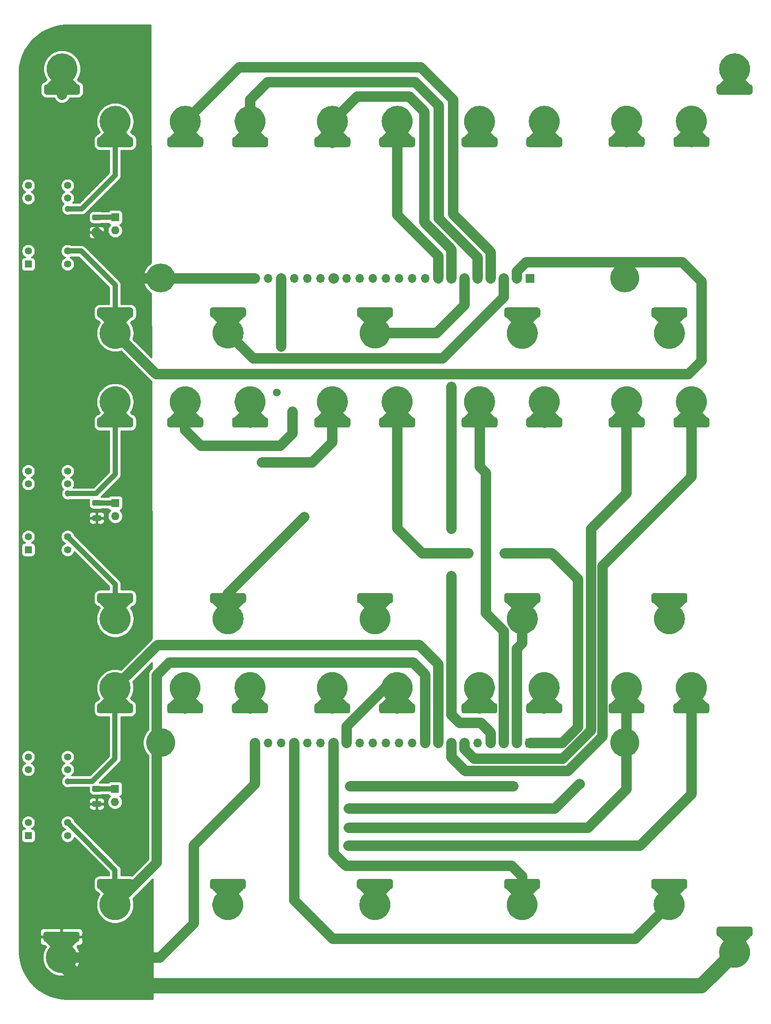
<source format=gbr>
G04 #@! TF.GenerationSoftware,KiCad,Pcbnew,(5.1.9)-1*
G04 #@! TF.CreationDate,2021-11-09T15:42:33+01:00*
G04 #@! TF.ProjectId,RelayControls-HPK,52656c61-7943-46f6-9e74-726f6c732d48,V0.1*
G04 #@! TF.SameCoordinates,Original*
G04 #@! TF.FileFunction,Copper,L1,Top*
G04 #@! TF.FilePolarity,Positive*
%FSLAX46Y46*%
G04 Gerber Fmt 4.6, Leading zero omitted, Abs format (unit mm)*
G04 Created by KiCad (PCBNEW (5.1.9)-1) date 2021-11-09 15:42:33*
%MOMM*%
%LPD*%
G01*
G04 APERTURE LIST*
G04 #@! TA.AperFunction,ComponentPad*
%ADD10C,5.600000*%
G04 #@! TD*
G04 #@! TA.AperFunction,ComponentPad*
%ADD11C,0.100000*%
G04 #@! TD*
G04 #@! TA.AperFunction,ComponentPad*
%ADD12R,1.600000X1.600000*%
G04 #@! TD*
G04 #@! TA.AperFunction,ComponentPad*
%ADD13O,1.600000X1.600000*%
G04 #@! TD*
G04 #@! TA.AperFunction,ComponentPad*
%ADD14C,1.400000*%
G04 #@! TD*
G04 #@! TA.AperFunction,ComponentPad*
%ADD15R,1.400000X1.400000*%
G04 #@! TD*
G04 #@! TA.AperFunction,ComponentPad*
%ADD16R,1.700000X1.700000*%
G04 #@! TD*
G04 #@! TA.AperFunction,ComponentPad*
%ADD17O,1.700000X1.700000*%
G04 #@! TD*
G04 #@! TA.AperFunction,ViaPad*
%ADD18C,1.200000*%
G04 #@! TD*
G04 #@! TA.AperFunction,ViaPad*
%ADD19C,1.500000*%
G04 #@! TD*
G04 #@! TA.AperFunction,Conductor*
%ADD20C,1.000000*%
G04 #@! TD*
G04 #@! TA.AperFunction,Conductor*
%ADD21C,2.000000*%
G04 #@! TD*
G04 #@! TA.AperFunction,Conductor*
%ADD22C,3.000000*%
G04 #@! TD*
G04 #@! TA.AperFunction,Conductor*
%ADD23C,0.250000*%
G04 #@! TD*
G04 #@! TA.AperFunction,Conductor*
%ADD24C,1.500000*%
G04 #@! TD*
G04 #@! TA.AperFunction,Conductor*
%ADD25C,0.254000*%
G04 #@! TD*
G04 #@! TA.AperFunction,Conductor*
%ADD26C,0.100000*%
G04 #@! TD*
G04 APERTURE END LIST*
D10*
X136110000Y-69700000D03*
X46120000Y-69690000D03*
X46120000Y-159690000D03*
X136110000Y-159700000D03*
G04 #@! TA.AperFunction,ComponentPad*
D11*
G36*
X36834809Y-194044753D02*
G01*
X36546059Y-193987317D01*
X36264330Y-193901855D01*
X35992335Y-193789191D01*
X35732692Y-193650409D01*
X35487902Y-193486846D01*
X35260323Y-193300076D01*
X35052147Y-193091900D01*
X34865377Y-192864321D01*
X34701814Y-192619531D01*
X34563032Y-192359888D01*
X34450368Y-192087893D01*
X34364906Y-191806164D01*
X34307470Y-191517414D01*
X34278614Y-191224426D01*
X34278614Y-190930020D01*
X34307470Y-190637032D01*
X34364906Y-190348282D01*
X34450368Y-190066553D01*
X34563032Y-189794558D01*
X34701814Y-189534915D01*
X34865377Y-189290125D01*
X35052147Y-189062546D01*
X35156235Y-188958458D01*
X34275000Y-188077223D01*
X40275000Y-188077223D01*
X39393765Y-188958458D01*
X39497853Y-189062546D01*
X39684623Y-189290125D01*
X39848186Y-189534915D01*
X39986968Y-189794558D01*
X40099632Y-190066553D01*
X40185094Y-190348282D01*
X40242530Y-190637032D01*
X40271386Y-190930020D01*
X40271386Y-191224426D01*
X40242530Y-191517414D01*
X40185094Y-191806164D01*
X40099632Y-192087893D01*
X39986968Y-192359888D01*
X39848186Y-192619531D01*
X39684623Y-192864321D01*
X39497853Y-193091900D01*
X39289677Y-193300076D01*
X39062098Y-193486846D01*
X38817308Y-193650409D01*
X38557665Y-193789191D01*
X38285670Y-193901855D01*
X38003941Y-193987317D01*
X37715191Y-194044753D01*
X37422203Y-194073609D01*
X37127797Y-194073609D01*
X36834809Y-194044753D01*
G37*
G04 #@! TD.AperFunction*
G04 #@! TA.AperFunction,ComponentPad*
G36*
G01*
X40275000Y-188077223D02*
X34275000Y-188077223D01*
G75*
G02*
X33775000Y-187577223I0J500000D01*
G01*
X33775000Y-186577223D01*
G75*
G02*
X34275000Y-186077223I500000J0D01*
G01*
X40275000Y-186077223D01*
G75*
G02*
X40775000Y-186577223I0J-500000D01*
G01*
X40775000Y-187577223D01*
G75*
G02*
X40275000Y-188077223I-500000J0D01*
G01*
G37*
G04 #@! TD.AperFunction*
G04 #@! TA.AperFunction,ComponentPad*
G36*
X27440191Y-26192470D02*
G01*
X27728941Y-26249906D01*
X28010670Y-26335368D01*
X28282665Y-26448032D01*
X28542308Y-26586814D01*
X28787098Y-26750377D01*
X29014677Y-26937147D01*
X29222853Y-27145323D01*
X29409623Y-27372902D01*
X29573186Y-27617692D01*
X29711968Y-27877335D01*
X29824632Y-28149330D01*
X29910094Y-28431059D01*
X29967530Y-28719809D01*
X29996386Y-29012797D01*
X29996386Y-29307203D01*
X29967530Y-29600191D01*
X29910094Y-29888941D01*
X29824632Y-30170670D01*
X29711968Y-30442665D01*
X29573186Y-30702308D01*
X29409623Y-30947098D01*
X29222853Y-31174677D01*
X29118765Y-31278765D01*
X30000000Y-32160000D01*
X24000000Y-32160000D01*
X24881235Y-31278765D01*
X24777147Y-31174677D01*
X24590377Y-30947098D01*
X24426814Y-30702308D01*
X24288032Y-30442665D01*
X24175368Y-30170670D01*
X24089906Y-29888941D01*
X24032470Y-29600191D01*
X24003614Y-29307203D01*
X24003614Y-29012797D01*
X24032470Y-28719809D01*
X24089906Y-28431059D01*
X24175368Y-28149330D01*
X24288032Y-27877335D01*
X24426814Y-27617692D01*
X24590377Y-27372902D01*
X24777147Y-27145323D01*
X24985323Y-26937147D01*
X25212902Y-26750377D01*
X25457692Y-26586814D01*
X25717335Y-26448032D01*
X25989330Y-26335368D01*
X26271059Y-26249906D01*
X26559809Y-26192470D01*
X26852797Y-26163614D01*
X27147203Y-26163614D01*
X27440191Y-26192470D01*
G37*
G04 #@! TD.AperFunction*
G04 #@! TA.AperFunction,ComponentPad*
G36*
G01*
X24000000Y-32160000D02*
X30000000Y-32160000D01*
G75*
G02*
X30500000Y-32660000I0J-500000D01*
G01*
X30500000Y-33660000D01*
G75*
G02*
X30000000Y-34160000I-500000J0D01*
G01*
X24000000Y-34160000D01*
G75*
G02*
X23500000Y-33660000I0J500000D01*
G01*
X23500000Y-32660000D01*
G75*
G02*
X24000000Y-32160000I500000J0D01*
G01*
G37*
G04 #@! TD.AperFunction*
G04 #@! TA.AperFunction,ComponentPad*
G36*
X26439809Y-204257530D02*
G01*
X26151059Y-204200094D01*
X25869330Y-204114632D01*
X25597335Y-204001968D01*
X25337692Y-203863186D01*
X25092902Y-203699623D01*
X24865323Y-203512853D01*
X24657147Y-203304677D01*
X24470377Y-203077098D01*
X24306814Y-202832308D01*
X24168032Y-202572665D01*
X24055368Y-202300670D01*
X23969906Y-202018941D01*
X23912470Y-201730191D01*
X23883614Y-201437203D01*
X23883614Y-201142797D01*
X23912470Y-200849809D01*
X23969906Y-200561059D01*
X24055368Y-200279330D01*
X24168032Y-200007335D01*
X24306814Y-199747692D01*
X24470377Y-199502902D01*
X24657147Y-199275323D01*
X24761235Y-199171235D01*
X23880000Y-198290000D01*
X29880000Y-198290000D01*
X28998765Y-199171235D01*
X29102853Y-199275323D01*
X29289623Y-199502902D01*
X29453186Y-199747692D01*
X29591968Y-200007335D01*
X29704632Y-200279330D01*
X29790094Y-200561059D01*
X29847530Y-200849809D01*
X29876386Y-201142797D01*
X29876386Y-201437203D01*
X29847530Y-201730191D01*
X29790094Y-202018941D01*
X29704632Y-202300670D01*
X29591968Y-202572665D01*
X29453186Y-202832308D01*
X29289623Y-203077098D01*
X29102853Y-203304677D01*
X28894677Y-203512853D01*
X28667098Y-203699623D01*
X28422308Y-203863186D01*
X28162665Y-204001968D01*
X27890670Y-204114632D01*
X27608941Y-204200094D01*
X27320191Y-204257530D01*
X27027203Y-204286386D01*
X26732797Y-204286386D01*
X26439809Y-204257530D01*
G37*
G04 #@! TD.AperFunction*
G04 #@! TA.AperFunction,ComponentPad*
G36*
G01*
X29880000Y-198290000D02*
X23880000Y-198290000D01*
G75*
G02*
X23380000Y-197790000I0J500000D01*
G01*
X23380000Y-196790000D01*
G75*
G02*
X23880000Y-196290000I500000J0D01*
G01*
X29880000Y-196290000D01*
G75*
G02*
X30380000Y-196790000I0J-500000D01*
G01*
X30380000Y-197790000D01*
G75*
G02*
X29880000Y-198290000I-500000J0D01*
G01*
G37*
G04 #@! TD.AperFunction*
G04 #@! TA.AperFunction,ComponentPad*
G36*
X36859809Y-83344753D02*
G01*
X36571059Y-83287317D01*
X36289330Y-83201855D01*
X36017335Y-83089191D01*
X35757692Y-82950409D01*
X35512902Y-82786846D01*
X35285323Y-82600076D01*
X35077147Y-82391900D01*
X34890377Y-82164321D01*
X34726814Y-81919531D01*
X34588032Y-81659888D01*
X34475368Y-81387893D01*
X34389906Y-81106164D01*
X34332470Y-80817414D01*
X34303614Y-80524426D01*
X34303614Y-80230020D01*
X34332470Y-79937032D01*
X34389906Y-79648282D01*
X34475368Y-79366553D01*
X34588032Y-79094558D01*
X34726814Y-78834915D01*
X34890377Y-78590125D01*
X35077147Y-78362546D01*
X35181235Y-78258458D01*
X34300000Y-77377223D01*
X40300000Y-77377223D01*
X39418765Y-78258458D01*
X39522853Y-78362546D01*
X39709623Y-78590125D01*
X39873186Y-78834915D01*
X40011968Y-79094558D01*
X40124632Y-79366553D01*
X40210094Y-79648282D01*
X40267530Y-79937032D01*
X40296386Y-80230020D01*
X40296386Y-80524426D01*
X40267530Y-80817414D01*
X40210094Y-81106164D01*
X40124632Y-81387893D01*
X40011968Y-81659888D01*
X39873186Y-81919531D01*
X39709623Y-82164321D01*
X39522853Y-82391900D01*
X39314677Y-82600076D01*
X39087098Y-82786846D01*
X38842308Y-82950409D01*
X38582665Y-83089191D01*
X38310670Y-83201855D01*
X38028941Y-83287317D01*
X37740191Y-83344753D01*
X37447203Y-83373609D01*
X37152797Y-83373609D01*
X36859809Y-83344753D01*
G37*
G04 #@! TD.AperFunction*
G04 #@! TA.AperFunction,ComponentPad*
G36*
G01*
X40300000Y-77377223D02*
X34300000Y-77377223D01*
G75*
G02*
X33800000Y-76877223I0J500000D01*
G01*
X33800000Y-75877223D01*
G75*
G02*
X34300000Y-75377223I500000J0D01*
G01*
X40300000Y-75377223D01*
G75*
G02*
X40800000Y-75877223I0J-500000D01*
G01*
X40800000Y-76877223D01*
G75*
G02*
X40300000Y-77377223I-500000J0D01*
G01*
G37*
G04 #@! TD.AperFunction*
G04 #@! TA.AperFunction,ComponentPad*
G36*
G01*
X62182500Y-77340000D02*
X56182500Y-77340000D01*
G75*
G02*
X55682500Y-76840000I0J500000D01*
G01*
X55682500Y-75840000D01*
G75*
G02*
X56182500Y-75340000I500000J0D01*
G01*
X62182500Y-75340000D01*
G75*
G02*
X62682500Y-75840000I0J-500000D01*
G01*
X62682500Y-76840000D01*
G75*
G02*
X62182500Y-77340000I-500000J0D01*
G01*
G37*
G04 #@! TD.AperFunction*
G04 #@! TA.AperFunction,ComponentPad*
G36*
X58742309Y-83307530D02*
G01*
X58453559Y-83250094D01*
X58171830Y-83164632D01*
X57899835Y-83051968D01*
X57640192Y-82913186D01*
X57395402Y-82749623D01*
X57167823Y-82562853D01*
X56959647Y-82354677D01*
X56772877Y-82127098D01*
X56609314Y-81882308D01*
X56470532Y-81622665D01*
X56357868Y-81350670D01*
X56272406Y-81068941D01*
X56214970Y-80780191D01*
X56186114Y-80487203D01*
X56186114Y-80192797D01*
X56214970Y-79899809D01*
X56272406Y-79611059D01*
X56357868Y-79329330D01*
X56470532Y-79057335D01*
X56609314Y-78797692D01*
X56772877Y-78552902D01*
X56959647Y-78325323D01*
X57063735Y-78221235D01*
X56182500Y-77340000D01*
X62182500Y-77340000D01*
X61301265Y-78221235D01*
X61405353Y-78325323D01*
X61592123Y-78552902D01*
X61755686Y-78797692D01*
X61894468Y-79057335D01*
X62007132Y-79329330D01*
X62092594Y-79611059D01*
X62150030Y-79899809D01*
X62178886Y-80192797D01*
X62178886Y-80487203D01*
X62150030Y-80780191D01*
X62092594Y-81068941D01*
X62007132Y-81350670D01*
X61894468Y-81622665D01*
X61755686Y-81882308D01*
X61592123Y-82127098D01*
X61405353Y-82354677D01*
X61197177Y-82562853D01*
X60969598Y-82749623D01*
X60724808Y-82913186D01*
X60465165Y-83051968D01*
X60193170Y-83164632D01*
X59911441Y-83250094D01*
X59622691Y-83307530D01*
X59329703Y-83336386D01*
X59035297Y-83336386D01*
X58742309Y-83307530D01*
G37*
G04 #@! TD.AperFunction*
G04 #@! TA.AperFunction,ComponentPad*
G36*
G01*
X119252500Y-77377223D02*
X113252500Y-77377223D01*
G75*
G02*
X112752500Y-76877223I0J500000D01*
G01*
X112752500Y-75877223D01*
G75*
G02*
X113252500Y-75377223I500000J0D01*
G01*
X119252500Y-75377223D01*
G75*
G02*
X119752500Y-75877223I0J-500000D01*
G01*
X119752500Y-76877223D01*
G75*
G02*
X119252500Y-77377223I-500000J0D01*
G01*
G37*
G04 #@! TD.AperFunction*
G04 #@! TA.AperFunction,ComponentPad*
G36*
X115812309Y-83344753D02*
G01*
X115523559Y-83287317D01*
X115241830Y-83201855D01*
X114969835Y-83089191D01*
X114710192Y-82950409D01*
X114465402Y-82786846D01*
X114237823Y-82600076D01*
X114029647Y-82391900D01*
X113842877Y-82164321D01*
X113679314Y-81919531D01*
X113540532Y-81659888D01*
X113427868Y-81387893D01*
X113342406Y-81106164D01*
X113284970Y-80817414D01*
X113256114Y-80524426D01*
X113256114Y-80230020D01*
X113284970Y-79937032D01*
X113342406Y-79648282D01*
X113427868Y-79366553D01*
X113540532Y-79094558D01*
X113679314Y-78834915D01*
X113842877Y-78590125D01*
X114029647Y-78362546D01*
X114133735Y-78258458D01*
X113252500Y-77377223D01*
X119252500Y-77377223D01*
X118371265Y-78258458D01*
X118475353Y-78362546D01*
X118662123Y-78590125D01*
X118825686Y-78834915D01*
X118964468Y-79094558D01*
X119077132Y-79366553D01*
X119162594Y-79648282D01*
X119220030Y-79937032D01*
X119248886Y-80230020D01*
X119248886Y-80524426D01*
X119220030Y-80817414D01*
X119162594Y-81106164D01*
X119077132Y-81387893D01*
X118964468Y-81659888D01*
X118825686Y-81919531D01*
X118662123Y-82164321D01*
X118475353Y-82391900D01*
X118267177Y-82600076D01*
X118039598Y-82786846D01*
X117794808Y-82950409D01*
X117535165Y-83089191D01*
X117263170Y-83201855D01*
X116981441Y-83287317D01*
X116692691Y-83344753D01*
X116399703Y-83373609D01*
X116105297Y-83373609D01*
X115812309Y-83344753D01*
G37*
G04 #@! TD.AperFunction*
G04 #@! TA.AperFunction,ComponentPad*
G36*
X87267309Y-83307530D02*
G01*
X86978559Y-83250094D01*
X86696830Y-83164632D01*
X86424835Y-83051968D01*
X86165192Y-82913186D01*
X85920402Y-82749623D01*
X85692823Y-82562853D01*
X85484647Y-82354677D01*
X85297877Y-82127098D01*
X85134314Y-81882308D01*
X84995532Y-81622665D01*
X84882868Y-81350670D01*
X84797406Y-81068941D01*
X84739970Y-80780191D01*
X84711114Y-80487203D01*
X84711114Y-80192797D01*
X84739970Y-79899809D01*
X84797406Y-79611059D01*
X84882868Y-79329330D01*
X84995532Y-79057335D01*
X85134314Y-78797692D01*
X85297877Y-78552902D01*
X85484647Y-78325323D01*
X85588735Y-78221235D01*
X84707500Y-77340000D01*
X90707500Y-77340000D01*
X89826265Y-78221235D01*
X89930353Y-78325323D01*
X90117123Y-78552902D01*
X90280686Y-78797692D01*
X90419468Y-79057335D01*
X90532132Y-79329330D01*
X90617594Y-79611059D01*
X90675030Y-79899809D01*
X90703886Y-80192797D01*
X90703886Y-80487203D01*
X90675030Y-80780191D01*
X90617594Y-81068941D01*
X90532132Y-81350670D01*
X90419468Y-81622665D01*
X90280686Y-81882308D01*
X90117123Y-82127098D01*
X89930353Y-82354677D01*
X89722177Y-82562853D01*
X89494598Y-82749623D01*
X89249808Y-82913186D01*
X88990165Y-83051968D01*
X88718170Y-83164632D01*
X88436441Y-83250094D01*
X88147691Y-83307530D01*
X87854703Y-83336386D01*
X87560297Y-83336386D01*
X87267309Y-83307530D01*
G37*
G04 #@! TD.AperFunction*
G04 #@! TA.AperFunction,ComponentPad*
G36*
G01*
X90707500Y-77340000D02*
X84707500Y-77340000D01*
G75*
G02*
X84207500Y-76840000I0J500000D01*
G01*
X84207500Y-75840000D01*
G75*
G02*
X84707500Y-75340000I500000J0D01*
G01*
X90707500Y-75340000D01*
G75*
G02*
X91207500Y-75840000I0J-500000D01*
G01*
X91207500Y-76840000D01*
G75*
G02*
X90707500Y-77340000I-500000J0D01*
G01*
G37*
G04 #@! TD.AperFunction*
G04 #@! TA.AperFunction,ComponentPad*
G36*
X144337309Y-83344753D02*
G01*
X144048559Y-83287317D01*
X143766830Y-83201855D01*
X143494835Y-83089191D01*
X143235192Y-82950409D01*
X142990402Y-82786846D01*
X142762823Y-82600076D01*
X142554647Y-82391900D01*
X142367877Y-82164321D01*
X142204314Y-81919531D01*
X142065532Y-81659888D01*
X141952868Y-81387893D01*
X141867406Y-81106164D01*
X141809970Y-80817414D01*
X141781114Y-80524426D01*
X141781114Y-80230020D01*
X141809970Y-79937032D01*
X141867406Y-79648282D01*
X141952868Y-79366553D01*
X142065532Y-79094558D01*
X142204314Y-78834915D01*
X142367877Y-78590125D01*
X142554647Y-78362546D01*
X142658735Y-78258458D01*
X141777500Y-77377223D01*
X147777500Y-77377223D01*
X146896265Y-78258458D01*
X147000353Y-78362546D01*
X147187123Y-78590125D01*
X147350686Y-78834915D01*
X147489468Y-79094558D01*
X147602132Y-79366553D01*
X147687594Y-79648282D01*
X147745030Y-79937032D01*
X147773886Y-80230020D01*
X147773886Y-80524426D01*
X147745030Y-80817414D01*
X147687594Y-81106164D01*
X147602132Y-81387893D01*
X147489468Y-81659888D01*
X147350686Y-81919531D01*
X147187123Y-82164321D01*
X147000353Y-82391900D01*
X146792177Y-82600076D01*
X146564598Y-82786846D01*
X146319808Y-82950409D01*
X146060165Y-83089191D01*
X145788170Y-83201855D01*
X145506441Y-83287317D01*
X145217691Y-83344753D01*
X144924703Y-83373609D01*
X144630297Y-83373609D01*
X144337309Y-83344753D01*
G37*
G04 #@! TD.AperFunction*
G04 #@! TA.AperFunction,ComponentPad*
G36*
G01*
X147777500Y-77377223D02*
X141777500Y-77377223D01*
G75*
G02*
X141277500Y-76877223I0J500000D01*
G01*
X141277500Y-75877223D01*
G75*
G02*
X141777500Y-75377223I500000J0D01*
G01*
X147777500Y-75377223D01*
G75*
G02*
X148277500Y-75877223I0J-500000D01*
G01*
X148277500Y-76877223D01*
G75*
G02*
X147777500Y-77377223I-500000J0D01*
G01*
G37*
G04 #@! TD.AperFunction*
G04 #@! TA.AperFunction,ComponentPad*
G36*
G01*
X34300000Y-42332777D02*
X40300000Y-42332777D01*
G75*
G02*
X40800000Y-42832777I0J-500000D01*
G01*
X40800000Y-43832777D01*
G75*
G02*
X40300000Y-44332777I-500000J0D01*
G01*
X34300000Y-44332777D01*
G75*
G02*
X33800000Y-43832777I0J500000D01*
G01*
X33800000Y-42832777D01*
G75*
G02*
X34300000Y-42332777I500000J0D01*
G01*
G37*
G04 #@! TD.AperFunction*
G04 #@! TA.AperFunction,ComponentPad*
G36*
X37740191Y-36365247D02*
G01*
X38028941Y-36422683D01*
X38310670Y-36508145D01*
X38582665Y-36620809D01*
X38842308Y-36759591D01*
X39087098Y-36923154D01*
X39314677Y-37109924D01*
X39522853Y-37318100D01*
X39709623Y-37545679D01*
X39873186Y-37790469D01*
X40011968Y-38050112D01*
X40124632Y-38322107D01*
X40210094Y-38603836D01*
X40267530Y-38892586D01*
X40296386Y-39185574D01*
X40296386Y-39479980D01*
X40267530Y-39772968D01*
X40210094Y-40061718D01*
X40124632Y-40343447D01*
X40011968Y-40615442D01*
X39873186Y-40875085D01*
X39709623Y-41119875D01*
X39522853Y-41347454D01*
X39418765Y-41451542D01*
X40300000Y-42332777D01*
X34300000Y-42332777D01*
X35181235Y-41451542D01*
X35077147Y-41347454D01*
X34890377Y-41119875D01*
X34726814Y-40875085D01*
X34588032Y-40615442D01*
X34475368Y-40343447D01*
X34389906Y-40061718D01*
X34332470Y-39772968D01*
X34303614Y-39479980D01*
X34303614Y-39185574D01*
X34332470Y-38892586D01*
X34389906Y-38603836D01*
X34475368Y-38322107D01*
X34588032Y-38050112D01*
X34726814Y-37790469D01*
X34890377Y-37545679D01*
X35077147Y-37318100D01*
X35285323Y-37109924D01*
X35512902Y-36923154D01*
X35757692Y-36759591D01*
X36017335Y-36620809D01*
X36289330Y-36508145D01*
X36571059Y-36422683D01*
X36859809Y-36365247D01*
X37152797Y-36336391D01*
X37447203Y-36336391D01*
X37740191Y-36365247D01*
G37*
G04 #@! TD.AperFunction*
G04 #@! TA.AperFunction,ComponentPad*
G36*
X63915191Y-36365247D02*
G01*
X64203941Y-36422683D01*
X64485670Y-36508145D01*
X64757665Y-36620809D01*
X65017308Y-36759591D01*
X65262098Y-36923154D01*
X65489677Y-37109924D01*
X65697853Y-37318100D01*
X65884623Y-37545679D01*
X66048186Y-37790469D01*
X66186968Y-38050112D01*
X66299632Y-38322107D01*
X66385094Y-38603836D01*
X66442530Y-38892586D01*
X66471386Y-39185574D01*
X66471386Y-39479980D01*
X66442530Y-39772968D01*
X66385094Y-40061718D01*
X66299632Y-40343447D01*
X66186968Y-40615442D01*
X66048186Y-40875085D01*
X65884623Y-41119875D01*
X65697853Y-41347454D01*
X65593765Y-41451542D01*
X66475000Y-42332777D01*
X60475000Y-42332777D01*
X61356235Y-41451542D01*
X61252147Y-41347454D01*
X61065377Y-41119875D01*
X60901814Y-40875085D01*
X60763032Y-40615442D01*
X60650368Y-40343447D01*
X60564906Y-40061718D01*
X60507470Y-39772968D01*
X60478614Y-39479980D01*
X60478614Y-39185574D01*
X60507470Y-38892586D01*
X60564906Y-38603836D01*
X60650368Y-38322107D01*
X60763032Y-38050112D01*
X60901814Y-37790469D01*
X61065377Y-37545679D01*
X61252147Y-37318100D01*
X61460323Y-37109924D01*
X61687902Y-36923154D01*
X61932692Y-36759591D01*
X62192335Y-36620809D01*
X62464330Y-36508145D01*
X62746059Y-36422683D01*
X63034809Y-36365247D01*
X63327797Y-36336391D01*
X63622203Y-36336391D01*
X63915191Y-36365247D01*
G37*
G04 #@! TD.AperFunction*
G04 #@! TA.AperFunction,ComponentPad*
G36*
G01*
X60475000Y-42332777D02*
X66475000Y-42332777D01*
G75*
G02*
X66975000Y-42832777I0J-500000D01*
G01*
X66975000Y-43832777D01*
G75*
G02*
X66475000Y-44332777I-500000J0D01*
G01*
X60475000Y-44332777D01*
G75*
G02*
X59975000Y-43832777I0J500000D01*
G01*
X59975000Y-42832777D01*
G75*
G02*
X60475000Y-42332777I500000J0D01*
G01*
G37*
G04 #@! TD.AperFunction*
G04 #@! TA.AperFunction,ComponentPad*
G36*
G01*
X47900000Y-42332777D02*
X53900000Y-42332777D01*
G75*
G02*
X54400000Y-42832777I0J-500000D01*
G01*
X54400000Y-43832777D01*
G75*
G02*
X53900000Y-44332777I-500000J0D01*
G01*
X47900000Y-44332777D01*
G75*
G02*
X47400000Y-43832777I0J500000D01*
G01*
X47400000Y-42832777D01*
G75*
G02*
X47900000Y-42332777I500000J0D01*
G01*
G37*
G04 #@! TD.AperFunction*
G04 #@! TA.AperFunction,ComponentPad*
G36*
X51340191Y-36365247D02*
G01*
X51628941Y-36422683D01*
X51910670Y-36508145D01*
X52182665Y-36620809D01*
X52442308Y-36759591D01*
X52687098Y-36923154D01*
X52914677Y-37109924D01*
X53122853Y-37318100D01*
X53309623Y-37545679D01*
X53473186Y-37790469D01*
X53611968Y-38050112D01*
X53724632Y-38322107D01*
X53810094Y-38603836D01*
X53867530Y-38892586D01*
X53896386Y-39185574D01*
X53896386Y-39479980D01*
X53867530Y-39772968D01*
X53810094Y-40061718D01*
X53724632Y-40343447D01*
X53611968Y-40615442D01*
X53473186Y-40875085D01*
X53309623Y-41119875D01*
X53122853Y-41347454D01*
X53018765Y-41451542D01*
X53900000Y-42332777D01*
X47900000Y-42332777D01*
X48781235Y-41451542D01*
X48677147Y-41347454D01*
X48490377Y-41119875D01*
X48326814Y-40875085D01*
X48188032Y-40615442D01*
X48075368Y-40343447D01*
X47989906Y-40061718D01*
X47932470Y-39772968D01*
X47903614Y-39479980D01*
X47903614Y-39185574D01*
X47932470Y-38892586D01*
X47989906Y-38603836D01*
X48075368Y-38322107D01*
X48188032Y-38050112D01*
X48326814Y-37790469D01*
X48490377Y-37545679D01*
X48677147Y-37318100D01*
X48885323Y-37109924D01*
X49112902Y-36923154D01*
X49357692Y-36759591D01*
X49617335Y-36620809D01*
X49889330Y-36508145D01*
X50171059Y-36422683D01*
X50459809Y-36365247D01*
X50752797Y-36336391D01*
X51047203Y-36336391D01*
X51340191Y-36365247D01*
G37*
G04 #@! TD.AperFunction*
G04 #@! TA.AperFunction,ComponentPad*
G36*
X120965191Y-36365247D02*
G01*
X121253941Y-36422683D01*
X121535670Y-36508145D01*
X121807665Y-36620809D01*
X122067308Y-36759591D01*
X122312098Y-36923154D01*
X122539677Y-37109924D01*
X122747853Y-37318100D01*
X122934623Y-37545679D01*
X123098186Y-37790469D01*
X123236968Y-38050112D01*
X123349632Y-38322107D01*
X123435094Y-38603836D01*
X123492530Y-38892586D01*
X123521386Y-39185574D01*
X123521386Y-39479980D01*
X123492530Y-39772968D01*
X123435094Y-40061718D01*
X123349632Y-40343447D01*
X123236968Y-40615442D01*
X123098186Y-40875085D01*
X122934623Y-41119875D01*
X122747853Y-41347454D01*
X122643765Y-41451542D01*
X123525000Y-42332777D01*
X117525000Y-42332777D01*
X118406235Y-41451542D01*
X118302147Y-41347454D01*
X118115377Y-41119875D01*
X117951814Y-40875085D01*
X117813032Y-40615442D01*
X117700368Y-40343447D01*
X117614906Y-40061718D01*
X117557470Y-39772968D01*
X117528614Y-39479980D01*
X117528614Y-39185574D01*
X117557470Y-38892586D01*
X117614906Y-38603836D01*
X117700368Y-38322107D01*
X117813032Y-38050112D01*
X117951814Y-37790469D01*
X118115377Y-37545679D01*
X118302147Y-37318100D01*
X118510323Y-37109924D01*
X118737902Y-36923154D01*
X118982692Y-36759591D01*
X119242335Y-36620809D01*
X119514330Y-36508145D01*
X119796059Y-36422683D01*
X120084809Y-36365247D01*
X120377797Y-36336391D01*
X120672203Y-36336391D01*
X120965191Y-36365247D01*
G37*
G04 #@! TD.AperFunction*
G04 #@! TA.AperFunction,ComponentPad*
G36*
G01*
X117525000Y-42332777D02*
X123525000Y-42332777D01*
G75*
G02*
X124025000Y-42832777I0J-500000D01*
G01*
X124025000Y-43832777D01*
G75*
G02*
X123525000Y-44332777I-500000J0D01*
G01*
X117525000Y-44332777D01*
G75*
G02*
X117025000Y-43832777I0J500000D01*
G01*
X117025000Y-42832777D01*
G75*
G02*
X117525000Y-42332777I500000J0D01*
G01*
G37*
G04 #@! TD.AperFunction*
G04 #@! TA.AperFunction,ComponentPad*
G36*
G01*
X104970000Y-42332777D02*
X110970000Y-42332777D01*
G75*
G02*
X111470000Y-42832777I0J-500000D01*
G01*
X111470000Y-43832777D01*
G75*
G02*
X110970000Y-44332777I-500000J0D01*
G01*
X104970000Y-44332777D01*
G75*
G02*
X104470000Y-43832777I0J500000D01*
G01*
X104470000Y-42832777D01*
G75*
G02*
X104970000Y-42332777I500000J0D01*
G01*
G37*
G04 #@! TD.AperFunction*
G04 #@! TA.AperFunction,ComponentPad*
G36*
X108410191Y-36365247D02*
G01*
X108698941Y-36422683D01*
X108980670Y-36508145D01*
X109252665Y-36620809D01*
X109512308Y-36759591D01*
X109757098Y-36923154D01*
X109984677Y-37109924D01*
X110192853Y-37318100D01*
X110379623Y-37545679D01*
X110543186Y-37790469D01*
X110681968Y-38050112D01*
X110794632Y-38322107D01*
X110880094Y-38603836D01*
X110937530Y-38892586D01*
X110966386Y-39185574D01*
X110966386Y-39479980D01*
X110937530Y-39772968D01*
X110880094Y-40061718D01*
X110794632Y-40343447D01*
X110681968Y-40615442D01*
X110543186Y-40875085D01*
X110379623Y-41119875D01*
X110192853Y-41347454D01*
X110088765Y-41451542D01*
X110970000Y-42332777D01*
X104970000Y-42332777D01*
X105851235Y-41451542D01*
X105747147Y-41347454D01*
X105560377Y-41119875D01*
X105396814Y-40875085D01*
X105258032Y-40615442D01*
X105145368Y-40343447D01*
X105059906Y-40061718D01*
X105002470Y-39772968D01*
X104973614Y-39479980D01*
X104973614Y-39185574D01*
X105002470Y-38892586D01*
X105059906Y-38603836D01*
X105145368Y-38322107D01*
X105258032Y-38050112D01*
X105396814Y-37790469D01*
X105560377Y-37545679D01*
X105747147Y-37318100D01*
X105955323Y-37109924D01*
X106182902Y-36923154D01*
X106427692Y-36759591D01*
X106687335Y-36620809D01*
X106959330Y-36508145D01*
X107241059Y-36422683D01*
X107529809Y-36365247D01*
X107822797Y-36336391D01*
X108117203Y-36336391D01*
X108410191Y-36365247D01*
G37*
G04 #@! TD.AperFunction*
G04 #@! TA.AperFunction,ComponentPad*
G36*
G01*
X89000000Y-42332777D02*
X95000000Y-42332777D01*
G75*
G02*
X95500000Y-42832777I0J-500000D01*
G01*
X95500000Y-43832777D01*
G75*
G02*
X95000000Y-44332777I-500000J0D01*
G01*
X89000000Y-44332777D01*
G75*
G02*
X88500000Y-43832777I0J500000D01*
G01*
X88500000Y-42832777D01*
G75*
G02*
X89000000Y-42332777I500000J0D01*
G01*
G37*
G04 #@! TD.AperFunction*
G04 #@! TA.AperFunction,ComponentPad*
G36*
X92440191Y-36365247D02*
G01*
X92728941Y-36422683D01*
X93010670Y-36508145D01*
X93282665Y-36620809D01*
X93542308Y-36759591D01*
X93787098Y-36923154D01*
X94014677Y-37109924D01*
X94222853Y-37318100D01*
X94409623Y-37545679D01*
X94573186Y-37790469D01*
X94711968Y-38050112D01*
X94824632Y-38322107D01*
X94910094Y-38603836D01*
X94967530Y-38892586D01*
X94996386Y-39185574D01*
X94996386Y-39479980D01*
X94967530Y-39772968D01*
X94910094Y-40061718D01*
X94824632Y-40343447D01*
X94711968Y-40615442D01*
X94573186Y-40875085D01*
X94409623Y-41119875D01*
X94222853Y-41347454D01*
X94118765Y-41451542D01*
X95000000Y-42332777D01*
X89000000Y-42332777D01*
X89881235Y-41451542D01*
X89777147Y-41347454D01*
X89590377Y-41119875D01*
X89426814Y-40875085D01*
X89288032Y-40615442D01*
X89175368Y-40343447D01*
X89089906Y-40061718D01*
X89032470Y-39772968D01*
X89003614Y-39479980D01*
X89003614Y-39185574D01*
X89032470Y-38892586D01*
X89089906Y-38603836D01*
X89175368Y-38322107D01*
X89288032Y-38050112D01*
X89426814Y-37790469D01*
X89590377Y-37545679D01*
X89777147Y-37318100D01*
X89985323Y-37109924D01*
X90212902Y-36923154D01*
X90457692Y-36759591D01*
X90717335Y-36620809D01*
X90989330Y-36508145D01*
X91271059Y-36422683D01*
X91559809Y-36365247D01*
X91852797Y-36336391D01*
X92147203Y-36336391D01*
X92440191Y-36365247D01*
G37*
G04 #@! TD.AperFunction*
G04 #@! TA.AperFunction,ComponentPad*
G36*
X79865191Y-36365247D02*
G01*
X80153941Y-36422683D01*
X80435670Y-36508145D01*
X80707665Y-36620809D01*
X80967308Y-36759591D01*
X81212098Y-36923154D01*
X81439677Y-37109924D01*
X81647853Y-37318100D01*
X81834623Y-37545679D01*
X81998186Y-37790469D01*
X82136968Y-38050112D01*
X82249632Y-38322107D01*
X82335094Y-38603836D01*
X82392530Y-38892586D01*
X82421386Y-39185574D01*
X82421386Y-39479980D01*
X82392530Y-39772968D01*
X82335094Y-40061718D01*
X82249632Y-40343447D01*
X82136968Y-40615442D01*
X81998186Y-40875085D01*
X81834623Y-41119875D01*
X81647853Y-41347454D01*
X81543765Y-41451542D01*
X82425000Y-42332777D01*
X76425000Y-42332777D01*
X77306235Y-41451542D01*
X77202147Y-41347454D01*
X77015377Y-41119875D01*
X76851814Y-40875085D01*
X76713032Y-40615442D01*
X76600368Y-40343447D01*
X76514906Y-40061718D01*
X76457470Y-39772968D01*
X76428614Y-39479980D01*
X76428614Y-39185574D01*
X76457470Y-38892586D01*
X76514906Y-38603836D01*
X76600368Y-38322107D01*
X76713032Y-38050112D01*
X76851814Y-37790469D01*
X77015377Y-37545679D01*
X77202147Y-37318100D01*
X77410323Y-37109924D01*
X77637902Y-36923154D01*
X77882692Y-36759591D01*
X78142335Y-36620809D01*
X78414330Y-36508145D01*
X78696059Y-36422683D01*
X78984809Y-36365247D01*
X79277797Y-36336391D01*
X79572203Y-36336391D01*
X79865191Y-36365247D01*
G37*
G04 #@! TD.AperFunction*
G04 #@! TA.AperFunction,ComponentPad*
G36*
G01*
X76425000Y-42332777D02*
X82425000Y-42332777D01*
G75*
G02*
X82925000Y-42832777I0J-500000D01*
G01*
X82925000Y-43832777D01*
G75*
G02*
X82425000Y-44332777I-500000J0D01*
G01*
X76425000Y-44332777D01*
G75*
G02*
X75925000Y-43832777I0J500000D01*
G01*
X75925000Y-42832777D01*
G75*
G02*
X76425000Y-42332777I500000J0D01*
G01*
G37*
G04 #@! TD.AperFunction*
G04 #@! TA.AperFunction,ComponentPad*
G36*
G01*
X146070000Y-42300000D02*
X152070000Y-42300000D01*
G75*
G02*
X152570000Y-42800000I0J-500000D01*
G01*
X152570000Y-43800000D01*
G75*
G02*
X152070000Y-44300000I-500000J0D01*
G01*
X146070000Y-44300000D01*
G75*
G02*
X145570000Y-43800000I0J500000D01*
G01*
X145570000Y-42800000D01*
G75*
G02*
X146070000Y-42300000I500000J0D01*
G01*
G37*
G04 #@! TD.AperFunction*
G04 #@! TA.AperFunction,ComponentPad*
G36*
X149510191Y-36332470D02*
G01*
X149798941Y-36389906D01*
X150080670Y-36475368D01*
X150352665Y-36588032D01*
X150612308Y-36726814D01*
X150857098Y-36890377D01*
X151084677Y-37077147D01*
X151292853Y-37285323D01*
X151479623Y-37512902D01*
X151643186Y-37757692D01*
X151781968Y-38017335D01*
X151894632Y-38289330D01*
X151980094Y-38571059D01*
X152037530Y-38859809D01*
X152066386Y-39152797D01*
X152066386Y-39447203D01*
X152037530Y-39740191D01*
X151980094Y-40028941D01*
X151894632Y-40310670D01*
X151781968Y-40582665D01*
X151643186Y-40842308D01*
X151479623Y-41087098D01*
X151292853Y-41314677D01*
X151188765Y-41418765D01*
X152070000Y-42300000D01*
X146070000Y-42300000D01*
X146951235Y-41418765D01*
X146847147Y-41314677D01*
X146660377Y-41087098D01*
X146496814Y-40842308D01*
X146358032Y-40582665D01*
X146245368Y-40310670D01*
X146159906Y-40028941D01*
X146102470Y-39740191D01*
X146073614Y-39447203D01*
X146073614Y-39152797D01*
X146102470Y-38859809D01*
X146159906Y-38571059D01*
X146245368Y-38289330D01*
X146358032Y-38017335D01*
X146496814Y-37757692D01*
X146660377Y-37512902D01*
X146847147Y-37285323D01*
X147055323Y-37077147D01*
X147282902Y-36890377D01*
X147527692Y-36726814D01*
X147787335Y-36588032D01*
X148059330Y-36475368D01*
X148341059Y-36389906D01*
X148629809Y-36332470D01*
X148922797Y-36303614D01*
X149217203Y-36303614D01*
X149510191Y-36332470D01*
G37*
G04 #@! TD.AperFunction*
G04 #@! TA.AperFunction,ComponentPad*
G36*
X136935191Y-36332470D02*
G01*
X137223941Y-36389906D01*
X137505670Y-36475368D01*
X137777665Y-36588032D01*
X138037308Y-36726814D01*
X138282098Y-36890377D01*
X138509677Y-37077147D01*
X138717853Y-37285323D01*
X138904623Y-37512902D01*
X139068186Y-37757692D01*
X139206968Y-38017335D01*
X139319632Y-38289330D01*
X139405094Y-38571059D01*
X139462530Y-38859809D01*
X139491386Y-39152797D01*
X139491386Y-39447203D01*
X139462530Y-39740191D01*
X139405094Y-40028941D01*
X139319632Y-40310670D01*
X139206968Y-40582665D01*
X139068186Y-40842308D01*
X138904623Y-41087098D01*
X138717853Y-41314677D01*
X138613765Y-41418765D01*
X139495000Y-42300000D01*
X133495000Y-42300000D01*
X134376235Y-41418765D01*
X134272147Y-41314677D01*
X134085377Y-41087098D01*
X133921814Y-40842308D01*
X133783032Y-40582665D01*
X133670368Y-40310670D01*
X133584906Y-40028941D01*
X133527470Y-39740191D01*
X133498614Y-39447203D01*
X133498614Y-39152797D01*
X133527470Y-38859809D01*
X133584906Y-38571059D01*
X133670368Y-38289330D01*
X133783032Y-38017335D01*
X133921814Y-37757692D01*
X134085377Y-37512902D01*
X134272147Y-37285323D01*
X134480323Y-37077147D01*
X134707902Y-36890377D01*
X134952692Y-36726814D01*
X135212335Y-36588032D01*
X135484330Y-36475368D01*
X135766059Y-36389906D01*
X136054809Y-36332470D01*
X136347797Y-36303614D01*
X136642203Y-36303614D01*
X136935191Y-36332470D01*
G37*
G04 #@! TD.AperFunction*
G04 #@! TA.AperFunction,ComponentPad*
G36*
G01*
X133495000Y-42300000D02*
X139495000Y-42300000D01*
G75*
G02*
X139995000Y-42800000I0J-500000D01*
G01*
X139995000Y-43800000D01*
G75*
G02*
X139495000Y-44300000I-500000J0D01*
G01*
X133495000Y-44300000D01*
G75*
G02*
X132995000Y-43800000I0J500000D01*
G01*
X132995000Y-42800000D01*
G75*
G02*
X133495000Y-42300000I500000J0D01*
G01*
G37*
G04 #@! TD.AperFunction*
G04 #@! TA.AperFunction,ComponentPad*
G36*
G01*
X40300000Y-132697223D02*
X34300000Y-132697223D01*
G75*
G02*
X33800000Y-132197223I0J500000D01*
G01*
X33800000Y-131197223D01*
G75*
G02*
X34300000Y-130697223I500000J0D01*
G01*
X40300000Y-130697223D01*
G75*
G02*
X40800000Y-131197223I0J-500000D01*
G01*
X40800000Y-132197223D01*
G75*
G02*
X40300000Y-132697223I-500000J0D01*
G01*
G37*
G04 #@! TD.AperFunction*
G04 #@! TA.AperFunction,ComponentPad*
G36*
X36859809Y-138664753D02*
G01*
X36571059Y-138607317D01*
X36289330Y-138521855D01*
X36017335Y-138409191D01*
X35757692Y-138270409D01*
X35512902Y-138106846D01*
X35285323Y-137920076D01*
X35077147Y-137711900D01*
X34890377Y-137484321D01*
X34726814Y-137239531D01*
X34588032Y-136979888D01*
X34475368Y-136707893D01*
X34389906Y-136426164D01*
X34332470Y-136137414D01*
X34303614Y-135844426D01*
X34303614Y-135550020D01*
X34332470Y-135257032D01*
X34389906Y-134968282D01*
X34475368Y-134686553D01*
X34588032Y-134414558D01*
X34726814Y-134154915D01*
X34890377Y-133910125D01*
X35077147Y-133682546D01*
X35181235Y-133578458D01*
X34300000Y-132697223D01*
X40300000Y-132697223D01*
X39418765Y-133578458D01*
X39522853Y-133682546D01*
X39709623Y-133910125D01*
X39873186Y-134154915D01*
X40011968Y-134414558D01*
X40124632Y-134686553D01*
X40210094Y-134968282D01*
X40267530Y-135257032D01*
X40296386Y-135550020D01*
X40296386Y-135844426D01*
X40267530Y-136137414D01*
X40210094Y-136426164D01*
X40124632Y-136707893D01*
X40011968Y-136979888D01*
X39873186Y-137239531D01*
X39709623Y-137484321D01*
X39522853Y-137711900D01*
X39314677Y-137920076D01*
X39087098Y-138106846D01*
X38842308Y-138270409D01*
X38582665Y-138409191D01*
X38310670Y-138521855D01*
X38028941Y-138607317D01*
X37740191Y-138664753D01*
X37447203Y-138693609D01*
X37152797Y-138693609D01*
X36859809Y-138664753D01*
G37*
G04 #@! TD.AperFunction*
G04 #@! TA.AperFunction,ComponentPad*
G36*
G01*
X119252500Y-132697223D02*
X113252500Y-132697223D01*
G75*
G02*
X112752500Y-132197223I0J500000D01*
G01*
X112752500Y-131197223D01*
G75*
G02*
X113252500Y-130697223I500000J0D01*
G01*
X119252500Y-130697223D01*
G75*
G02*
X119752500Y-131197223I0J-500000D01*
G01*
X119752500Y-132197223D01*
G75*
G02*
X119252500Y-132697223I-500000J0D01*
G01*
G37*
G04 #@! TD.AperFunction*
G04 #@! TA.AperFunction,ComponentPad*
G36*
X115812309Y-138664753D02*
G01*
X115523559Y-138607317D01*
X115241830Y-138521855D01*
X114969835Y-138409191D01*
X114710192Y-138270409D01*
X114465402Y-138106846D01*
X114237823Y-137920076D01*
X114029647Y-137711900D01*
X113842877Y-137484321D01*
X113679314Y-137239531D01*
X113540532Y-136979888D01*
X113427868Y-136707893D01*
X113342406Y-136426164D01*
X113284970Y-136137414D01*
X113256114Y-135844426D01*
X113256114Y-135550020D01*
X113284970Y-135257032D01*
X113342406Y-134968282D01*
X113427868Y-134686553D01*
X113540532Y-134414558D01*
X113679314Y-134154915D01*
X113842877Y-133910125D01*
X114029647Y-133682546D01*
X114133735Y-133578458D01*
X113252500Y-132697223D01*
X119252500Y-132697223D01*
X118371265Y-133578458D01*
X118475353Y-133682546D01*
X118662123Y-133910125D01*
X118825686Y-134154915D01*
X118964468Y-134414558D01*
X119077132Y-134686553D01*
X119162594Y-134968282D01*
X119220030Y-135257032D01*
X119248886Y-135550020D01*
X119248886Y-135844426D01*
X119220030Y-136137414D01*
X119162594Y-136426164D01*
X119077132Y-136707893D01*
X118964468Y-136979888D01*
X118825686Y-137239531D01*
X118662123Y-137484321D01*
X118475353Y-137711900D01*
X118267177Y-137920076D01*
X118039598Y-138106846D01*
X117794808Y-138270409D01*
X117535165Y-138409191D01*
X117263170Y-138521855D01*
X116981441Y-138607317D01*
X116692691Y-138664753D01*
X116399703Y-138693609D01*
X116105297Y-138693609D01*
X115812309Y-138664753D01*
G37*
G04 #@! TD.AperFunction*
G04 #@! TA.AperFunction,ComponentPad*
G36*
X58742309Y-138664753D02*
G01*
X58453559Y-138607317D01*
X58171830Y-138521855D01*
X57899835Y-138409191D01*
X57640192Y-138270409D01*
X57395402Y-138106846D01*
X57167823Y-137920076D01*
X56959647Y-137711900D01*
X56772877Y-137484321D01*
X56609314Y-137239531D01*
X56470532Y-136979888D01*
X56357868Y-136707893D01*
X56272406Y-136426164D01*
X56214970Y-136137414D01*
X56186114Y-135844426D01*
X56186114Y-135550020D01*
X56214970Y-135257032D01*
X56272406Y-134968282D01*
X56357868Y-134686553D01*
X56470532Y-134414558D01*
X56609314Y-134154915D01*
X56772877Y-133910125D01*
X56959647Y-133682546D01*
X57063735Y-133578458D01*
X56182500Y-132697223D01*
X62182500Y-132697223D01*
X61301265Y-133578458D01*
X61405353Y-133682546D01*
X61592123Y-133910125D01*
X61755686Y-134154915D01*
X61894468Y-134414558D01*
X62007132Y-134686553D01*
X62092594Y-134968282D01*
X62150030Y-135257032D01*
X62178886Y-135550020D01*
X62178886Y-135844426D01*
X62150030Y-136137414D01*
X62092594Y-136426164D01*
X62007132Y-136707893D01*
X61894468Y-136979888D01*
X61755686Y-137239531D01*
X61592123Y-137484321D01*
X61405353Y-137711900D01*
X61197177Y-137920076D01*
X60969598Y-138106846D01*
X60724808Y-138270409D01*
X60465165Y-138409191D01*
X60193170Y-138521855D01*
X59911441Y-138607317D01*
X59622691Y-138664753D01*
X59329703Y-138693609D01*
X59035297Y-138693609D01*
X58742309Y-138664753D01*
G37*
G04 #@! TD.AperFunction*
G04 #@! TA.AperFunction,ComponentPad*
G36*
G01*
X62182500Y-132697223D02*
X56182500Y-132697223D01*
G75*
G02*
X55682500Y-132197223I0J500000D01*
G01*
X55682500Y-131197223D01*
G75*
G02*
X56182500Y-130697223I500000J0D01*
G01*
X62182500Y-130697223D01*
G75*
G02*
X62682500Y-131197223I0J-500000D01*
G01*
X62682500Y-132197223D01*
G75*
G02*
X62182500Y-132697223I-500000J0D01*
G01*
G37*
G04 #@! TD.AperFunction*
G04 #@! TA.AperFunction,ComponentPad*
G36*
G01*
X90700000Y-132697223D02*
X84700000Y-132697223D01*
G75*
G02*
X84200000Y-132197223I0J500000D01*
G01*
X84200000Y-131197223D01*
G75*
G02*
X84700000Y-130697223I500000J0D01*
G01*
X90700000Y-130697223D01*
G75*
G02*
X91200000Y-131197223I0J-500000D01*
G01*
X91200000Y-132197223D01*
G75*
G02*
X90700000Y-132697223I-500000J0D01*
G01*
G37*
G04 #@! TD.AperFunction*
G04 #@! TA.AperFunction,ComponentPad*
G36*
X87259809Y-138664753D02*
G01*
X86971059Y-138607317D01*
X86689330Y-138521855D01*
X86417335Y-138409191D01*
X86157692Y-138270409D01*
X85912902Y-138106846D01*
X85685323Y-137920076D01*
X85477147Y-137711900D01*
X85290377Y-137484321D01*
X85126814Y-137239531D01*
X84988032Y-136979888D01*
X84875368Y-136707893D01*
X84789906Y-136426164D01*
X84732470Y-136137414D01*
X84703614Y-135844426D01*
X84703614Y-135550020D01*
X84732470Y-135257032D01*
X84789906Y-134968282D01*
X84875368Y-134686553D01*
X84988032Y-134414558D01*
X85126814Y-134154915D01*
X85290377Y-133910125D01*
X85477147Y-133682546D01*
X85581235Y-133578458D01*
X84700000Y-132697223D01*
X90700000Y-132697223D01*
X89818765Y-133578458D01*
X89922853Y-133682546D01*
X90109623Y-133910125D01*
X90273186Y-134154915D01*
X90411968Y-134414558D01*
X90524632Y-134686553D01*
X90610094Y-134968282D01*
X90667530Y-135257032D01*
X90696386Y-135550020D01*
X90696386Y-135844426D01*
X90667530Y-136137414D01*
X90610094Y-136426164D01*
X90524632Y-136707893D01*
X90411968Y-136979888D01*
X90273186Y-137239531D01*
X90109623Y-137484321D01*
X89922853Y-137711900D01*
X89714677Y-137920076D01*
X89487098Y-138106846D01*
X89242308Y-138270409D01*
X88982665Y-138409191D01*
X88710670Y-138521855D01*
X88428941Y-138607317D01*
X88140191Y-138664753D01*
X87847203Y-138693609D01*
X87552797Y-138693609D01*
X87259809Y-138664753D01*
G37*
G04 #@! TD.AperFunction*
G04 #@! TA.AperFunction,ComponentPad*
G36*
G01*
X147777500Y-132697223D02*
X141777500Y-132697223D01*
G75*
G02*
X141277500Y-132197223I0J500000D01*
G01*
X141277500Y-131197223D01*
G75*
G02*
X141777500Y-130697223I500000J0D01*
G01*
X147777500Y-130697223D01*
G75*
G02*
X148277500Y-131197223I0J-500000D01*
G01*
X148277500Y-132197223D01*
G75*
G02*
X147777500Y-132697223I-500000J0D01*
G01*
G37*
G04 #@! TD.AperFunction*
G04 #@! TA.AperFunction,ComponentPad*
G36*
X144337309Y-138664753D02*
G01*
X144048559Y-138607317D01*
X143766830Y-138521855D01*
X143494835Y-138409191D01*
X143235192Y-138270409D01*
X142990402Y-138106846D01*
X142762823Y-137920076D01*
X142554647Y-137711900D01*
X142367877Y-137484321D01*
X142204314Y-137239531D01*
X142065532Y-136979888D01*
X141952868Y-136707893D01*
X141867406Y-136426164D01*
X141809970Y-136137414D01*
X141781114Y-135844426D01*
X141781114Y-135550020D01*
X141809970Y-135257032D01*
X141867406Y-134968282D01*
X141952868Y-134686553D01*
X142065532Y-134414558D01*
X142204314Y-134154915D01*
X142367877Y-133910125D01*
X142554647Y-133682546D01*
X142658735Y-133578458D01*
X141777500Y-132697223D01*
X147777500Y-132697223D01*
X146896265Y-133578458D01*
X147000353Y-133682546D01*
X147187123Y-133910125D01*
X147350686Y-134154915D01*
X147489468Y-134414558D01*
X147602132Y-134686553D01*
X147687594Y-134968282D01*
X147745030Y-135257032D01*
X147773886Y-135550020D01*
X147773886Y-135844426D01*
X147745030Y-136137414D01*
X147687594Y-136426164D01*
X147602132Y-136707893D01*
X147489468Y-136979888D01*
X147350686Y-137239531D01*
X147187123Y-137484321D01*
X147000353Y-137711900D01*
X146792177Y-137920076D01*
X146564598Y-138106846D01*
X146319808Y-138270409D01*
X146060165Y-138409191D01*
X145788170Y-138521855D01*
X145506441Y-138607317D01*
X145217691Y-138664753D01*
X144924703Y-138693609D01*
X144630297Y-138693609D01*
X144337309Y-138664753D01*
G37*
G04 #@! TD.AperFunction*
G04 #@! TA.AperFunction,ComponentPad*
G36*
X37740191Y-90685247D02*
G01*
X38028941Y-90742683D01*
X38310670Y-90828145D01*
X38582665Y-90940809D01*
X38842308Y-91079591D01*
X39087098Y-91243154D01*
X39314677Y-91429924D01*
X39522853Y-91638100D01*
X39709623Y-91865679D01*
X39873186Y-92110469D01*
X40011968Y-92370112D01*
X40124632Y-92642107D01*
X40210094Y-92923836D01*
X40267530Y-93212586D01*
X40296386Y-93505574D01*
X40296386Y-93799980D01*
X40267530Y-94092968D01*
X40210094Y-94381718D01*
X40124632Y-94663447D01*
X40011968Y-94935442D01*
X39873186Y-95195085D01*
X39709623Y-95439875D01*
X39522853Y-95667454D01*
X39418765Y-95771542D01*
X40300000Y-96652777D01*
X34300000Y-96652777D01*
X35181235Y-95771542D01*
X35077147Y-95667454D01*
X34890377Y-95439875D01*
X34726814Y-95195085D01*
X34588032Y-94935442D01*
X34475368Y-94663447D01*
X34389906Y-94381718D01*
X34332470Y-94092968D01*
X34303614Y-93799980D01*
X34303614Y-93505574D01*
X34332470Y-93212586D01*
X34389906Y-92923836D01*
X34475368Y-92642107D01*
X34588032Y-92370112D01*
X34726814Y-92110469D01*
X34890377Y-91865679D01*
X35077147Y-91638100D01*
X35285323Y-91429924D01*
X35512902Y-91243154D01*
X35757692Y-91079591D01*
X36017335Y-90940809D01*
X36289330Y-90828145D01*
X36571059Y-90742683D01*
X36859809Y-90685247D01*
X37152797Y-90656391D01*
X37447203Y-90656391D01*
X37740191Y-90685247D01*
G37*
G04 #@! TD.AperFunction*
G04 #@! TA.AperFunction,ComponentPad*
G36*
G01*
X34300000Y-96652777D02*
X40300000Y-96652777D01*
G75*
G02*
X40800000Y-97152777I0J-500000D01*
G01*
X40800000Y-98152777D01*
G75*
G02*
X40300000Y-98652777I-500000J0D01*
G01*
X34300000Y-98652777D01*
G75*
G02*
X33800000Y-98152777I0J500000D01*
G01*
X33800000Y-97152777D01*
G75*
G02*
X34300000Y-96652777I500000J0D01*
G01*
G37*
G04 #@! TD.AperFunction*
G04 #@! TA.AperFunction,ComponentPad*
G36*
X120965191Y-90685247D02*
G01*
X121253941Y-90742683D01*
X121535670Y-90828145D01*
X121807665Y-90940809D01*
X122067308Y-91079591D01*
X122312098Y-91243154D01*
X122539677Y-91429924D01*
X122747853Y-91638100D01*
X122934623Y-91865679D01*
X123098186Y-92110469D01*
X123236968Y-92370112D01*
X123349632Y-92642107D01*
X123435094Y-92923836D01*
X123492530Y-93212586D01*
X123521386Y-93505574D01*
X123521386Y-93799980D01*
X123492530Y-94092968D01*
X123435094Y-94381718D01*
X123349632Y-94663447D01*
X123236968Y-94935442D01*
X123098186Y-95195085D01*
X122934623Y-95439875D01*
X122747853Y-95667454D01*
X122643765Y-95771542D01*
X123525000Y-96652777D01*
X117525000Y-96652777D01*
X118406235Y-95771542D01*
X118302147Y-95667454D01*
X118115377Y-95439875D01*
X117951814Y-95195085D01*
X117813032Y-94935442D01*
X117700368Y-94663447D01*
X117614906Y-94381718D01*
X117557470Y-94092968D01*
X117528614Y-93799980D01*
X117528614Y-93505574D01*
X117557470Y-93212586D01*
X117614906Y-92923836D01*
X117700368Y-92642107D01*
X117813032Y-92370112D01*
X117951814Y-92110469D01*
X118115377Y-91865679D01*
X118302147Y-91638100D01*
X118510323Y-91429924D01*
X118737902Y-91243154D01*
X118982692Y-91079591D01*
X119242335Y-90940809D01*
X119514330Y-90828145D01*
X119796059Y-90742683D01*
X120084809Y-90685247D01*
X120377797Y-90656391D01*
X120672203Y-90656391D01*
X120965191Y-90685247D01*
G37*
G04 #@! TD.AperFunction*
G04 #@! TA.AperFunction,ComponentPad*
G36*
G01*
X117525000Y-96652777D02*
X123525000Y-96652777D01*
G75*
G02*
X124025000Y-97152777I0J-500000D01*
G01*
X124025000Y-98152777D01*
G75*
G02*
X123525000Y-98652777I-500000J0D01*
G01*
X117525000Y-98652777D01*
G75*
G02*
X117025000Y-98152777I0J500000D01*
G01*
X117025000Y-97152777D01*
G75*
G02*
X117525000Y-96652777I500000J0D01*
G01*
G37*
G04 #@! TD.AperFunction*
G04 #@! TA.AperFunction,ComponentPad*
G36*
G01*
X104970000Y-96652777D02*
X110970000Y-96652777D01*
G75*
G02*
X111470000Y-97152777I0J-500000D01*
G01*
X111470000Y-98152777D01*
G75*
G02*
X110970000Y-98652777I-500000J0D01*
G01*
X104970000Y-98652777D01*
G75*
G02*
X104470000Y-98152777I0J500000D01*
G01*
X104470000Y-97152777D01*
G75*
G02*
X104970000Y-96652777I500000J0D01*
G01*
G37*
G04 #@! TD.AperFunction*
G04 #@! TA.AperFunction,ComponentPad*
G36*
X108410191Y-90685247D02*
G01*
X108698941Y-90742683D01*
X108980670Y-90828145D01*
X109252665Y-90940809D01*
X109512308Y-91079591D01*
X109757098Y-91243154D01*
X109984677Y-91429924D01*
X110192853Y-91638100D01*
X110379623Y-91865679D01*
X110543186Y-92110469D01*
X110681968Y-92370112D01*
X110794632Y-92642107D01*
X110880094Y-92923836D01*
X110937530Y-93212586D01*
X110966386Y-93505574D01*
X110966386Y-93799980D01*
X110937530Y-94092968D01*
X110880094Y-94381718D01*
X110794632Y-94663447D01*
X110681968Y-94935442D01*
X110543186Y-95195085D01*
X110379623Y-95439875D01*
X110192853Y-95667454D01*
X110088765Y-95771542D01*
X110970000Y-96652777D01*
X104970000Y-96652777D01*
X105851235Y-95771542D01*
X105747147Y-95667454D01*
X105560377Y-95439875D01*
X105396814Y-95195085D01*
X105258032Y-94935442D01*
X105145368Y-94663447D01*
X105059906Y-94381718D01*
X105002470Y-94092968D01*
X104973614Y-93799980D01*
X104973614Y-93505574D01*
X105002470Y-93212586D01*
X105059906Y-92923836D01*
X105145368Y-92642107D01*
X105258032Y-92370112D01*
X105396814Y-92110469D01*
X105560377Y-91865679D01*
X105747147Y-91638100D01*
X105955323Y-91429924D01*
X106182902Y-91243154D01*
X106427692Y-91079591D01*
X106687335Y-90940809D01*
X106959330Y-90828145D01*
X107241059Y-90742683D01*
X107529809Y-90685247D01*
X107822797Y-90656391D01*
X108117203Y-90656391D01*
X108410191Y-90685247D01*
G37*
G04 #@! TD.AperFunction*
G04 #@! TA.AperFunction,ComponentPad*
G36*
G01*
X60475000Y-96652777D02*
X66475000Y-96652777D01*
G75*
G02*
X66975000Y-97152777I0J-500000D01*
G01*
X66975000Y-98152777D01*
G75*
G02*
X66475000Y-98652777I-500000J0D01*
G01*
X60475000Y-98652777D01*
G75*
G02*
X59975000Y-98152777I0J500000D01*
G01*
X59975000Y-97152777D01*
G75*
G02*
X60475000Y-96652777I500000J0D01*
G01*
G37*
G04 #@! TD.AperFunction*
G04 #@! TA.AperFunction,ComponentPad*
G36*
X63915191Y-90685247D02*
G01*
X64203941Y-90742683D01*
X64485670Y-90828145D01*
X64757665Y-90940809D01*
X65017308Y-91079591D01*
X65262098Y-91243154D01*
X65489677Y-91429924D01*
X65697853Y-91638100D01*
X65884623Y-91865679D01*
X66048186Y-92110469D01*
X66186968Y-92370112D01*
X66299632Y-92642107D01*
X66385094Y-92923836D01*
X66442530Y-93212586D01*
X66471386Y-93505574D01*
X66471386Y-93799980D01*
X66442530Y-94092968D01*
X66385094Y-94381718D01*
X66299632Y-94663447D01*
X66186968Y-94935442D01*
X66048186Y-95195085D01*
X65884623Y-95439875D01*
X65697853Y-95667454D01*
X65593765Y-95771542D01*
X66475000Y-96652777D01*
X60475000Y-96652777D01*
X61356235Y-95771542D01*
X61252147Y-95667454D01*
X61065377Y-95439875D01*
X60901814Y-95195085D01*
X60763032Y-94935442D01*
X60650368Y-94663447D01*
X60564906Y-94381718D01*
X60507470Y-94092968D01*
X60478614Y-93799980D01*
X60478614Y-93505574D01*
X60507470Y-93212586D01*
X60564906Y-92923836D01*
X60650368Y-92642107D01*
X60763032Y-92370112D01*
X60901814Y-92110469D01*
X61065377Y-91865679D01*
X61252147Y-91638100D01*
X61460323Y-91429924D01*
X61687902Y-91243154D01*
X61932692Y-91079591D01*
X62192335Y-90940809D01*
X62464330Y-90828145D01*
X62746059Y-90742683D01*
X63034809Y-90685247D01*
X63327797Y-90656391D01*
X63622203Y-90656391D01*
X63915191Y-90685247D01*
G37*
G04 #@! TD.AperFunction*
G04 #@! TA.AperFunction,ComponentPad*
G36*
X51340191Y-90685247D02*
G01*
X51628941Y-90742683D01*
X51910670Y-90828145D01*
X52182665Y-90940809D01*
X52442308Y-91079591D01*
X52687098Y-91243154D01*
X52914677Y-91429924D01*
X53122853Y-91638100D01*
X53309623Y-91865679D01*
X53473186Y-92110469D01*
X53611968Y-92370112D01*
X53724632Y-92642107D01*
X53810094Y-92923836D01*
X53867530Y-93212586D01*
X53896386Y-93505574D01*
X53896386Y-93799980D01*
X53867530Y-94092968D01*
X53810094Y-94381718D01*
X53724632Y-94663447D01*
X53611968Y-94935442D01*
X53473186Y-95195085D01*
X53309623Y-95439875D01*
X53122853Y-95667454D01*
X53018765Y-95771542D01*
X53900000Y-96652777D01*
X47900000Y-96652777D01*
X48781235Y-95771542D01*
X48677147Y-95667454D01*
X48490377Y-95439875D01*
X48326814Y-95195085D01*
X48188032Y-94935442D01*
X48075368Y-94663447D01*
X47989906Y-94381718D01*
X47932470Y-94092968D01*
X47903614Y-93799980D01*
X47903614Y-93505574D01*
X47932470Y-93212586D01*
X47989906Y-92923836D01*
X48075368Y-92642107D01*
X48188032Y-92370112D01*
X48326814Y-92110469D01*
X48490377Y-91865679D01*
X48677147Y-91638100D01*
X48885323Y-91429924D01*
X49112902Y-91243154D01*
X49357692Y-91079591D01*
X49617335Y-90940809D01*
X49889330Y-90828145D01*
X50171059Y-90742683D01*
X50459809Y-90685247D01*
X50752797Y-90656391D01*
X51047203Y-90656391D01*
X51340191Y-90685247D01*
G37*
G04 #@! TD.AperFunction*
G04 #@! TA.AperFunction,ComponentPad*
G36*
G01*
X47900000Y-96652777D02*
X53900000Y-96652777D01*
G75*
G02*
X54400000Y-97152777I0J-500000D01*
G01*
X54400000Y-98152777D01*
G75*
G02*
X53900000Y-98652777I-500000J0D01*
G01*
X47900000Y-98652777D01*
G75*
G02*
X47400000Y-98152777I0J500000D01*
G01*
X47400000Y-97152777D01*
G75*
G02*
X47900000Y-96652777I500000J0D01*
G01*
G37*
G04 #@! TD.AperFunction*
G04 #@! TA.AperFunction,ComponentPad*
G36*
X92440191Y-90685247D02*
G01*
X92728941Y-90742683D01*
X93010670Y-90828145D01*
X93282665Y-90940809D01*
X93542308Y-91079591D01*
X93787098Y-91243154D01*
X94014677Y-91429924D01*
X94222853Y-91638100D01*
X94409623Y-91865679D01*
X94573186Y-92110469D01*
X94711968Y-92370112D01*
X94824632Y-92642107D01*
X94910094Y-92923836D01*
X94967530Y-93212586D01*
X94996386Y-93505574D01*
X94996386Y-93799980D01*
X94967530Y-94092968D01*
X94910094Y-94381718D01*
X94824632Y-94663447D01*
X94711968Y-94935442D01*
X94573186Y-95195085D01*
X94409623Y-95439875D01*
X94222853Y-95667454D01*
X94118765Y-95771542D01*
X95000000Y-96652777D01*
X89000000Y-96652777D01*
X89881235Y-95771542D01*
X89777147Y-95667454D01*
X89590377Y-95439875D01*
X89426814Y-95195085D01*
X89288032Y-94935442D01*
X89175368Y-94663447D01*
X89089906Y-94381718D01*
X89032470Y-94092968D01*
X89003614Y-93799980D01*
X89003614Y-93505574D01*
X89032470Y-93212586D01*
X89089906Y-92923836D01*
X89175368Y-92642107D01*
X89288032Y-92370112D01*
X89426814Y-92110469D01*
X89590377Y-91865679D01*
X89777147Y-91638100D01*
X89985323Y-91429924D01*
X90212902Y-91243154D01*
X90457692Y-91079591D01*
X90717335Y-90940809D01*
X90989330Y-90828145D01*
X91271059Y-90742683D01*
X91559809Y-90685247D01*
X91852797Y-90656391D01*
X92147203Y-90656391D01*
X92440191Y-90685247D01*
G37*
G04 #@! TD.AperFunction*
G04 #@! TA.AperFunction,ComponentPad*
G36*
G01*
X89000000Y-96652777D02*
X95000000Y-96652777D01*
G75*
G02*
X95500000Y-97152777I0J-500000D01*
G01*
X95500000Y-98152777D01*
G75*
G02*
X95000000Y-98652777I-500000J0D01*
G01*
X89000000Y-98652777D01*
G75*
G02*
X88500000Y-98152777I0J500000D01*
G01*
X88500000Y-97152777D01*
G75*
G02*
X89000000Y-96652777I500000J0D01*
G01*
G37*
G04 #@! TD.AperFunction*
G04 #@! TA.AperFunction,ComponentPad*
G36*
G01*
X76425000Y-96652777D02*
X82425000Y-96652777D01*
G75*
G02*
X82925000Y-97152777I0J-500000D01*
G01*
X82925000Y-98152777D01*
G75*
G02*
X82425000Y-98652777I-500000J0D01*
G01*
X76425000Y-98652777D01*
G75*
G02*
X75925000Y-98152777I0J500000D01*
G01*
X75925000Y-97152777D01*
G75*
G02*
X76425000Y-96652777I500000J0D01*
G01*
G37*
G04 #@! TD.AperFunction*
G04 #@! TA.AperFunction,ComponentPad*
G36*
X79865191Y-90685247D02*
G01*
X80153941Y-90742683D01*
X80435670Y-90828145D01*
X80707665Y-90940809D01*
X80967308Y-91079591D01*
X81212098Y-91243154D01*
X81439677Y-91429924D01*
X81647853Y-91638100D01*
X81834623Y-91865679D01*
X81998186Y-92110469D01*
X82136968Y-92370112D01*
X82249632Y-92642107D01*
X82335094Y-92923836D01*
X82392530Y-93212586D01*
X82421386Y-93505574D01*
X82421386Y-93799980D01*
X82392530Y-94092968D01*
X82335094Y-94381718D01*
X82249632Y-94663447D01*
X82136968Y-94935442D01*
X81998186Y-95195085D01*
X81834623Y-95439875D01*
X81647853Y-95667454D01*
X81543765Y-95771542D01*
X82425000Y-96652777D01*
X76425000Y-96652777D01*
X77306235Y-95771542D01*
X77202147Y-95667454D01*
X77015377Y-95439875D01*
X76851814Y-95195085D01*
X76713032Y-94935442D01*
X76600368Y-94663447D01*
X76514906Y-94381718D01*
X76457470Y-94092968D01*
X76428614Y-93799980D01*
X76428614Y-93505574D01*
X76457470Y-93212586D01*
X76514906Y-92923836D01*
X76600368Y-92642107D01*
X76713032Y-92370112D01*
X76851814Y-92110469D01*
X77015377Y-91865679D01*
X77202147Y-91638100D01*
X77410323Y-91429924D01*
X77637902Y-91243154D01*
X77882692Y-91079591D01*
X78142335Y-90940809D01*
X78414330Y-90828145D01*
X78696059Y-90742683D01*
X78984809Y-90685247D01*
X79277797Y-90656391D01*
X79572203Y-90656391D01*
X79865191Y-90685247D01*
G37*
G04 #@! TD.AperFunction*
G04 #@! TA.AperFunction,ComponentPad*
G36*
X149510191Y-90685247D02*
G01*
X149798941Y-90742683D01*
X150080670Y-90828145D01*
X150352665Y-90940809D01*
X150612308Y-91079591D01*
X150857098Y-91243154D01*
X151084677Y-91429924D01*
X151292853Y-91638100D01*
X151479623Y-91865679D01*
X151643186Y-92110469D01*
X151781968Y-92370112D01*
X151894632Y-92642107D01*
X151980094Y-92923836D01*
X152037530Y-93212586D01*
X152066386Y-93505574D01*
X152066386Y-93799980D01*
X152037530Y-94092968D01*
X151980094Y-94381718D01*
X151894632Y-94663447D01*
X151781968Y-94935442D01*
X151643186Y-95195085D01*
X151479623Y-95439875D01*
X151292853Y-95667454D01*
X151188765Y-95771542D01*
X152070000Y-96652777D01*
X146070000Y-96652777D01*
X146951235Y-95771542D01*
X146847147Y-95667454D01*
X146660377Y-95439875D01*
X146496814Y-95195085D01*
X146358032Y-94935442D01*
X146245368Y-94663447D01*
X146159906Y-94381718D01*
X146102470Y-94092968D01*
X146073614Y-93799980D01*
X146073614Y-93505574D01*
X146102470Y-93212586D01*
X146159906Y-92923836D01*
X146245368Y-92642107D01*
X146358032Y-92370112D01*
X146496814Y-92110469D01*
X146660377Y-91865679D01*
X146847147Y-91638100D01*
X147055323Y-91429924D01*
X147282902Y-91243154D01*
X147527692Y-91079591D01*
X147787335Y-90940809D01*
X148059330Y-90828145D01*
X148341059Y-90742683D01*
X148629809Y-90685247D01*
X148922797Y-90656391D01*
X149217203Y-90656391D01*
X149510191Y-90685247D01*
G37*
G04 #@! TD.AperFunction*
G04 #@! TA.AperFunction,ComponentPad*
G36*
G01*
X146070000Y-96652777D02*
X152070000Y-96652777D01*
G75*
G02*
X152570000Y-97152777I0J-500000D01*
G01*
X152570000Y-98152777D01*
G75*
G02*
X152070000Y-98652777I-500000J0D01*
G01*
X146070000Y-98652777D01*
G75*
G02*
X145570000Y-98152777I0J500000D01*
G01*
X145570000Y-97152777D01*
G75*
G02*
X146070000Y-96652777I500000J0D01*
G01*
G37*
G04 #@! TD.AperFunction*
G04 #@! TA.AperFunction,ComponentPad*
G36*
X136935191Y-90685247D02*
G01*
X137223941Y-90742683D01*
X137505670Y-90828145D01*
X137777665Y-90940809D01*
X138037308Y-91079591D01*
X138282098Y-91243154D01*
X138509677Y-91429924D01*
X138717853Y-91638100D01*
X138904623Y-91865679D01*
X139068186Y-92110469D01*
X139206968Y-92370112D01*
X139319632Y-92642107D01*
X139405094Y-92923836D01*
X139462530Y-93212586D01*
X139491386Y-93505574D01*
X139491386Y-93799980D01*
X139462530Y-94092968D01*
X139405094Y-94381718D01*
X139319632Y-94663447D01*
X139206968Y-94935442D01*
X139068186Y-95195085D01*
X138904623Y-95439875D01*
X138717853Y-95667454D01*
X138613765Y-95771542D01*
X139495000Y-96652777D01*
X133495000Y-96652777D01*
X134376235Y-95771542D01*
X134272147Y-95667454D01*
X134085377Y-95439875D01*
X133921814Y-95195085D01*
X133783032Y-94935442D01*
X133670368Y-94663447D01*
X133584906Y-94381718D01*
X133527470Y-94092968D01*
X133498614Y-93799980D01*
X133498614Y-93505574D01*
X133527470Y-93212586D01*
X133584906Y-92923836D01*
X133670368Y-92642107D01*
X133783032Y-92370112D01*
X133921814Y-92110469D01*
X134085377Y-91865679D01*
X134272147Y-91638100D01*
X134480323Y-91429924D01*
X134707902Y-91243154D01*
X134952692Y-91079591D01*
X135212335Y-90940809D01*
X135484330Y-90828145D01*
X135766059Y-90742683D01*
X136054809Y-90685247D01*
X136347797Y-90656391D01*
X136642203Y-90656391D01*
X136935191Y-90685247D01*
G37*
G04 #@! TD.AperFunction*
G04 #@! TA.AperFunction,ComponentPad*
G36*
G01*
X133495000Y-96652777D02*
X139495000Y-96652777D01*
G75*
G02*
X139995000Y-97152777I0J-500000D01*
G01*
X139995000Y-98152777D01*
G75*
G02*
X139495000Y-98652777I-500000J0D01*
G01*
X133495000Y-98652777D01*
G75*
G02*
X132995000Y-98152777I0J500000D01*
G01*
X132995000Y-97152777D01*
G75*
G02*
X133495000Y-96652777I500000J0D01*
G01*
G37*
G04 #@! TD.AperFunction*
G04 #@! TA.AperFunction,ComponentPad*
G36*
X115787309Y-194044753D02*
G01*
X115498559Y-193987317D01*
X115216830Y-193901855D01*
X114944835Y-193789191D01*
X114685192Y-193650409D01*
X114440402Y-193486846D01*
X114212823Y-193300076D01*
X114004647Y-193091900D01*
X113817877Y-192864321D01*
X113654314Y-192619531D01*
X113515532Y-192359888D01*
X113402868Y-192087893D01*
X113317406Y-191806164D01*
X113259970Y-191517414D01*
X113231114Y-191224426D01*
X113231114Y-190930020D01*
X113259970Y-190637032D01*
X113317406Y-190348282D01*
X113402868Y-190066553D01*
X113515532Y-189794558D01*
X113654314Y-189534915D01*
X113817877Y-189290125D01*
X114004647Y-189062546D01*
X114108735Y-188958458D01*
X113227500Y-188077223D01*
X119227500Y-188077223D01*
X118346265Y-188958458D01*
X118450353Y-189062546D01*
X118637123Y-189290125D01*
X118800686Y-189534915D01*
X118939468Y-189794558D01*
X119052132Y-190066553D01*
X119137594Y-190348282D01*
X119195030Y-190637032D01*
X119223886Y-190930020D01*
X119223886Y-191224426D01*
X119195030Y-191517414D01*
X119137594Y-191806164D01*
X119052132Y-192087893D01*
X118939468Y-192359888D01*
X118800686Y-192619531D01*
X118637123Y-192864321D01*
X118450353Y-193091900D01*
X118242177Y-193300076D01*
X118014598Y-193486846D01*
X117769808Y-193650409D01*
X117510165Y-193789191D01*
X117238170Y-193901855D01*
X116956441Y-193987317D01*
X116667691Y-194044753D01*
X116374703Y-194073609D01*
X116080297Y-194073609D01*
X115787309Y-194044753D01*
G37*
G04 #@! TD.AperFunction*
G04 #@! TA.AperFunction,ComponentPad*
G36*
G01*
X119227500Y-188077223D02*
X113227500Y-188077223D01*
G75*
G02*
X112727500Y-187577223I0J500000D01*
G01*
X112727500Y-186577223D01*
G75*
G02*
X113227500Y-186077223I500000J0D01*
G01*
X119227500Y-186077223D01*
G75*
G02*
X119727500Y-186577223I0J-500000D01*
G01*
X119727500Y-187577223D01*
G75*
G02*
X119227500Y-188077223I-500000J0D01*
G01*
G37*
G04 #@! TD.AperFunction*
G04 #@! TA.AperFunction,ComponentPad*
G36*
G01*
X62157500Y-188077223D02*
X56157500Y-188077223D01*
G75*
G02*
X55657500Y-187577223I0J500000D01*
G01*
X55657500Y-186577223D01*
G75*
G02*
X56157500Y-186077223I500000J0D01*
G01*
X62157500Y-186077223D01*
G75*
G02*
X62657500Y-186577223I0J-500000D01*
G01*
X62657500Y-187577223D01*
G75*
G02*
X62157500Y-188077223I-500000J0D01*
G01*
G37*
G04 #@! TD.AperFunction*
G04 #@! TA.AperFunction,ComponentPad*
G36*
X58717309Y-194044753D02*
G01*
X58428559Y-193987317D01*
X58146830Y-193901855D01*
X57874835Y-193789191D01*
X57615192Y-193650409D01*
X57370402Y-193486846D01*
X57142823Y-193300076D01*
X56934647Y-193091900D01*
X56747877Y-192864321D01*
X56584314Y-192619531D01*
X56445532Y-192359888D01*
X56332868Y-192087893D01*
X56247406Y-191806164D01*
X56189970Y-191517414D01*
X56161114Y-191224426D01*
X56161114Y-190930020D01*
X56189970Y-190637032D01*
X56247406Y-190348282D01*
X56332868Y-190066553D01*
X56445532Y-189794558D01*
X56584314Y-189534915D01*
X56747877Y-189290125D01*
X56934647Y-189062546D01*
X57038735Y-188958458D01*
X56157500Y-188077223D01*
X62157500Y-188077223D01*
X61276265Y-188958458D01*
X61380353Y-189062546D01*
X61567123Y-189290125D01*
X61730686Y-189534915D01*
X61869468Y-189794558D01*
X61982132Y-190066553D01*
X62067594Y-190348282D01*
X62125030Y-190637032D01*
X62153886Y-190930020D01*
X62153886Y-191224426D01*
X62125030Y-191517414D01*
X62067594Y-191806164D01*
X61982132Y-192087893D01*
X61869468Y-192359888D01*
X61730686Y-192619531D01*
X61567123Y-192864321D01*
X61380353Y-193091900D01*
X61172177Y-193300076D01*
X60944598Y-193486846D01*
X60699808Y-193650409D01*
X60440165Y-193789191D01*
X60168170Y-193901855D01*
X59886441Y-193987317D01*
X59597691Y-194044753D01*
X59304703Y-194073609D01*
X59010297Y-194073609D01*
X58717309Y-194044753D01*
G37*
G04 #@! TD.AperFunction*
G04 #@! TA.AperFunction,ComponentPad*
G36*
X87242309Y-194044753D02*
G01*
X86953559Y-193987317D01*
X86671830Y-193901855D01*
X86399835Y-193789191D01*
X86140192Y-193650409D01*
X85895402Y-193486846D01*
X85667823Y-193300076D01*
X85459647Y-193091900D01*
X85272877Y-192864321D01*
X85109314Y-192619531D01*
X84970532Y-192359888D01*
X84857868Y-192087893D01*
X84772406Y-191806164D01*
X84714970Y-191517414D01*
X84686114Y-191224426D01*
X84686114Y-190930020D01*
X84714970Y-190637032D01*
X84772406Y-190348282D01*
X84857868Y-190066553D01*
X84970532Y-189794558D01*
X85109314Y-189534915D01*
X85272877Y-189290125D01*
X85459647Y-189062546D01*
X85563735Y-188958458D01*
X84682500Y-188077223D01*
X90682500Y-188077223D01*
X89801265Y-188958458D01*
X89905353Y-189062546D01*
X90092123Y-189290125D01*
X90255686Y-189534915D01*
X90394468Y-189794558D01*
X90507132Y-190066553D01*
X90592594Y-190348282D01*
X90650030Y-190637032D01*
X90678886Y-190930020D01*
X90678886Y-191224426D01*
X90650030Y-191517414D01*
X90592594Y-191806164D01*
X90507132Y-192087893D01*
X90394468Y-192359888D01*
X90255686Y-192619531D01*
X90092123Y-192864321D01*
X89905353Y-193091900D01*
X89697177Y-193300076D01*
X89469598Y-193486846D01*
X89224808Y-193650409D01*
X88965165Y-193789191D01*
X88693170Y-193901855D01*
X88411441Y-193987317D01*
X88122691Y-194044753D01*
X87829703Y-194073609D01*
X87535297Y-194073609D01*
X87242309Y-194044753D01*
G37*
G04 #@! TD.AperFunction*
G04 #@! TA.AperFunction,ComponentPad*
G36*
G01*
X90682500Y-188077223D02*
X84682500Y-188077223D01*
G75*
G02*
X84182500Y-187577223I0J500000D01*
G01*
X84182500Y-186577223D01*
G75*
G02*
X84682500Y-186077223I500000J0D01*
G01*
X90682500Y-186077223D01*
G75*
G02*
X91182500Y-186577223I0J-500000D01*
G01*
X91182500Y-187577223D01*
G75*
G02*
X90682500Y-188077223I-500000J0D01*
G01*
G37*
G04 #@! TD.AperFunction*
G04 #@! TA.AperFunction,ComponentPad*
G36*
X144312309Y-194044753D02*
G01*
X144023559Y-193987317D01*
X143741830Y-193901855D01*
X143469835Y-193789191D01*
X143210192Y-193650409D01*
X142965402Y-193486846D01*
X142737823Y-193300076D01*
X142529647Y-193091900D01*
X142342877Y-192864321D01*
X142179314Y-192619531D01*
X142040532Y-192359888D01*
X141927868Y-192087893D01*
X141842406Y-191806164D01*
X141784970Y-191517414D01*
X141756114Y-191224426D01*
X141756114Y-190930020D01*
X141784970Y-190637032D01*
X141842406Y-190348282D01*
X141927868Y-190066553D01*
X142040532Y-189794558D01*
X142179314Y-189534915D01*
X142342877Y-189290125D01*
X142529647Y-189062546D01*
X142633735Y-188958458D01*
X141752500Y-188077223D01*
X147752500Y-188077223D01*
X146871265Y-188958458D01*
X146975353Y-189062546D01*
X147162123Y-189290125D01*
X147325686Y-189534915D01*
X147464468Y-189794558D01*
X147577132Y-190066553D01*
X147662594Y-190348282D01*
X147720030Y-190637032D01*
X147748886Y-190930020D01*
X147748886Y-191224426D01*
X147720030Y-191517414D01*
X147662594Y-191806164D01*
X147577132Y-192087893D01*
X147464468Y-192359888D01*
X147325686Y-192619531D01*
X147162123Y-192864321D01*
X146975353Y-193091900D01*
X146767177Y-193300076D01*
X146539598Y-193486846D01*
X146294808Y-193650409D01*
X146035165Y-193789191D01*
X145763170Y-193901855D01*
X145481441Y-193987317D01*
X145192691Y-194044753D01*
X144899703Y-194073609D01*
X144605297Y-194073609D01*
X144312309Y-194044753D01*
G37*
G04 #@! TD.AperFunction*
G04 #@! TA.AperFunction,ComponentPad*
G36*
G01*
X147752500Y-188077223D02*
X141752500Y-188077223D01*
G75*
G02*
X141252500Y-187577223I0J500000D01*
G01*
X141252500Y-186577223D01*
G75*
G02*
X141752500Y-186077223I500000J0D01*
G01*
X147752500Y-186077223D01*
G75*
G02*
X148252500Y-186577223I0J-500000D01*
G01*
X148252500Y-187577223D01*
G75*
G02*
X147752500Y-188077223I-500000J0D01*
G01*
G37*
G04 #@! TD.AperFunction*
G04 #@! TA.AperFunction,ComponentPad*
G36*
X37715191Y-146065247D02*
G01*
X38003941Y-146122683D01*
X38285670Y-146208145D01*
X38557665Y-146320809D01*
X38817308Y-146459591D01*
X39062098Y-146623154D01*
X39289677Y-146809924D01*
X39497853Y-147018100D01*
X39684623Y-147245679D01*
X39848186Y-147490469D01*
X39986968Y-147750112D01*
X40099632Y-148022107D01*
X40185094Y-148303836D01*
X40242530Y-148592586D01*
X40271386Y-148885574D01*
X40271386Y-149179980D01*
X40242530Y-149472968D01*
X40185094Y-149761718D01*
X40099632Y-150043447D01*
X39986968Y-150315442D01*
X39848186Y-150575085D01*
X39684623Y-150819875D01*
X39497853Y-151047454D01*
X39393765Y-151151542D01*
X40275000Y-152032777D01*
X34275000Y-152032777D01*
X35156235Y-151151542D01*
X35052147Y-151047454D01*
X34865377Y-150819875D01*
X34701814Y-150575085D01*
X34563032Y-150315442D01*
X34450368Y-150043447D01*
X34364906Y-149761718D01*
X34307470Y-149472968D01*
X34278614Y-149179980D01*
X34278614Y-148885574D01*
X34307470Y-148592586D01*
X34364906Y-148303836D01*
X34450368Y-148022107D01*
X34563032Y-147750112D01*
X34701814Y-147490469D01*
X34865377Y-147245679D01*
X35052147Y-147018100D01*
X35260323Y-146809924D01*
X35487902Y-146623154D01*
X35732692Y-146459591D01*
X35992335Y-146320809D01*
X36264330Y-146208145D01*
X36546059Y-146122683D01*
X36834809Y-146065247D01*
X37127797Y-146036391D01*
X37422203Y-146036391D01*
X37715191Y-146065247D01*
G37*
G04 #@! TD.AperFunction*
G04 #@! TA.AperFunction,ComponentPad*
G36*
G01*
X34275000Y-152032777D02*
X40275000Y-152032777D01*
G75*
G02*
X40775000Y-152532777I0J-500000D01*
G01*
X40775000Y-153532777D01*
G75*
G02*
X40275000Y-154032777I-500000J0D01*
G01*
X34275000Y-154032777D01*
G75*
G02*
X33775000Y-153532777I0J500000D01*
G01*
X33775000Y-152532777D01*
G75*
G02*
X34275000Y-152032777I500000J0D01*
G01*
G37*
G04 #@! TD.AperFunction*
G04 #@! TA.AperFunction,ComponentPad*
G36*
G01*
X117500000Y-152032777D02*
X123500000Y-152032777D01*
G75*
G02*
X124000000Y-152532777I0J-500000D01*
G01*
X124000000Y-153532777D01*
G75*
G02*
X123500000Y-154032777I-500000J0D01*
G01*
X117500000Y-154032777D01*
G75*
G02*
X117000000Y-153532777I0J500000D01*
G01*
X117000000Y-152532777D01*
G75*
G02*
X117500000Y-152032777I500000J0D01*
G01*
G37*
G04 #@! TD.AperFunction*
G04 #@! TA.AperFunction,ComponentPad*
G36*
X120940191Y-146065247D02*
G01*
X121228941Y-146122683D01*
X121510670Y-146208145D01*
X121782665Y-146320809D01*
X122042308Y-146459591D01*
X122287098Y-146623154D01*
X122514677Y-146809924D01*
X122722853Y-147018100D01*
X122909623Y-147245679D01*
X123073186Y-147490469D01*
X123211968Y-147750112D01*
X123324632Y-148022107D01*
X123410094Y-148303836D01*
X123467530Y-148592586D01*
X123496386Y-148885574D01*
X123496386Y-149179980D01*
X123467530Y-149472968D01*
X123410094Y-149761718D01*
X123324632Y-150043447D01*
X123211968Y-150315442D01*
X123073186Y-150575085D01*
X122909623Y-150819875D01*
X122722853Y-151047454D01*
X122618765Y-151151542D01*
X123500000Y-152032777D01*
X117500000Y-152032777D01*
X118381235Y-151151542D01*
X118277147Y-151047454D01*
X118090377Y-150819875D01*
X117926814Y-150575085D01*
X117788032Y-150315442D01*
X117675368Y-150043447D01*
X117589906Y-149761718D01*
X117532470Y-149472968D01*
X117503614Y-149179980D01*
X117503614Y-148885574D01*
X117532470Y-148592586D01*
X117589906Y-148303836D01*
X117675368Y-148022107D01*
X117788032Y-147750112D01*
X117926814Y-147490469D01*
X118090377Y-147245679D01*
X118277147Y-147018100D01*
X118485323Y-146809924D01*
X118712902Y-146623154D01*
X118957692Y-146459591D01*
X119217335Y-146320809D01*
X119489330Y-146208145D01*
X119771059Y-146122683D01*
X120059809Y-146065247D01*
X120352797Y-146036391D01*
X120647203Y-146036391D01*
X120940191Y-146065247D01*
G37*
G04 #@! TD.AperFunction*
G04 #@! TA.AperFunction,ComponentPad*
G36*
G01*
X104945000Y-152032777D02*
X110945000Y-152032777D01*
G75*
G02*
X111445000Y-152532777I0J-500000D01*
G01*
X111445000Y-153532777D01*
G75*
G02*
X110945000Y-154032777I-500000J0D01*
G01*
X104945000Y-154032777D01*
G75*
G02*
X104445000Y-153532777I0J500000D01*
G01*
X104445000Y-152532777D01*
G75*
G02*
X104945000Y-152032777I500000J0D01*
G01*
G37*
G04 #@! TD.AperFunction*
G04 #@! TA.AperFunction,ComponentPad*
G36*
X108385191Y-146065247D02*
G01*
X108673941Y-146122683D01*
X108955670Y-146208145D01*
X109227665Y-146320809D01*
X109487308Y-146459591D01*
X109732098Y-146623154D01*
X109959677Y-146809924D01*
X110167853Y-147018100D01*
X110354623Y-147245679D01*
X110518186Y-147490469D01*
X110656968Y-147750112D01*
X110769632Y-148022107D01*
X110855094Y-148303836D01*
X110912530Y-148592586D01*
X110941386Y-148885574D01*
X110941386Y-149179980D01*
X110912530Y-149472968D01*
X110855094Y-149761718D01*
X110769632Y-150043447D01*
X110656968Y-150315442D01*
X110518186Y-150575085D01*
X110354623Y-150819875D01*
X110167853Y-151047454D01*
X110063765Y-151151542D01*
X110945000Y-152032777D01*
X104945000Y-152032777D01*
X105826235Y-151151542D01*
X105722147Y-151047454D01*
X105535377Y-150819875D01*
X105371814Y-150575085D01*
X105233032Y-150315442D01*
X105120368Y-150043447D01*
X105034906Y-149761718D01*
X104977470Y-149472968D01*
X104948614Y-149179980D01*
X104948614Y-148885574D01*
X104977470Y-148592586D01*
X105034906Y-148303836D01*
X105120368Y-148022107D01*
X105233032Y-147750112D01*
X105371814Y-147490469D01*
X105535377Y-147245679D01*
X105722147Y-147018100D01*
X105930323Y-146809924D01*
X106157902Y-146623154D01*
X106402692Y-146459591D01*
X106662335Y-146320809D01*
X106934330Y-146208145D01*
X107216059Y-146122683D01*
X107504809Y-146065247D01*
X107797797Y-146036391D01*
X108092203Y-146036391D01*
X108385191Y-146065247D01*
G37*
G04 #@! TD.AperFunction*
G04 #@! TA.AperFunction,ComponentPad*
G36*
G01*
X60450000Y-152032777D02*
X66450000Y-152032777D01*
G75*
G02*
X66950000Y-152532777I0J-500000D01*
G01*
X66950000Y-153532777D01*
G75*
G02*
X66450000Y-154032777I-500000J0D01*
G01*
X60450000Y-154032777D01*
G75*
G02*
X59950000Y-153532777I0J500000D01*
G01*
X59950000Y-152532777D01*
G75*
G02*
X60450000Y-152032777I500000J0D01*
G01*
G37*
G04 #@! TD.AperFunction*
G04 #@! TA.AperFunction,ComponentPad*
G36*
X63890191Y-146065247D02*
G01*
X64178941Y-146122683D01*
X64460670Y-146208145D01*
X64732665Y-146320809D01*
X64992308Y-146459591D01*
X65237098Y-146623154D01*
X65464677Y-146809924D01*
X65672853Y-147018100D01*
X65859623Y-147245679D01*
X66023186Y-147490469D01*
X66161968Y-147750112D01*
X66274632Y-148022107D01*
X66360094Y-148303836D01*
X66417530Y-148592586D01*
X66446386Y-148885574D01*
X66446386Y-149179980D01*
X66417530Y-149472968D01*
X66360094Y-149761718D01*
X66274632Y-150043447D01*
X66161968Y-150315442D01*
X66023186Y-150575085D01*
X65859623Y-150819875D01*
X65672853Y-151047454D01*
X65568765Y-151151542D01*
X66450000Y-152032777D01*
X60450000Y-152032777D01*
X61331235Y-151151542D01*
X61227147Y-151047454D01*
X61040377Y-150819875D01*
X60876814Y-150575085D01*
X60738032Y-150315442D01*
X60625368Y-150043447D01*
X60539906Y-149761718D01*
X60482470Y-149472968D01*
X60453614Y-149179980D01*
X60453614Y-148885574D01*
X60482470Y-148592586D01*
X60539906Y-148303836D01*
X60625368Y-148022107D01*
X60738032Y-147750112D01*
X60876814Y-147490469D01*
X61040377Y-147245679D01*
X61227147Y-147018100D01*
X61435323Y-146809924D01*
X61662902Y-146623154D01*
X61907692Y-146459591D01*
X62167335Y-146320809D01*
X62439330Y-146208145D01*
X62721059Y-146122683D01*
X63009809Y-146065247D01*
X63302797Y-146036391D01*
X63597203Y-146036391D01*
X63890191Y-146065247D01*
G37*
G04 #@! TD.AperFunction*
G04 #@! TA.AperFunction,ComponentPad*
G36*
X51315191Y-146065247D02*
G01*
X51603941Y-146122683D01*
X51885670Y-146208145D01*
X52157665Y-146320809D01*
X52417308Y-146459591D01*
X52662098Y-146623154D01*
X52889677Y-146809924D01*
X53097853Y-147018100D01*
X53284623Y-147245679D01*
X53448186Y-147490469D01*
X53586968Y-147750112D01*
X53699632Y-148022107D01*
X53785094Y-148303836D01*
X53842530Y-148592586D01*
X53871386Y-148885574D01*
X53871386Y-149179980D01*
X53842530Y-149472968D01*
X53785094Y-149761718D01*
X53699632Y-150043447D01*
X53586968Y-150315442D01*
X53448186Y-150575085D01*
X53284623Y-150819875D01*
X53097853Y-151047454D01*
X52993765Y-151151542D01*
X53875000Y-152032777D01*
X47875000Y-152032777D01*
X48756235Y-151151542D01*
X48652147Y-151047454D01*
X48465377Y-150819875D01*
X48301814Y-150575085D01*
X48163032Y-150315442D01*
X48050368Y-150043447D01*
X47964906Y-149761718D01*
X47907470Y-149472968D01*
X47878614Y-149179980D01*
X47878614Y-148885574D01*
X47907470Y-148592586D01*
X47964906Y-148303836D01*
X48050368Y-148022107D01*
X48163032Y-147750112D01*
X48301814Y-147490469D01*
X48465377Y-147245679D01*
X48652147Y-147018100D01*
X48860323Y-146809924D01*
X49087902Y-146623154D01*
X49332692Y-146459591D01*
X49592335Y-146320809D01*
X49864330Y-146208145D01*
X50146059Y-146122683D01*
X50434809Y-146065247D01*
X50727797Y-146036391D01*
X51022203Y-146036391D01*
X51315191Y-146065247D01*
G37*
G04 #@! TD.AperFunction*
G04 #@! TA.AperFunction,ComponentPad*
G36*
G01*
X47875000Y-152032777D02*
X53875000Y-152032777D01*
G75*
G02*
X54375000Y-152532777I0J-500000D01*
G01*
X54375000Y-153532777D01*
G75*
G02*
X53875000Y-154032777I-500000J0D01*
G01*
X47875000Y-154032777D01*
G75*
G02*
X47375000Y-153532777I0J500000D01*
G01*
X47375000Y-152532777D01*
G75*
G02*
X47875000Y-152032777I500000J0D01*
G01*
G37*
G04 #@! TD.AperFunction*
G04 #@! TA.AperFunction,ComponentPad*
G36*
G01*
X88975000Y-152032777D02*
X94975000Y-152032777D01*
G75*
G02*
X95475000Y-152532777I0J-500000D01*
G01*
X95475000Y-153532777D01*
G75*
G02*
X94975000Y-154032777I-500000J0D01*
G01*
X88975000Y-154032777D01*
G75*
G02*
X88475000Y-153532777I0J500000D01*
G01*
X88475000Y-152532777D01*
G75*
G02*
X88975000Y-152032777I500000J0D01*
G01*
G37*
G04 #@! TD.AperFunction*
G04 #@! TA.AperFunction,ComponentPad*
G36*
X92415191Y-146065247D02*
G01*
X92703941Y-146122683D01*
X92985670Y-146208145D01*
X93257665Y-146320809D01*
X93517308Y-146459591D01*
X93762098Y-146623154D01*
X93989677Y-146809924D01*
X94197853Y-147018100D01*
X94384623Y-147245679D01*
X94548186Y-147490469D01*
X94686968Y-147750112D01*
X94799632Y-148022107D01*
X94885094Y-148303836D01*
X94942530Y-148592586D01*
X94971386Y-148885574D01*
X94971386Y-149179980D01*
X94942530Y-149472968D01*
X94885094Y-149761718D01*
X94799632Y-150043447D01*
X94686968Y-150315442D01*
X94548186Y-150575085D01*
X94384623Y-150819875D01*
X94197853Y-151047454D01*
X94093765Y-151151542D01*
X94975000Y-152032777D01*
X88975000Y-152032777D01*
X89856235Y-151151542D01*
X89752147Y-151047454D01*
X89565377Y-150819875D01*
X89401814Y-150575085D01*
X89263032Y-150315442D01*
X89150368Y-150043447D01*
X89064906Y-149761718D01*
X89007470Y-149472968D01*
X88978614Y-149179980D01*
X88978614Y-148885574D01*
X89007470Y-148592586D01*
X89064906Y-148303836D01*
X89150368Y-148022107D01*
X89263032Y-147750112D01*
X89401814Y-147490469D01*
X89565377Y-147245679D01*
X89752147Y-147018100D01*
X89960323Y-146809924D01*
X90187902Y-146623154D01*
X90432692Y-146459591D01*
X90692335Y-146320809D01*
X90964330Y-146208145D01*
X91246059Y-146122683D01*
X91534809Y-146065247D01*
X91827797Y-146036391D01*
X92122203Y-146036391D01*
X92415191Y-146065247D01*
G37*
G04 #@! TD.AperFunction*
G04 #@! TA.AperFunction,ComponentPad*
G36*
G01*
X76400000Y-152032777D02*
X82400000Y-152032777D01*
G75*
G02*
X82900000Y-152532777I0J-500000D01*
G01*
X82900000Y-153532777D01*
G75*
G02*
X82400000Y-154032777I-500000J0D01*
G01*
X76400000Y-154032777D01*
G75*
G02*
X75900000Y-153532777I0J500000D01*
G01*
X75900000Y-152532777D01*
G75*
G02*
X76400000Y-152032777I500000J0D01*
G01*
G37*
G04 #@! TD.AperFunction*
G04 #@! TA.AperFunction,ComponentPad*
G36*
X79840191Y-146065247D02*
G01*
X80128941Y-146122683D01*
X80410670Y-146208145D01*
X80682665Y-146320809D01*
X80942308Y-146459591D01*
X81187098Y-146623154D01*
X81414677Y-146809924D01*
X81622853Y-147018100D01*
X81809623Y-147245679D01*
X81973186Y-147490469D01*
X82111968Y-147750112D01*
X82224632Y-148022107D01*
X82310094Y-148303836D01*
X82367530Y-148592586D01*
X82396386Y-148885574D01*
X82396386Y-149179980D01*
X82367530Y-149472968D01*
X82310094Y-149761718D01*
X82224632Y-150043447D01*
X82111968Y-150315442D01*
X81973186Y-150575085D01*
X81809623Y-150819875D01*
X81622853Y-151047454D01*
X81518765Y-151151542D01*
X82400000Y-152032777D01*
X76400000Y-152032777D01*
X77281235Y-151151542D01*
X77177147Y-151047454D01*
X76990377Y-150819875D01*
X76826814Y-150575085D01*
X76688032Y-150315442D01*
X76575368Y-150043447D01*
X76489906Y-149761718D01*
X76432470Y-149472968D01*
X76403614Y-149179980D01*
X76403614Y-148885574D01*
X76432470Y-148592586D01*
X76489906Y-148303836D01*
X76575368Y-148022107D01*
X76688032Y-147750112D01*
X76826814Y-147490469D01*
X76990377Y-147245679D01*
X77177147Y-147018100D01*
X77385323Y-146809924D01*
X77612902Y-146623154D01*
X77857692Y-146459591D01*
X78117335Y-146320809D01*
X78389330Y-146208145D01*
X78671059Y-146122683D01*
X78959809Y-146065247D01*
X79252797Y-146036391D01*
X79547203Y-146036391D01*
X79840191Y-146065247D01*
G37*
G04 #@! TD.AperFunction*
G04 #@! TA.AperFunction,ComponentPad*
G36*
G01*
X146045000Y-152032777D02*
X152045000Y-152032777D01*
G75*
G02*
X152545000Y-152532777I0J-500000D01*
G01*
X152545000Y-153532777D01*
G75*
G02*
X152045000Y-154032777I-500000J0D01*
G01*
X146045000Y-154032777D01*
G75*
G02*
X145545000Y-153532777I0J500000D01*
G01*
X145545000Y-152532777D01*
G75*
G02*
X146045000Y-152032777I500000J0D01*
G01*
G37*
G04 #@! TD.AperFunction*
G04 #@! TA.AperFunction,ComponentPad*
G36*
X149485191Y-146065247D02*
G01*
X149773941Y-146122683D01*
X150055670Y-146208145D01*
X150327665Y-146320809D01*
X150587308Y-146459591D01*
X150832098Y-146623154D01*
X151059677Y-146809924D01*
X151267853Y-147018100D01*
X151454623Y-147245679D01*
X151618186Y-147490469D01*
X151756968Y-147750112D01*
X151869632Y-148022107D01*
X151955094Y-148303836D01*
X152012530Y-148592586D01*
X152041386Y-148885574D01*
X152041386Y-149179980D01*
X152012530Y-149472968D01*
X151955094Y-149761718D01*
X151869632Y-150043447D01*
X151756968Y-150315442D01*
X151618186Y-150575085D01*
X151454623Y-150819875D01*
X151267853Y-151047454D01*
X151163765Y-151151542D01*
X152045000Y-152032777D01*
X146045000Y-152032777D01*
X146926235Y-151151542D01*
X146822147Y-151047454D01*
X146635377Y-150819875D01*
X146471814Y-150575085D01*
X146333032Y-150315442D01*
X146220368Y-150043447D01*
X146134906Y-149761718D01*
X146077470Y-149472968D01*
X146048614Y-149179980D01*
X146048614Y-148885574D01*
X146077470Y-148592586D01*
X146134906Y-148303836D01*
X146220368Y-148022107D01*
X146333032Y-147750112D01*
X146471814Y-147490469D01*
X146635377Y-147245679D01*
X146822147Y-147018100D01*
X147030323Y-146809924D01*
X147257902Y-146623154D01*
X147502692Y-146459591D01*
X147762335Y-146320809D01*
X148034330Y-146208145D01*
X148316059Y-146122683D01*
X148604809Y-146065247D01*
X148897797Y-146036391D01*
X149192203Y-146036391D01*
X149485191Y-146065247D01*
G37*
G04 #@! TD.AperFunction*
G04 #@! TA.AperFunction,ComponentPad*
G36*
X136910191Y-146065247D02*
G01*
X137198941Y-146122683D01*
X137480670Y-146208145D01*
X137752665Y-146320809D01*
X138012308Y-146459591D01*
X138257098Y-146623154D01*
X138484677Y-146809924D01*
X138692853Y-147018100D01*
X138879623Y-147245679D01*
X139043186Y-147490469D01*
X139181968Y-147750112D01*
X139294632Y-148022107D01*
X139380094Y-148303836D01*
X139437530Y-148592586D01*
X139466386Y-148885574D01*
X139466386Y-149179980D01*
X139437530Y-149472968D01*
X139380094Y-149761718D01*
X139294632Y-150043447D01*
X139181968Y-150315442D01*
X139043186Y-150575085D01*
X138879623Y-150819875D01*
X138692853Y-151047454D01*
X138588765Y-151151542D01*
X139470000Y-152032777D01*
X133470000Y-152032777D01*
X134351235Y-151151542D01*
X134247147Y-151047454D01*
X134060377Y-150819875D01*
X133896814Y-150575085D01*
X133758032Y-150315442D01*
X133645368Y-150043447D01*
X133559906Y-149761718D01*
X133502470Y-149472968D01*
X133473614Y-149179980D01*
X133473614Y-148885574D01*
X133502470Y-148592586D01*
X133559906Y-148303836D01*
X133645368Y-148022107D01*
X133758032Y-147750112D01*
X133896814Y-147490469D01*
X134060377Y-147245679D01*
X134247147Y-147018100D01*
X134455323Y-146809924D01*
X134682902Y-146623154D01*
X134927692Y-146459591D01*
X135187335Y-146320809D01*
X135459330Y-146208145D01*
X135741059Y-146122683D01*
X136029809Y-146065247D01*
X136322797Y-146036391D01*
X136617203Y-146036391D01*
X136910191Y-146065247D01*
G37*
G04 #@! TD.AperFunction*
G04 #@! TA.AperFunction,ComponentPad*
G36*
G01*
X133470000Y-152032777D02*
X139470000Y-152032777D01*
G75*
G02*
X139970000Y-152532777I0J-500000D01*
G01*
X139970000Y-153532777D01*
G75*
G02*
X139470000Y-154032777I-500000J0D01*
G01*
X133470000Y-154032777D01*
G75*
G02*
X132970000Y-153532777I0J500000D01*
G01*
X132970000Y-152532777D01*
G75*
G02*
X133470000Y-152032777I500000J0D01*
G01*
G37*
G04 #@! TD.AperFunction*
G04 #@! TA.AperFunction,ComponentPad*
G36*
G01*
X154430000Y-32160000D02*
X160430000Y-32160000D01*
G75*
G02*
X160930000Y-32660000I0J-500000D01*
G01*
X160930000Y-33660000D01*
G75*
G02*
X160430000Y-34160000I-500000J0D01*
G01*
X154430000Y-34160000D01*
G75*
G02*
X153930000Y-33660000I0J500000D01*
G01*
X153930000Y-32660000D01*
G75*
G02*
X154430000Y-32160000I500000J0D01*
G01*
G37*
G04 #@! TD.AperFunction*
G04 #@! TA.AperFunction,ComponentPad*
G36*
X157870191Y-26192470D02*
G01*
X158158941Y-26249906D01*
X158440670Y-26335368D01*
X158712665Y-26448032D01*
X158972308Y-26586814D01*
X159217098Y-26750377D01*
X159444677Y-26937147D01*
X159652853Y-27145323D01*
X159839623Y-27372902D01*
X160003186Y-27617692D01*
X160141968Y-27877335D01*
X160254632Y-28149330D01*
X160340094Y-28431059D01*
X160397530Y-28719809D01*
X160426386Y-29012797D01*
X160426386Y-29307203D01*
X160397530Y-29600191D01*
X160340094Y-29888941D01*
X160254632Y-30170670D01*
X160141968Y-30442665D01*
X160003186Y-30702308D01*
X159839623Y-30947098D01*
X159652853Y-31174677D01*
X159548765Y-31278765D01*
X160430000Y-32160000D01*
X154430000Y-32160000D01*
X155311235Y-31278765D01*
X155207147Y-31174677D01*
X155020377Y-30947098D01*
X154856814Y-30702308D01*
X154718032Y-30442665D01*
X154605368Y-30170670D01*
X154519906Y-29888941D01*
X154462470Y-29600191D01*
X154433614Y-29307203D01*
X154433614Y-29012797D01*
X154462470Y-28719809D01*
X154519906Y-28431059D01*
X154605368Y-28149330D01*
X154718032Y-27877335D01*
X154856814Y-27617692D01*
X155020377Y-27372902D01*
X155207147Y-27145323D01*
X155415323Y-26937147D01*
X155642902Y-26750377D01*
X155887692Y-26586814D01*
X156147335Y-26448032D01*
X156419330Y-26335368D01*
X156701059Y-26249906D01*
X156989809Y-26192470D01*
X157282797Y-26163614D01*
X157577203Y-26163614D01*
X157870191Y-26192470D01*
G37*
G04 #@! TD.AperFunction*
G04 #@! TA.AperFunction,ComponentPad*
G36*
G01*
X160430000Y-197300000D02*
X154430000Y-197300000D01*
G75*
G02*
X153930000Y-196800000I0J500000D01*
G01*
X153930000Y-195800000D01*
G75*
G02*
X154430000Y-195300000I500000J0D01*
G01*
X160430000Y-195300000D01*
G75*
G02*
X160930000Y-195800000I0J-500000D01*
G01*
X160930000Y-196800000D01*
G75*
G02*
X160430000Y-197300000I-500000J0D01*
G01*
G37*
G04 #@! TD.AperFunction*
G04 #@! TA.AperFunction,ComponentPad*
G36*
X156989809Y-203267530D02*
G01*
X156701059Y-203210094D01*
X156419330Y-203124632D01*
X156147335Y-203011968D01*
X155887692Y-202873186D01*
X155642902Y-202709623D01*
X155415323Y-202522853D01*
X155207147Y-202314677D01*
X155020377Y-202087098D01*
X154856814Y-201842308D01*
X154718032Y-201582665D01*
X154605368Y-201310670D01*
X154519906Y-201028941D01*
X154462470Y-200740191D01*
X154433614Y-200447203D01*
X154433614Y-200152797D01*
X154462470Y-199859809D01*
X154519906Y-199571059D01*
X154605368Y-199289330D01*
X154718032Y-199017335D01*
X154856814Y-198757692D01*
X155020377Y-198512902D01*
X155207147Y-198285323D01*
X155311235Y-198181235D01*
X154430000Y-197300000D01*
X160430000Y-197300000D01*
X159548765Y-198181235D01*
X159652853Y-198285323D01*
X159839623Y-198512902D01*
X160003186Y-198757692D01*
X160141968Y-199017335D01*
X160254632Y-199289330D01*
X160340094Y-199571059D01*
X160397530Y-199859809D01*
X160426386Y-200152797D01*
X160426386Y-200447203D01*
X160397530Y-200740191D01*
X160340094Y-201028941D01*
X160254632Y-201310670D01*
X160141968Y-201582665D01*
X160003186Y-201842308D01*
X159839623Y-202087098D01*
X159652853Y-202314677D01*
X159444677Y-202522853D01*
X159217098Y-202709623D01*
X158972308Y-202873186D01*
X158712665Y-203011968D01*
X158440670Y-203124632D01*
X158158941Y-203210094D01*
X157870191Y-203267530D01*
X157577203Y-203296386D01*
X157282797Y-203296386D01*
X156989809Y-203267530D01*
G37*
G04 #@! TD.AperFunction*
D12*
X37290000Y-57924315D03*
D13*
X37290000Y-60464315D03*
D12*
X37300000Y-113249315D03*
D13*
X37300000Y-115789315D03*
X37275000Y-171169315D03*
D12*
X37275000Y-168629315D03*
D14*
X28070000Y-64446815D03*
X28070000Y-54186815D03*
X20450000Y-54186815D03*
X20450000Y-64446815D03*
D15*
X20450000Y-66986815D03*
D14*
X28070000Y-51746815D03*
X20450000Y-51746815D03*
X28070000Y-66986815D03*
X28070000Y-122311815D03*
X20450000Y-107071815D03*
X28070000Y-107071815D03*
D15*
X20450000Y-122311815D03*
D14*
X20450000Y-119771815D03*
X20450000Y-109511815D03*
X28070000Y-109511815D03*
X28070000Y-119771815D03*
X28070000Y-175151815D03*
X28070000Y-164891815D03*
X20450000Y-164891815D03*
X20450000Y-175151815D03*
D15*
X20450000Y-177691815D03*
D14*
X28070000Y-162451815D03*
X20450000Y-162451815D03*
X28070000Y-177691815D03*
G04 #@! TA.AperFunction,SMDPad,CuDef*
G36*
G01*
X34345001Y-58486815D02*
X33094999Y-58486815D01*
G75*
G02*
X32845000Y-58236816I0J249999D01*
G01*
X32845000Y-57611814D01*
G75*
G02*
X33094999Y-57361815I249999J0D01*
G01*
X34345001Y-57361815D01*
G75*
G02*
X34595000Y-57611814I0J-249999D01*
G01*
X34595000Y-58236816D01*
G75*
G02*
X34345001Y-58486815I-249999J0D01*
G01*
G37*
G04 #@! TD.AperFunction*
G04 #@! TA.AperFunction,SMDPad,CuDef*
G36*
G01*
X34345001Y-61411815D02*
X33094999Y-61411815D01*
G75*
G02*
X32845000Y-61161816I0J249999D01*
G01*
X32845000Y-60536814D01*
G75*
G02*
X33094999Y-60286815I249999J0D01*
G01*
X34345001Y-60286815D01*
G75*
G02*
X34595000Y-60536814I0J-249999D01*
G01*
X34595000Y-61161816D01*
G75*
G02*
X34345001Y-61411815I-249999J0D01*
G01*
G37*
G04 #@! TD.AperFunction*
G04 #@! TA.AperFunction,SMDPad,CuDef*
G36*
G01*
X34345001Y-116736815D02*
X33094999Y-116736815D01*
G75*
G02*
X32845000Y-116486816I0J249999D01*
G01*
X32845000Y-115861814D01*
G75*
G02*
X33094999Y-115611815I249999J0D01*
G01*
X34345001Y-115611815D01*
G75*
G02*
X34595000Y-115861814I0J-249999D01*
G01*
X34595000Y-116486816D01*
G75*
G02*
X34345001Y-116736815I-249999J0D01*
G01*
G37*
G04 #@! TD.AperFunction*
G04 #@! TA.AperFunction,SMDPad,CuDef*
G36*
G01*
X34345001Y-113811815D02*
X33094999Y-113811815D01*
G75*
G02*
X32845000Y-113561816I0J249999D01*
G01*
X32845000Y-112936814D01*
G75*
G02*
X33094999Y-112686815I249999J0D01*
G01*
X34345001Y-112686815D01*
G75*
G02*
X34595000Y-112936814I0J-249999D01*
G01*
X34595000Y-113561816D01*
G75*
G02*
X34345001Y-113811815I-249999J0D01*
G01*
G37*
G04 #@! TD.AperFunction*
G04 #@! TA.AperFunction,SMDPad,CuDef*
G36*
G01*
X34345001Y-172116815D02*
X33094999Y-172116815D01*
G75*
G02*
X32845000Y-171866816I0J249999D01*
G01*
X32845000Y-171241814D01*
G75*
G02*
X33094999Y-170991815I249999J0D01*
G01*
X34345001Y-170991815D01*
G75*
G02*
X34595000Y-171241814I0J-249999D01*
G01*
X34595000Y-171866816D01*
G75*
G02*
X34345001Y-172116815I-249999J0D01*
G01*
G37*
G04 #@! TD.AperFunction*
G04 #@! TA.AperFunction,SMDPad,CuDef*
G36*
G01*
X34345001Y-169191815D02*
X33094999Y-169191815D01*
G75*
G02*
X32845000Y-168941816I0J249999D01*
G01*
X32845000Y-168316814D01*
G75*
G02*
X33094999Y-168066815I249999J0D01*
G01*
X34345001Y-168066815D01*
G75*
G02*
X34595000Y-168316814I0J-249999D01*
G01*
X34595000Y-168941816D01*
G75*
G02*
X34345001Y-169191815I-249999J0D01*
G01*
G37*
G04 #@! TD.AperFunction*
D16*
X117790000Y-69730000D03*
D17*
X115250000Y-69730000D03*
X112710000Y-69730000D03*
X110170000Y-69730000D03*
X107630000Y-69730000D03*
X105090000Y-69730000D03*
X102550000Y-69730000D03*
X100010000Y-69730000D03*
X97470000Y-69730000D03*
X94930000Y-69730000D03*
X92390000Y-69730000D03*
X89850000Y-69730000D03*
X87310000Y-69730000D03*
X84770000Y-69730000D03*
X82230000Y-69730000D03*
X79690000Y-69730000D03*
X77150000Y-69730000D03*
X74610000Y-69730000D03*
X72070000Y-69730000D03*
X69530000Y-69730000D03*
X66990000Y-69730000D03*
X64450000Y-69730000D03*
X64450000Y-159730000D03*
X66990000Y-159730000D03*
X69530000Y-159730000D03*
X72070000Y-159730000D03*
X74610000Y-159730000D03*
X77150000Y-159730000D03*
X79690000Y-159730000D03*
X82230000Y-159730000D03*
X84770000Y-159730000D03*
X87310000Y-159730000D03*
X89850000Y-159730000D03*
X92390000Y-159730000D03*
X94930000Y-159730000D03*
X97470000Y-159730000D03*
X100010000Y-159730000D03*
X102550000Y-159730000D03*
X105090000Y-159730000D03*
X107630000Y-159730000D03*
X110170000Y-159730000D03*
X112710000Y-159730000D03*
X115250000Y-159730000D03*
D16*
X117790000Y-159730000D03*
D18*
X28110000Y-56250000D03*
D19*
X73970012Y-115999996D03*
D18*
X28110000Y-111440000D03*
D19*
X102520000Y-90780000D03*
X102520000Y-127430000D03*
X102520000Y-118230000D03*
X71730010Y-95600000D03*
D18*
X28130000Y-167170000D03*
D19*
X82630000Y-172480000D03*
X127265000Y-167795000D03*
X114560000Y-168160000D03*
X82880000Y-168160000D03*
X82510000Y-179630000D03*
X82630000Y-176180000D03*
X69530000Y-82960000D03*
X68630000Y-91880000D03*
X65790000Y-105410000D03*
X105810000Y-123020000D03*
X112880000Y-123020000D03*
D20*
X37300000Y-80377223D02*
X37300000Y-71050000D01*
X30696815Y-64446815D02*
X28070000Y-64446815D01*
X37300000Y-71050000D02*
X30696815Y-64446815D01*
D21*
X37300000Y-80377223D02*
X37300000Y-76377223D01*
X115250000Y-68409998D02*
X115250000Y-69730000D01*
X117029998Y-66630000D02*
X115250000Y-68409998D01*
X147310000Y-66630000D02*
X117029998Y-66630000D01*
X151030000Y-70350000D02*
X147310000Y-66630000D01*
X151030000Y-85790000D02*
X151030000Y-70350000D01*
X148490000Y-88330000D02*
X151030000Y-85790000D01*
X45252777Y-88330000D02*
X148490000Y-88330000D01*
X37300000Y-80377223D02*
X45252777Y-88330000D01*
D20*
X37300000Y-129001815D02*
X28070000Y-119771815D01*
X37300000Y-135697223D02*
X37300000Y-129001815D01*
D21*
X79690000Y-69730000D02*
X79740000Y-69730000D01*
X37300000Y-135697223D02*
X37300000Y-131697223D01*
D20*
X37275000Y-184356815D02*
X28070000Y-175151815D01*
X37275000Y-187077223D02*
X37275000Y-184356815D01*
D21*
X37275000Y-191077223D02*
X37275000Y-187077223D01*
X45370000Y-182982223D02*
X37275000Y-191077223D01*
X45370000Y-146640000D02*
X45370000Y-182982223D01*
X47850000Y-144160000D02*
X45370000Y-146640000D01*
X95130000Y-144160000D02*
X47850000Y-144160000D01*
X97470000Y-146500000D02*
X95130000Y-144160000D01*
X97470000Y-159730000D02*
X97470000Y-146500000D01*
D20*
X33720000Y-57924315D02*
X37290000Y-57924315D01*
X33720000Y-113249315D02*
X37300000Y-113249315D01*
X37275000Y-168629315D02*
X33720000Y-168629315D01*
D22*
X27000000Y-30000000D02*
X27000000Y-28500000D01*
D21*
X157430000Y-29160000D02*
X157430000Y-33160000D01*
X27000000Y-30160000D02*
X27000000Y-34160000D01*
D22*
X26880000Y-201000000D02*
X26880000Y-202250000D01*
X27000000Y-202250000D02*
X31500000Y-206750000D01*
X150980000Y-206750000D02*
X157430000Y-200300000D01*
X145310000Y-206750000D02*
X150980000Y-206750000D01*
X31500000Y-206750000D02*
X145310000Y-206750000D01*
D21*
X42600685Y-69730000D02*
X64450000Y-69730000D01*
X33720000Y-60849315D02*
X42600685Y-69730000D01*
X52580000Y-194710000D02*
X46000000Y-201290000D01*
X52580000Y-179580000D02*
X52580000Y-194710000D01*
X46000000Y-201290000D02*
X26880000Y-201290000D01*
X64450000Y-167710000D02*
X52580000Y-179580000D01*
X64450000Y-159730000D02*
X64450000Y-167710000D01*
X26880000Y-201290000D02*
X26880000Y-197290000D01*
X157430000Y-200300000D02*
X157430000Y-196300000D01*
X59182500Y-80340000D02*
X59182500Y-76340000D01*
X64082500Y-85240000D02*
X59182500Y-80340000D01*
X100820000Y-85240000D02*
X64082500Y-85240000D01*
X112710000Y-73350000D02*
X100820000Y-85240000D01*
X112650000Y-69730000D02*
X112710000Y-69790000D01*
X112710000Y-69790000D02*
X112710000Y-73350000D01*
X112710000Y-69730000D02*
X112650000Y-69730000D01*
X116252500Y-80377223D02*
X116252500Y-76377223D01*
X105090000Y-69730000D02*
X105090000Y-74880000D01*
X99630000Y-80340000D02*
X87707500Y-80340000D01*
X105090000Y-74880000D02*
X99630000Y-80340000D01*
X87707500Y-80340000D02*
X87707500Y-76340000D01*
D20*
X144740277Y-80340000D02*
X144777500Y-80377223D01*
D21*
X144777500Y-80377223D02*
X144777500Y-76377223D01*
D23*
X37300000Y-43342777D02*
X37300000Y-39342777D01*
D20*
X35692777Y-40940000D02*
X37300000Y-39332777D01*
X36767223Y-38800000D02*
X37300000Y-39332777D01*
D21*
X37300000Y-39332777D02*
X37300000Y-43332777D01*
D20*
X37300000Y-49770000D02*
X37300000Y-39332777D01*
X30820000Y-56250000D02*
X37300000Y-49770000D01*
X28110000Y-56250000D02*
X30820000Y-56250000D01*
D21*
X63475000Y-35125000D02*
X63475000Y-39332777D01*
X66890010Y-31709990D02*
X63475000Y-35125000D01*
X100070010Y-36310010D02*
X95469990Y-31709990D01*
X100070010Y-58130010D02*
X100070010Y-36310010D01*
X95469990Y-31709990D02*
X66890010Y-31709990D01*
X107630000Y-65690000D02*
X100070010Y-58130010D01*
X107630000Y-69730000D02*
X107630000Y-65690000D01*
X63475000Y-39332777D02*
X63475000Y-43332777D01*
X53011105Y-37221672D02*
X50900000Y-39332777D01*
X96630000Y-28890000D02*
X61342777Y-28890000D01*
X102830000Y-35090000D02*
X96630000Y-28890000D01*
X61342777Y-28890000D02*
X53011105Y-37221672D01*
X102830000Y-57320000D02*
X102830000Y-35090000D01*
X110170000Y-64660000D02*
X102830000Y-57320000D01*
X110170000Y-69730000D02*
X110170000Y-64660000D01*
X50900000Y-39332777D02*
X50900000Y-43332777D01*
X120525000Y-39332777D02*
X120525000Y-43332777D01*
X107970000Y-39332777D02*
X107970000Y-43332777D01*
X100010000Y-65470000D02*
X100010000Y-69730000D01*
X92000000Y-57460000D02*
X100010000Y-65470000D01*
X92000000Y-39332777D02*
X92000000Y-57460000D01*
X92000000Y-39332777D02*
X92000000Y-43332777D01*
D24*
X79425000Y-39332777D02*
X79425000Y-43715000D01*
D21*
X81536105Y-37221672D02*
X79425000Y-39332777D01*
X84207777Y-34550000D02*
X81536105Y-37221672D01*
X94350000Y-34550000D02*
X84207777Y-34550000D01*
X97250000Y-37450000D02*
X94350000Y-34550000D01*
X102550000Y-64168716D02*
X97250000Y-58868716D01*
X97250000Y-58868716D02*
X97250000Y-37450000D01*
X102550000Y-69730000D02*
X102550000Y-64168716D01*
X79425000Y-39332777D02*
X79425000Y-43332777D01*
X149070000Y-39300000D02*
X149070000Y-43300000D01*
X136495000Y-39300000D02*
X136495000Y-43300000D01*
X116252500Y-135697223D02*
X116252500Y-131697223D01*
X115250000Y-141420000D02*
X116250000Y-140420000D01*
X115250000Y-159730000D02*
X115250000Y-141420000D01*
X116250000Y-135699723D02*
X116252500Y-135697223D01*
X116250000Y-140420000D02*
X116250000Y-135699723D01*
X59182500Y-135697223D02*
X59182500Y-130787508D01*
X59182500Y-130787508D02*
X73970012Y-115999996D01*
X59182500Y-135697223D02*
X59182500Y-131697223D01*
X144777500Y-135697223D02*
X144777500Y-131697223D01*
D20*
X35827223Y-92180000D02*
X37300000Y-93652777D01*
D21*
X37300000Y-93652777D02*
X37300000Y-97652777D01*
D20*
X37300000Y-107700000D02*
X37300000Y-93652777D01*
X33560000Y-111440000D02*
X37300000Y-107700000D01*
X28110000Y-111440000D02*
X33560000Y-111440000D01*
D21*
X102520000Y-90780000D02*
X102520000Y-90780000D01*
X102520000Y-154300000D02*
X102520000Y-127430000D01*
X110170000Y-157770000D02*
X108280000Y-155880000D01*
X110170000Y-159730000D02*
X110170000Y-157770000D01*
X104100000Y-155880000D02*
X102520000Y-154300000D01*
X108280000Y-155880000D02*
X104100000Y-155880000D01*
X102520000Y-90780000D02*
X102520000Y-118230000D01*
X120525000Y-93652777D02*
X120525000Y-97652777D01*
X108010000Y-93692777D02*
X107970000Y-93652777D01*
X109240000Y-134604005D02*
X109240000Y-107450000D01*
X108010000Y-106220000D02*
X108010000Y-93692777D01*
X112710000Y-138074005D02*
X109240000Y-134604005D01*
X109240000Y-107450000D02*
X108010000Y-106220000D01*
X112710000Y-159730000D02*
X112710000Y-138074005D01*
X107970000Y-97652777D02*
X107970000Y-93652777D01*
X63475000Y-93652777D02*
X63475000Y-97652777D01*
X71730010Y-99769990D02*
X71730010Y-95600000D01*
X69330000Y-102170000D02*
X71730010Y-99769990D01*
X53930000Y-102170000D02*
X69330000Y-102170000D01*
X50900000Y-99140000D02*
X53930000Y-102170000D01*
X50900000Y-93652777D02*
X50900000Y-99140000D01*
X50900000Y-93652777D02*
X50900000Y-97652777D01*
X149070000Y-108200000D02*
X149070000Y-93652777D01*
X131769990Y-125500010D02*
X149070000Y-108200000D01*
X131769990Y-158520010D02*
X131769990Y-125500010D01*
X125100000Y-165190000D02*
X131769990Y-158520010D01*
X105230000Y-165190000D02*
X125100000Y-165190000D01*
X102550000Y-162510000D02*
X105230000Y-165190000D01*
X102550000Y-159730000D02*
X102550000Y-162510000D01*
X149070000Y-93652777D02*
X149070000Y-97652777D01*
D20*
X137082500Y-96087500D02*
X138525000Y-94645000D01*
D21*
X105090000Y-160932081D02*
X106937919Y-162780000D01*
X105090000Y-159730000D02*
X105090000Y-160932081D01*
X106937919Y-162780000D02*
X124080000Y-162780000D01*
X129569980Y-157290020D02*
X129569980Y-118290020D01*
X124080000Y-162780000D02*
X129569980Y-157290020D01*
X136495000Y-111365000D02*
X136495000Y-97652777D01*
X129569980Y-118290020D02*
X136495000Y-111365000D01*
X136495000Y-93652777D02*
X136495000Y-97652777D01*
X114180000Y-183540000D02*
X116227500Y-185587500D01*
X116227500Y-185587500D02*
X116227500Y-191077223D01*
X82100000Y-183540000D02*
X114180000Y-183540000D01*
X79690000Y-181130000D02*
X82100000Y-183540000D01*
X79690000Y-159730000D02*
X79690000Y-181130000D01*
X116227500Y-191077223D02*
X116227500Y-187077223D01*
X59157500Y-191077223D02*
X59157500Y-187077223D01*
X87682500Y-191077223D02*
X87682500Y-187077223D01*
X72070000Y-159730000D02*
X72070000Y-190260000D01*
X72070000Y-190260000D02*
X79490000Y-197680000D01*
X138149723Y-197680000D02*
X144752500Y-191077223D01*
X79490000Y-197680000D02*
X138149723Y-197680000D01*
X144752500Y-191077223D02*
X144752500Y-187077223D01*
D20*
X35952223Y-147710000D02*
X37275000Y-149032777D01*
D21*
X45527777Y-140780000D02*
X39386105Y-146921672D01*
X100010000Y-159730000D02*
X100010000Y-144470000D01*
X100010000Y-144470000D02*
X96320000Y-140780000D01*
X96320000Y-140780000D02*
X45527777Y-140780000D01*
X39386105Y-146921672D02*
X37275000Y-149032777D01*
X37275000Y-153032777D02*
X37275000Y-149032777D01*
D20*
X20450000Y-164760000D02*
X20450000Y-164891815D01*
X37275000Y-149032777D02*
X36177223Y-149032777D01*
X37275000Y-162765000D02*
X37275000Y-149032777D01*
X32870000Y-167170000D02*
X37275000Y-162765000D01*
X28130000Y-167170000D02*
X32870000Y-167170000D01*
D21*
X82630000Y-172480000D02*
X122580000Y-172480000D01*
X122580000Y-172480000D02*
X127265000Y-167795000D01*
X127265000Y-167795000D02*
X127390000Y-167670000D01*
X120500000Y-149032777D02*
X120500000Y-153032777D01*
X114560000Y-168160000D02*
X82880000Y-168160000D01*
X82880000Y-168160000D02*
X82880000Y-168160000D01*
X107945000Y-149032777D02*
X107945000Y-153032777D01*
X63450000Y-149032777D02*
X63450000Y-153032777D01*
X50875000Y-149032777D02*
X50875000Y-153032777D01*
X89697223Y-149032777D02*
X91975000Y-149032777D01*
X82230000Y-156500000D02*
X89697223Y-149032777D01*
X82230000Y-159730000D02*
X82230000Y-156500000D01*
X91975000Y-149032777D02*
X91975000Y-153032777D01*
X79400000Y-149032777D02*
X79400000Y-153032777D01*
X82510000Y-179630000D02*
X139100000Y-179630000D01*
X149045000Y-169685000D02*
X149045000Y-149032777D01*
X139100000Y-179630000D02*
X149045000Y-169685000D01*
X149045000Y-149032777D02*
X149045000Y-153032777D01*
X82630000Y-176180000D02*
X128990000Y-176180000D01*
X136470000Y-168700000D02*
X136470000Y-149032777D01*
X128990000Y-176180000D02*
X136470000Y-168700000D01*
X136470000Y-149032777D02*
X136470000Y-153032777D01*
X69530000Y-69730000D02*
X69530000Y-82960000D01*
X87700000Y-135697223D02*
X87700000Y-131697223D01*
X65790000Y-105410000D02*
X75550000Y-105410000D01*
X79425000Y-101535000D02*
X79425000Y-93652777D01*
X75550000Y-105410000D02*
X79425000Y-101535000D01*
X79425000Y-93652777D02*
X79425000Y-97652777D01*
X92000000Y-118200000D02*
X92000000Y-93652777D01*
X96820000Y-123020000D02*
X92000000Y-118200000D01*
X105810000Y-123020000D02*
X96820000Y-123020000D01*
X122030000Y-123020000D02*
X112880000Y-123020000D01*
X127030000Y-128020000D02*
X122030000Y-123020000D01*
X127030000Y-156718718D02*
X127030000Y-128020000D01*
X124018718Y-159730000D02*
X127030000Y-156718718D01*
X117790000Y-159730000D02*
X124018718Y-159730000D01*
X92000000Y-93652777D02*
X92000000Y-96910000D01*
X92000000Y-97652777D02*
X92000000Y-96910000D01*
D25*
X44270122Y-66794810D02*
X43930315Y-67021862D01*
X43451862Y-67500315D01*
X43075943Y-68062918D01*
X42817006Y-68688048D01*
X42685000Y-69351682D01*
X42685000Y-70028318D01*
X42817006Y-70691952D01*
X43075943Y-71317082D01*
X43451862Y-71879685D01*
X43930315Y-72358138D01*
X44284690Y-72594923D01*
X44316049Y-85081033D01*
X40750642Y-81515627D01*
X40760323Y-81492256D01*
X40796633Y-81372558D01*
X40911366Y-80795755D01*
X40923626Y-80671274D01*
X40923626Y-80083172D01*
X40911366Y-79958691D01*
X40796633Y-79381888D01*
X40760323Y-79262190D01*
X40535266Y-78718854D01*
X40476301Y-78608539D01*
X40273927Y-78305666D01*
X40614095Y-77965498D01*
X40735521Y-77928664D01*
X40932279Y-77823495D01*
X41104738Y-77681961D01*
X41246272Y-77509502D01*
X41351441Y-77312744D01*
X41416204Y-77099250D01*
X41438072Y-76877223D01*
X41438072Y-75877223D01*
X41416204Y-75655196D01*
X41351441Y-75441702D01*
X41246272Y-75244944D01*
X41104738Y-75072485D01*
X40932279Y-74930951D01*
X40735521Y-74825782D01*
X40522027Y-74761019D01*
X40300000Y-74739151D01*
X38435000Y-74739151D01*
X38435000Y-71105752D01*
X38440491Y-71050000D01*
X38418577Y-70827501D01*
X38353676Y-70613553D01*
X38248284Y-70416377D01*
X38106449Y-70243551D01*
X38063141Y-70208009D01*
X31538811Y-63683680D01*
X31503264Y-63640366D01*
X31330438Y-63498531D01*
X31133262Y-63393139D01*
X30919314Y-63328238D01*
X30752567Y-63311815D01*
X30752566Y-63311815D01*
X30696815Y-63306324D01*
X30641064Y-63311815D01*
X28774288Y-63311815D01*
X28702359Y-63263754D01*
X28459405Y-63163119D01*
X28201486Y-63111815D01*
X27938514Y-63111815D01*
X27680595Y-63163119D01*
X27437641Y-63263754D01*
X27218987Y-63409853D01*
X27033038Y-63595802D01*
X26886939Y-63814456D01*
X26786304Y-64057410D01*
X26735000Y-64315329D01*
X26735000Y-64578301D01*
X26786304Y-64836220D01*
X26886939Y-65079174D01*
X27033038Y-65297828D01*
X27218987Y-65483777D01*
X27437641Y-65629876D01*
X27647530Y-65716815D01*
X27437641Y-65803754D01*
X27218987Y-65949853D01*
X27033038Y-66135802D01*
X26886939Y-66354456D01*
X26786304Y-66597410D01*
X26735000Y-66855329D01*
X26735000Y-67118301D01*
X26786304Y-67376220D01*
X26886939Y-67619174D01*
X27033038Y-67837828D01*
X27218987Y-68023777D01*
X27437641Y-68169876D01*
X27680595Y-68270511D01*
X27938514Y-68321815D01*
X28201486Y-68321815D01*
X28459405Y-68270511D01*
X28702359Y-68169876D01*
X28921013Y-68023777D01*
X29106962Y-67837828D01*
X29253061Y-67619174D01*
X29353696Y-67376220D01*
X29405000Y-67118301D01*
X29405000Y-66855329D01*
X29353696Y-66597410D01*
X29253061Y-66354456D01*
X29106962Y-66135802D01*
X28921013Y-65949853D01*
X28702359Y-65803754D01*
X28492470Y-65716815D01*
X28702359Y-65629876D01*
X28774288Y-65581815D01*
X30226684Y-65581815D01*
X36165001Y-71520133D01*
X36165001Y-74739151D01*
X34300000Y-74739151D01*
X34077973Y-74761019D01*
X33864479Y-74825782D01*
X33667721Y-74930951D01*
X33495262Y-75072485D01*
X33353728Y-75244944D01*
X33248559Y-75441702D01*
X33183796Y-75655196D01*
X33161928Y-75877223D01*
X33161928Y-76877223D01*
X33183796Y-77099250D01*
X33248559Y-77312744D01*
X33353728Y-77509502D01*
X33495262Y-77681961D01*
X33667721Y-77823495D01*
X33864479Y-77928664D01*
X33985905Y-77965498D01*
X34326073Y-78305666D01*
X34123699Y-78608539D01*
X34064734Y-78718854D01*
X33839677Y-79262190D01*
X33803367Y-79381888D01*
X33688634Y-79958691D01*
X33676374Y-80083172D01*
X33676374Y-80671274D01*
X33688634Y-80795755D01*
X33803367Y-81372558D01*
X33839677Y-81492256D01*
X34064734Y-82035592D01*
X34123699Y-82145907D01*
X34450432Y-82634897D01*
X34529784Y-82731588D01*
X34945635Y-83147439D01*
X35042326Y-83226791D01*
X35531316Y-83553524D01*
X35641631Y-83612489D01*
X36184967Y-83837546D01*
X36304665Y-83873856D01*
X36881468Y-83988589D01*
X37005949Y-84000849D01*
X37594051Y-84000849D01*
X37718532Y-83988589D01*
X38295335Y-83873856D01*
X38415033Y-83837546D01*
X38438404Y-83827865D01*
X44039857Y-89429319D01*
X44091063Y-89491714D01*
X44327614Y-89685846D01*
X44452842Y-139547069D01*
X44366063Y-139618286D01*
X44314857Y-139680681D01*
X38413404Y-145582135D01*
X38390033Y-145572454D01*
X38270335Y-145536144D01*
X37693532Y-145421411D01*
X37569051Y-145409151D01*
X36980949Y-145409151D01*
X36856468Y-145421411D01*
X36279665Y-145536144D01*
X36159967Y-145572454D01*
X35616631Y-145797511D01*
X35506316Y-145856476D01*
X35017326Y-146183209D01*
X34920635Y-146262561D01*
X34504784Y-146678412D01*
X34425432Y-146775103D01*
X34098699Y-147264093D01*
X34039734Y-147374408D01*
X33814677Y-147917744D01*
X33778367Y-148037442D01*
X33663634Y-148614245D01*
X33651374Y-148738726D01*
X33651374Y-149326828D01*
X33663634Y-149451309D01*
X33778367Y-150028112D01*
X33814677Y-150147810D01*
X34039734Y-150691146D01*
X34098699Y-150801461D01*
X34301073Y-151104334D01*
X33960905Y-151444502D01*
X33839479Y-151481336D01*
X33642721Y-151586505D01*
X33470262Y-151728039D01*
X33328728Y-151900498D01*
X33223559Y-152097256D01*
X33158796Y-152310750D01*
X33136928Y-152532777D01*
X33136928Y-153532777D01*
X33158796Y-153754804D01*
X33223559Y-153968298D01*
X33328728Y-154165056D01*
X33470262Y-154337515D01*
X33642721Y-154479049D01*
X33839479Y-154584218D01*
X34052973Y-154648981D01*
X34275000Y-154670849D01*
X36140001Y-154670849D01*
X36140000Y-162294868D01*
X32399869Y-166035000D01*
X28762038Y-166035000D01*
X28921013Y-165928777D01*
X29106962Y-165742828D01*
X29253061Y-165524174D01*
X29353696Y-165281220D01*
X29405000Y-165023301D01*
X29405000Y-164760329D01*
X29353696Y-164502410D01*
X29253061Y-164259456D01*
X29106962Y-164040802D01*
X28921013Y-163854853D01*
X28702359Y-163708754D01*
X28613181Y-163671815D01*
X28702359Y-163634876D01*
X28921013Y-163488777D01*
X29106962Y-163302828D01*
X29253061Y-163084174D01*
X29353696Y-162841220D01*
X29405000Y-162583301D01*
X29405000Y-162320329D01*
X29353696Y-162062410D01*
X29253061Y-161819456D01*
X29106962Y-161600802D01*
X28921013Y-161414853D01*
X28702359Y-161268754D01*
X28459405Y-161168119D01*
X28201486Y-161116815D01*
X27938514Y-161116815D01*
X27680595Y-161168119D01*
X27437641Y-161268754D01*
X27218987Y-161414853D01*
X27033038Y-161600802D01*
X26886939Y-161819456D01*
X26786304Y-162062410D01*
X26735000Y-162320329D01*
X26735000Y-162583301D01*
X26786304Y-162841220D01*
X26886939Y-163084174D01*
X27033038Y-163302828D01*
X27218987Y-163488777D01*
X27437641Y-163634876D01*
X27526819Y-163671815D01*
X27437641Y-163708754D01*
X27218987Y-163854853D01*
X27033038Y-164040802D01*
X26886939Y-164259456D01*
X26786304Y-164502410D01*
X26735000Y-164760329D01*
X26735000Y-165023301D01*
X26786304Y-165281220D01*
X26886939Y-165524174D01*
X27033038Y-165742828D01*
X27218987Y-165928777D01*
X27437641Y-166074876D01*
X27504550Y-166102590D01*
X27342733Y-166210713D01*
X27170713Y-166382733D01*
X27035557Y-166585008D01*
X26942460Y-166809764D01*
X26895000Y-167048363D01*
X26895000Y-167291637D01*
X26942460Y-167530236D01*
X27035557Y-167754992D01*
X27170713Y-167957267D01*
X27342733Y-168129287D01*
X27545008Y-168264443D01*
X27769764Y-168357540D01*
X28008363Y-168405000D01*
X28251637Y-168405000D01*
X28490236Y-168357540D01*
X28617079Y-168305000D01*
X32208092Y-168305000D01*
X32206928Y-168316814D01*
X32206928Y-168941816D01*
X32223992Y-169115070D01*
X32274528Y-169281666D01*
X32356595Y-169435202D01*
X32467038Y-169569777D01*
X32601613Y-169680220D01*
X32755149Y-169762287D01*
X32921745Y-169812823D01*
X33094999Y-169829887D01*
X34345001Y-169829887D01*
X34518255Y-169812823D01*
X34678166Y-169764315D01*
X35934043Y-169764315D01*
X35944463Y-169783809D01*
X36023815Y-169880500D01*
X36120506Y-169959852D01*
X36230820Y-170018817D01*
X36350518Y-170055127D01*
X36358961Y-170055958D01*
X36160363Y-170254556D01*
X36003320Y-170489588D01*
X35895147Y-170750741D01*
X35840000Y-171027980D01*
X35840000Y-171310650D01*
X35895147Y-171587889D01*
X36003320Y-171849042D01*
X36160363Y-172084074D01*
X36360241Y-172283952D01*
X36595273Y-172440995D01*
X36856426Y-172549168D01*
X37133665Y-172604315D01*
X37416335Y-172604315D01*
X37693574Y-172549168D01*
X37954727Y-172440995D01*
X38189759Y-172283952D01*
X38389637Y-172084074D01*
X38546680Y-171849042D01*
X38654853Y-171587889D01*
X38710000Y-171310650D01*
X38710000Y-171027980D01*
X38654853Y-170750741D01*
X38546680Y-170489588D01*
X38389637Y-170254556D01*
X38191039Y-170055958D01*
X38199482Y-170055127D01*
X38319180Y-170018817D01*
X38429494Y-169959852D01*
X38526185Y-169880500D01*
X38605537Y-169783809D01*
X38664502Y-169673495D01*
X38700812Y-169553797D01*
X38713072Y-169429315D01*
X38713072Y-167829315D01*
X38700812Y-167704833D01*
X38664502Y-167585135D01*
X38605537Y-167474821D01*
X38526185Y-167378130D01*
X38429494Y-167298778D01*
X38319180Y-167239813D01*
X38199482Y-167203503D01*
X38075000Y-167191243D01*
X36475000Y-167191243D01*
X36350518Y-167203503D01*
X36230820Y-167239813D01*
X36120506Y-167298778D01*
X36023815Y-167378130D01*
X35944463Y-167474821D01*
X35934043Y-167494315D01*
X34678166Y-167494315D01*
X34518255Y-167445807D01*
X34345001Y-167428743D01*
X34216388Y-167428743D01*
X38038141Y-163606991D01*
X38081449Y-163571449D01*
X38223284Y-163398623D01*
X38328676Y-163201447D01*
X38393577Y-162987499D01*
X38410000Y-162820752D01*
X38410000Y-162820751D01*
X38415491Y-162765000D01*
X38410000Y-162709248D01*
X38410000Y-154670849D01*
X40275000Y-154670849D01*
X40497027Y-154648981D01*
X40710521Y-154584218D01*
X40907279Y-154479049D01*
X41079738Y-154337515D01*
X41221272Y-154165056D01*
X41326441Y-153968298D01*
X41391204Y-153754804D01*
X41413072Y-153532777D01*
X41413072Y-152532777D01*
X41391204Y-152310750D01*
X41326441Y-152097256D01*
X41221272Y-151900498D01*
X41079738Y-151728039D01*
X40907279Y-151586505D01*
X40710521Y-151481336D01*
X40589095Y-151444502D01*
X40248927Y-151104334D01*
X40451301Y-150801461D01*
X40510266Y-150691146D01*
X40735323Y-150147810D01*
X40771633Y-150028112D01*
X40886366Y-149451309D01*
X40898626Y-149326828D01*
X40898626Y-148738726D01*
X40886366Y-148614245D01*
X40771633Y-148037442D01*
X40735323Y-147917744D01*
X40725642Y-147894373D01*
X44464417Y-144155599D01*
X44467117Y-145230645D01*
X44270686Y-145427076D01*
X44208286Y-145478286D01*
X44003969Y-145727249D01*
X43852148Y-146011286D01*
X43758657Y-146319485D01*
X43735000Y-146559678D01*
X43727089Y-146640000D01*
X43735000Y-146720319D01*
X43735000Y-157217177D01*
X43451862Y-157500315D01*
X43075943Y-158062918D01*
X42817006Y-158688048D01*
X42685000Y-159351682D01*
X42685000Y-160028318D01*
X42817006Y-160691952D01*
X43075943Y-161317082D01*
X43451862Y-161879685D01*
X43735000Y-162162823D01*
X43735001Y-182304983D01*
X40559895Y-185480090D01*
X40497027Y-185461019D01*
X40275000Y-185439151D01*
X38410000Y-185439151D01*
X38410000Y-184412567D01*
X38415491Y-184356815D01*
X38393577Y-184134316D01*
X38328676Y-183920368D01*
X38223284Y-183723192D01*
X38131159Y-183610938D01*
X38081449Y-183550366D01*
X38038141Y-183514824D01*
X29370573Y-174847257D01*
X29353696Y-174762410D01*
X29253061Y-174519456D01*
X29106962Y-174300802D01*
X28921013Y-174114853D01*
X28702359Y-173968754D01*
X28459405Y-173868119D01*
X28201486Y-173816815D01*
X27938514Y-173816815D01*
X27680595Y-173868119D01*
X27437641Y-173968754D01*
X27218987Y-174114853D01*
X27033038Y-174300802D01*
X26886939Y-174519456D01*
X26786304Y-174762410D01*
X26735000Y-175020329D01*
X26735000Y-175283301D01*
X26786304Y-175541220D01*
X26886939Y-175784174D01*
X27033038Y-176002828D01*
X27218987Y-176188777D01*
X27437641Y-176334876D01*
X27647530Y-176421815D01*
X27437641Y-176508754D01*
X27218987Y-176654853D01*
X27033038Y-176840802D01*
X26886939Y-177059456D01*
X26786304Y-177302410D01*
X26735000Y-177560329D01*
X26735000Y-177823301D01*
X26786304Y-178081220D01*
X26886939Y-178324174D01*
X27033038Y-178542828D01*
X27218987Y-178728777D01*
X27437641Y-178874876D01*
X27680595Y-178975511D01*
X27938514Y-179026815D01*
X28201486Y-179026815D01*
X28459405Y-178975511D01*
X28702359Y-178874876D01*
X28921013Y-178728777D01*
X29106962Y-178542828D01*
X29253061Y-178324174D01*
X29353696Y-178081220D01*
X29360428Y-178047375D01*
X36140001Y-184826948D01*
X36140001Y-185439151D01*
X34275000Y-185439151D01*
X34052973Y-185461019D01*
X33839479Y-185525782D01*
X33642721Y-185630951D01*
X33470262Y-185772485D01*
X33328728Y-185944944D01*
X33223559Y-186141702D01*
X33158796Y-186355196D01*
X33136928Y-186577223D01*
X33136928Y-187577223D01*
X33158796Y-187799250D01*
X33223559Y-188012744D01*
X33328728Y-188209502D01*
X33470262Y-188381961D01*
X33642721Y-188523495D01*
X33839479Y-188628664D01*
X33960905Y-188665498D01*
X34301073Y-189005666D01*
X34098699Y-189308539D01*
X34039734Y-189418854D01*
X33814677Y-189962190D01*
X33778367Y-190081888D01*
X33663634Y-190658691D01*
X33651374Y-190783172D01*
X33651374Y-191371274D01*
X33663634Y-191495755D01*
X33778367Y-192072558D01*
X33814677Y-192192256D01*
X34039734Y-192735592D01*
X34098699Y-192845907D01*
X34425432Y-193334897D01*
X34504784Y-193431588D01*
X34920635Y-193847439D01*
X35017326Y-193926791D01*
X35506316Y-194253524D01*
X35616631Y-194312489D01*
X36159967Y-194537546D01*
X36279665Y-194573856D01*
X36856468Y-194688589D01*
X36980949Y-194700849D01*
X37569051Y-194700849D01*
X37693532Y-194688589D01*
X38270335Y-194573856D01*
X38390033Y-194537546D01*
X38933369Y-194312489D01*
X39043684Y-194253524D01*
X39532674Y-193926791D01*
X39629365Y-193847439D01*
X40045216Y-193431588D01*
X40124568Y-193334897D01*
X40451301Y-192845907D01*
X40510266Y-192735592D01*
X40735323Y-192192256D01*
X40771633Y-192072558D01*
X40886366Y-191495755D01*
X40898626Y-191371274D01*
X40898626Y-190783172D01*
X40886366Y-190658691D01*
X40771633Y-190081888D01*
X40735323Y-189962190D01*
X40725642Y-189938819D01*
X44569748Y-186094714D01*
X44628129Y-209340000D01*
X28020747Y-209340000D01*
X26829552Y-209265056D01*
X25677556Y-209045302D01*
X24562199Y-208682900D01*
X23501048Y-208183560D01*
X22510856Y-207555165D01*
X21607220Y-206807612D01*
X20804412Y-205952708D01*
X20115078Y-205003922D01*
X19550097Y-203976227D01*
X19118373Y-202885813D01*
X18826719Y-201749897D01*
X18678429Y-200576058D01*
X18660000Y-199989642D01*
X18660000Y-198290000D01*
X22741928Y-198290000D01*
X22754188Y-198414482D01*
X22790498Y-198534180D01*
X22849463Y-198644494D01*
X22928815Y-198741185D01*
X23025506Y-198820537D01*
X23135820Y-198879502D01*
X23255518Y-198915812D01*
X23380000Y-198928072D01*
X23615477Y-198927847D01*
X23906073Y-199218443D01*
X23703699Y-199521316D01*
X23644734Y-199631631D01*
X23419677Y-200174967D01*
X23383367Y-200294665D01*
X23268634Y-200871468D01*
X23256374Y-200995949D01*
X23256374Y-201584051D01*
X23268634Y-201708532D01*
X23383367Y-202285335D01*
X23419677Y-202405033D01*
X23644734Y-202948369D01*
X23703699Y-203058684D01*
X24030432Y-203547674D01*
X24109784Y-203644365D01*
X24525635Y-204060216D01*
X24622326Y-204139568D01*
X25111316Y-204466301D01*
X25221631Y-204525266D01*
X25764967Y-204750323D01*
X25884665Y-204786633D01*
X26461468Y-204901366D01*
X26585949Y-204913626D01*
X27174051Y-204913626D01*
X27298532Y-204901366D01*
X27875335Y-204786633D01*
X27995033Y-204750323D01*
X28538369Y-204525266D01*
X28648684Y-204466301D01*
X29137674Y-204139568D01*
X29234365Y-204060216D01*
X29650216Y-203644365D01*
X29729568Y-203547674D01*
X30056301Y-203058684D01*
X30115266Y-202948369D01*
X30340323Y-202405033D01*
X30376633Y-202285335D01*
X30491366Y-201708532D01*
X30503626Y-201584051D01*
X30503626Y-200995949D01*
X30491366Y-200871468D01*
X30376633Y-200294665D01*
X30340323Y-200174967D01*
X30115266Y-199631631D01*
X30056301Y-199521316D01*
X29853927Y-199218443D01*
X30144523Y-198927847D01*
X30380000Y-198928072D01*
X30504482Y-198915812D01*
X30624180Y-198879502D01*
X30734494Y-198820537D01*
X30831185Y-198741185D01*
X30910537Y-198644494D01*
X30969502Y-198534180D01*
X31005812Y-198414482D01*
X31018072Y-198290000D01*
X31015000Y-197575750D01*
X30856250Y-197417000D01*
X27007000Y-197417000D01*
X27007000Y-197437000D01*
X26753000Y-197437000D01*
X26753000Y-197417000D01*
X22903750Y-197417000D01*
X22745000Y-197575750D01*
X22741928Y-198290000D01*
X18660000Y-198290000D01*
X18660000Y-196290000D01*
X22741928Y-196290000D01*
X22745000Y-197004250D01*
X22903750Y-197163000D01*
X26753000Y-197163000D01*
X26753000Y-195813750D01*
X27007000Y-195813750D01*
X27007000Y-197163000D01*
X30856250Y-197163000D01*
X31015000Y-197004250D01*
X31018072Y-196290000D01*
X31005812Y-196165518D01*
X30969502Y-196045820D01*
X30910537Y-195935506D01*
X30831185Y-195838815D01*
X30734494Y-195759463D01*
X30624180Y-195700498D01*
X30504482Y-195664188D01*
X30380000Y-195651928D01*
X27165750Y-195655000D01*
X27007000Y-195813750D01*
X26753000Y-195813750D01*
X26594250Y-195655000D01*
X23380000Y-195651928D01*
X23255518Y-195664188D01*
X23135820Y-195700498D01*
X23025506Y-195759463D01*
X22928815Y-195838815D01*
X22849463Y-195935506D01*
X22790498Y-196045820D01*
X22754188Y-196165518D01*
X22741928Y-196290000D01*
X18660000Y-196290000D01*
X18660000Y-176991815D01*
X19111928Y-176991815D01*
X19111928Y-178391815D01*
X19124188Y-178516297D01*
X19160498Y-178635995D01*
X19219463Y-178746309D01*
X19298815Y-178843000D01*
X19395506Y-178922352D01*
X19505820Y-178981317D01*
X19625518Y-179017627D01*
X19750000Y-179029887D01*
X21150000Y-179029887D01*
X21274482Y-179017627D01*
X21394180Y-178981317D01*
X21504494Y-178922352D01*
X21601185Y-178843000D01*
X21680537Y-178746309D01*
X21739502Y-178635995D01*
X21775812Y-178516297D01*
X21788072Y-178391815D01*
X21788072Y-176991815D01*
X21775812Y-176867333D01*
X21739502Y-176747635D01*
X21680537Y-176637321D01*
X21601185Y-176540630D01*
X21504494Y-176461278D01*
X21394180Y-176402313D01*
X21274482Y-176366003D01*
X21150000Y-176353743D01*
X21036810Y-176353743D01*
X21082359Y-176334876D01*
X21301013Y-176188777D01*
X21486962Y-176002828D01*
X21633061Y-175784174D01*
X21733696Y-175541220D01*
X21785000Y-175283301D01*
X21785000Y-175020329D01*
X21733696Y-174762410D01*
X21633061Y-174519456D01*
X21486962Y-174300802D01*
X21301013Y-174114853D01*
X21082359Y-173968754D01*
X20839405Y-173868119D01*
X20581486Y-173816815D01*
X20318514Y-173816815D01*
X20060595Y-173868119D01*
X19817641Y-173968754D01*
X19598987Y-174114853D01*
X19413038Y-174300802D01*
X19266939Y-174519456D01*
X19166304Y-174762410D01*
X19115000Y-175020329D01*
X19115000Y-175283301D01*
X19166304Y-175541220D01*
X19266939Y-175784174D01*
X19413038Y-176002828D01*
X19598987Y-176188777D01*
X19817641Y-176334876D01*
X19863190Y-176353743D01*
X19750000Y-176353743D01*
X19625518Y-176366003D01*
X19505820Y-176402313D01*
X19395506Y-176461278D01*
X19298815Y-176540630D01*
X19219463Y-176637321D01*
X19160498Y-176747635D01*
X19124188Y-176867333D01*
X19111928Y-176991815D01*
X18660000Y-176991815D01*
X18660000Y-172116815D01*
X32206928Y-172116815D01*
X32219188Y-172241297D01*
X32255498Y-172360995D01*
X32314463Y-172471309D01*
X32393815Y-172568000D01*
X32490506Y-172647352D01*
X32600820Y-172706317D01*
X32720518Y-172742627D01*
X32845000Y-172754887D01*
X33434250Y-172751815D01*
X33593000Y-172593065D01*
X33593000Y-171681315D01*
X33847000Y-171681315D01*
X33847000Y-172593065D01*
X34005750Y-172751815D01*
X34595000Y-172754887D01*
X34719482Y-172742627D01*
X34839180Y-172706317D01*
X34949494Y-172647352D01*
X35046185Y-172568000D01*
X35125537Y-172471309D01*
X35184502Y-172360995D01*
X35220812Y-172241297D01*
X35233072Y-172116815D01*
X35230000Y-171840065D01*
X35071250Y-171681315D01*
X33847000Y-171681315D01*
X33593000Y-171681315D01*
X32368750Y-171681315D01*
X32210000Y-171840065D01*
X32206928Y-172116815D01*
X18660000Y-172116815D01*
X18660000Y-170991815D01*
X32206928Y-170991815D01*
X32210000Y-171268565D01*
X32368750Y-171427315D01*
X33593000Y-171427315D01*
X33593000Y-170515565D01*
X33847000Y-170515565D01*
X33847000Y-171427315D01*
X35071250Y-171427315D01*
X35230000Y-171268565D01*
X35233072Y-170991815D01*
X35220812Y-170867333D01*
X35184502Y-170747635D01*
X35125537Y-170637321D01*
X35046185Y-170540630D01*
X34949494Y-170461278D01*
X34839180Y-170402313D01*
X34719482Y-170366003D01*
X34595000Y-170353743D01*
X34005750Y-170356815D01*
X33847000Y-170515565D01*
X33593000Y-170515565D01*
X33434250Y-170356815D01*
X32845000Y-170353743D01*
X32720518Y-170366003D01*
X32600820Y-170402313D01*
X32490506Y-170461278D01*
X32393815Y-170540630D01*
X32314463Y-170637321D01*
X32255498Y-170747635D01*
X32219188Y-170867333D01*
X32206928Y-170991815D01*
X18660000Y-170991815D01*
X18660000Y-162320329D01*
X19115000Y-162320329D01*
X19115000Y-162583301D01*
X19166304Y-162841220D01*
X19266939Y-163084174D01*
X19413038Y-163302828D01*
X19598987Y-163488777D01*
X19817641Y-163634876D01*
X19906819Y-163671815D01*
X19817641Y-163708754D01*
X19598987Y-163854853D01*
X19413038Y-164040802D01*
X19266939Y-164259456D01*
X19166304Y-164502410D01*
X19115000Y-164760329D01*
X19115000Y-165023301D01*
X19166304Y-165281220D01*
X19266939Y-165524174D01*
X19413038Y-165742828D01*
X19598987Y-165928777D01*
X19817641Y-166074876D01*
X20060595Y-166175511D01*
X20318514Y-166226815D01*
X20581486Y-166226815D01*
X20839405Y-166175511D01*
X21082359Y-166074876D01*
X21301013Y-165928777D01*
X21486962Y-165742828D01*
X21633061Y-165524174D01*
X21733696Y-165281220D01*
X21785000Y-165023301D01*
X21785000Y-164760329D01*
X21733696Y-164502410D01*
X21633061Y-164259456D01*
X21486962Y-164040802D01*
X21301013Y-163854853D01*
X21082359Y-163708754D01*
X20993181Y-163671815D01*
X21082359Y-163634876D01*
X21301013Y-163488777D01*
X21486962Y-163302828D01*
X21633061Y-163084174D01*
X21733696Y-162841220D01*
X21785000Y-162583301D01*
X21785000Y-162320329D01*
X21733696Y-162062410D01*
X21633061Y-161819456D01*
X21486962Y-161600802D01*
X21301013Y-161414853D01*
X21082359Y-161268754D01*
X20839405Y-161168119D01*
X20581486Y-161116815D01*
X20318514Y-161116815D01*
X20060595Y-161168119D01*
X19817641Y-161268754D01*
X19598987Y-161414853D01*
X19413038Y-161600802D01*
X19266939Y-161819456D01*
X19166304Y-162062410D01*
X19115000Y-162320329D01*
X18660000Y-162320329D01*
X18660000Y-121611815D01*
X19111928Y-121611815D01*
X19111928Y-123011815D01*
X19124188Y-123136297D01*
X19160498Y-123255995D01*
X19219463Y-123366309D01*
X19298815Y-123463000D01*
X19395506Y-123542352D01*
X19505820Y-123601317D01*
X19625518Y-123637627D01*
X19750000Y-123649887D01*
X21150000Y-123649887D01*
X21274482Y-123637627D01*
X21394180Y-123601317D01*
X21504494Y-123542352D01*
X21601185Y-123463000D01*
X21680537Y-123366309D01*
X21739502Y-123255995D01*
X21775812Y-123136297D01*
X21788072Y-123011815D01*
X21788072Y-121611815D01*
X21775812Y-121487333D01*
X21739502Y-121367635D01*
X21680537Y-121257321D01*
X21601185Y-121160630D01*
X21504494Y-121081278D01*
X21394180Y-121022313D01*
X21274482Y-120986003D01*
X21150000Y-120973743D01*
X21036810Y-120973743D01*
X21082359Y-120954876D01*
X21301013Y-120808777D01*
X21486962Y-120622828D01*
X21633061Y-120404174D01*
X21733696Y-120161220D01*
X21785000Y-119903301D01*
X21785000Y-119640329D01*
X26735000Y-119640329D01*
X26735000Y-119903301D01*
X26786304Y-120161220D01*
X26886939Y-120404174D01*
X27033038Y-120622828D01*
X27218987Y-120808777D01*
X27437641Y-120954876D01*
X27647530Y-121041815D01*
X27437641Y-121128754D01*
X27218987Y-121274853D01*
X27033038Y-121460802D01*
X26886939Y-121679456D01*
X26786304Y-121922410D01*
X26735000Y-122180329D01*
X26735000Y-122443301D01*
X26786304Y-122701220D01*
X26886939Y-122944174D01*
X27033038Y-123162828D01*
X27218987Y-123348777D01*
X27437641Y-123494876D01*
X27680595Y-123595511D01*
X27938514Y-123646815D01*
X28201486Y-123646815D01*
X28459405Y-123595511D01*
X28702359Y-123494876D01*
X28921013Y-123348777D01*
X29106962Y-123162828D01*
X29253061Y-122944174D01*
X29353696Y-122701220D01*
X29360428Y-122667375D01*
X36165001Y-129471948D01*
X36165001Y-130059151D01*
X34300000Y-130059151D01*
X34077973Y-130081019D01*
X33864479Y-130145782D01*
X33667721Y-130250951D01*
X33495262Y-130392485D01*
X33353728Y-130564944D01*
X33248559Y-130761702D01*
X33183796Y-130975196D01*
X33161928Y-131197223D01*
X33161928Y-132197223D01*
X33183796Y-132419250D01*
X33248559Y-132632744D01*
X33353728Y-132829502D01*
X33495262Y-133001961D01*
X33667721Y-133143495D01*
X33864479Y-133248664D01*
X33985905Y-133285498D01*
X34326073Y-133625666D01*
X34123699Y-133928539D01*
X34064734Y-134038854D01*
X33839677Y-134582190D01*
X33803367Y-134701888D01*
X33688634Y-135278691D01*
X33676374Y-135403172D01*
X33676374Y-135991274D01*
X33688634Y-136115755D01*
X33803367Y-136692558D01*
X33839677Y-136812256D01*
X34064734Y-137355592D01*
X34123699Y-137465907D01*
X34450432Y-137954897D01*
X34529784Y-138051588D01*
X34945635Y-138467439D01*
X35042326Y-138546791D01*
X35531316Y-138873524D01*
X35641631Y-138932489D01*
X36184967Y-139157546D01*
X36304665Y-139193856D01*
X36881468Y-139308589D01*
X37005949Y-139320849D01*
X37594051Y-139320849D01*
X37718532Y-139308589D01*
X38295335Y-139193856D01*
X38415033Y-139157546D01*
X38958369Y-138932489D01*
X39068684Y-138873524D01*
X39557674Y-138546791D01*
X39654365Y-138467439D01*
X40070216Y-138051588D01*
X40149568Y-137954897D01*
X40476301Y-137465907D01*
X40535266Y-137355592D01*
X40760323Y-136812256D01*
X40796633Y-136692558D01*
X40911366Y-136115755D01*
X40923626Y-135991274D01*
X40923626Y-135403172D01*
X40911366Y-135278691D01*
X40796633Y-134701888D01*
X40760323Y-134582190D01*
X40535266Y-134038854D01*
X40476301Y-133928539D01*
X40273927Y-133625666D01*
X40614095Y-133285498D01*
X40735521Y-133248664D01*
X40932279Y-133143495D01*
X41104738Y-133001961D01*
X41246272Y-132829502D01*
X41351441Y-132632744D01*
X41416204Y-132419250D01*
X41438072Y-132197223D01*
X41438072Y-131197223D01*
X41416204Y-130975196D01*
X41351441Y-130761702D01*
X41246272Y-130564944D01*
X41104738Y-130392485D01*
X40932279Y-130250951D01*
X40735521Y-130145782D01*
X40522027Y-130081019D01*
X40300000Y-130059151D01*
X38435000Y-130059151D01*
X38435000Y-129057558D01*
X38440490Y-129001814D01*
X38435000Y-128946070D01*
X38435000Y-128946063D01*
X38418577Y-128779316D01*
X38353676Y-128565368D01*
X38248284Y-128368192D01*
X38106449Y-128195366D01*
X38063141Y-128159824D01*
X29370573Y-119467257D01*
X29353696Y-119382410D01*
X29253061Y-119139456D01*
X29106962Y-118920802D01*
X28921013Y-118734853D01*
X28702359Y-118588754D01*
X28459405Y-118488119D01*
X28201486Y-118436815D01*
X27938514Y-118436815D01*
X27680595Y-118488119D01*
X27437641Y-118588754D01*
X27218987Y-118734853D01*
X27033038Y-118920802D01*
X26886939Y-119139456D01*
X26786304Y-119382410D01*
X26735000Y-119640329D01*
X21785000Y-119640329D01*
X21733696Y-119382410D01*
X21633061Y-119139456D01*
X21486962Y-118920802D01*
X21301013Y-118734853D01*
X21082359Y-118588754D01*
X20839405Y-118488119D01*
X20581486Y-118436815D01*
X20318514Y-118436815D01*
X20060595Y-118488119D01*
X19817641Y-118588754D01*
X19598987Y-118734853D01*
X19413038Y-118920802D01*
X19266939Y-119139456D01*
X19166304Y-119382410D01*
X19115000Y-119640329D01*
X19115000Y-119903301D01*
X19166304Y-120161220D01*
X19266939Y-120404174D01*
X19413038Y-120622828D01*
X19598987Y-120808777D01*
X19817641Y-120954876D01*
X19863190Y-120973743D01*
X19750000Y-120973743D01*
X19625518Y-120986003D01*
X19505820Y-121022313D01*
X19395506Y-121081278D01*
X19298815Y-121160630D01*
X19219463Y-121257321D01*
X19160498Y-121367635D01*
X19124188Y-121487333D01*
X19111928Y-121611815D01*
X18660000Y-121611815D01*
X18660000Y-116736815D01*
X32206928Y-116736815D01*
X32219188Y-116861297D01*
X32255498Y-116980995D01*
X32314463Y-117091309D01*
X32393815Y-117188000D01*
X32490506Y-117267352D01*
X32600820Y-117326317D01*
X32720518Y-117362627D01*
X32845000Y-117374887D01*
X33434250Y-117371815D01*
X33593000Y-117213065D01*
X33593000Y-116301315D01*
X33847000Y-116301315D01*
X33847000Y-117213065D01*
X34005750Y-117371815D01*
X34595000Y-117374887D01*
X34719482Y-117362627D01*
X34839180Y-117326317D01*
X34949494Y-117267352D01*
X35046185Y-117188000D01*
X35125537Y-117091309D01*
X35184502Y-116980995D01*
X35220812Y-116861297D01*
X35233072Y-116736815D01*
X35230000Y-116460065D01*
X35071250Y-116301315D01*
X33847000Y-116301315D01*
X33593000Y-116301315D01*
X32368750Y-116301315D01*
X32210000Y-116460065D01*
X32206928Y-116736815D01*
X18660000Y-116736815D01*
X18660000Y-115611815D01*
X32206928Y-115611815D01*
X32210000Y-115888565D01*
X32368750Y-116047315D01*
X33593000Y-116047315D01*
X33593000Y-115135565D01*
X33847000Y-115135565D01*
X33847000Y-116047315D01*
X35071250Y-116047315D01*
X35230000Y-115888565D01*
X35233072Y-115611815D01*
X35220812Y-115487333D01*
X35184502Y-115367635D01*
X35125537Y-115257321D01*
X35046185Y-115160630D01*
X34949494Y-115081278D01*
X34839180Y-115022313D01*
X34719482Y-114986003D01*
X34595000Y-114973743D01*
X34005750Y-114976815D01*
X33847000Y-115135565D01*
X33593000Y-115135565D01*
X33434250Y-114976815D01*
X32845000Y-114973743D01*
X32720518Y-114986003D01*
X32600820Y-115022313D01*
X32490506Y-115081278D01*
X32393815Y-115160630D01*
X32314463Y-115257321D01*
X32255498Y-115367635D01*
X32219188Y-115487333D01*
X32206928Y-115611815D01*
X18660000Y-115611815D01*
X18660000Y-106940329D01*
X19115000Y-106940329D01*
X19115000Y-107203301D01*
X19166304Y-107461220D01*
X19266939Y-107704174D01*
X19413038Y-107922828D01*
X19598987Y-108108777D01*
X19817641Y-108254876D01*
X19906819Y-108291815D01*
X19817641Y-108328754D01*
X19598987Y-108474853D01*
X19413038Y-108660802D01*
X19266939Y-108879456D01*
X19166304Y-109122410D01*
X19115000Y-109380329D01*
X19115000Y-109643301D01*
X19166304Y-109901220D01*
X19266939Y-110144174D01*
X19413038Y-110362828D01*
X19598987Y-110548777D01*
X19817641Y-110694876D01*
X20060595Y-110795511D01*
X20318514Y-110846815D01*
X20581486Y-110846815D01*
X20839405Y-110795511D01*
X21082359Y-110694876D01*
X21301013Y-110548777D01*
X21486962Y-110362828D01*
X21633061Y-110144174D01*
X21733696Y-109901220D01*
X21785000Y-109643301D01*
X21785000Y-109380329D01*
X21733696Y-109122410D01*
X21633061Y-108879456D01*
X21486962Y-108660802D01*
X21301013Y-108474853D01*
X21082359Y-108328754D01*
X20993181Y-108291815D01*
X21082359Y-108254876D01*
X21301013Y-108108777D01*
X21486962Y-107922828D01*
X21633061Y-107704174D01*
X21733696Y-107461220D01*
X21785000Y-107203301D01*
X21785000Y-106940329D01*
X26735000Y-106940329D01*
X26735000Y-107203301D01*
X26786304Y-107461220D01*
X26886939Y-107704174D01*
X27033038Y-107922828D01*
X27218987Y-108108777D01*
X27437641Y-108254876D01*
X27526819Y-108291815D01*
X27437641Y-108328754D01*
X27218987Y-108474853D01*
X27033038Y-108660802D01*
X26886939Y-108879456D01*
X26786304Y-109122410D01*
X26735000Y-109380329D01*
X26735000Y-109643301D01*
X26786304Y-109901220D01*
X26886939Y-110144174D01*
X27033038Y-110362828D01*
X27218987Y-110548777D01*
X27240377Y-110563069D01*
X27150713Y-110652733D01*
X27015557Y-110855008D01*
X26922460Y-111079764D01*
X26875000Y-111318363D01*
X26875000Y-111561637D01*
X26922460Y-111800236D01*
X27015557Y-112024992D01*
X27150713Y-112227267D01*
X27322733Y-112399287D01*
X27525008Y-112534443D01*
X27749764Y-112627540D01*
X27988363Y-112675000D01*
X28231637Y-112675000D01*
X28470236Y-112627540D01*
X28597079Y-112575000D01*
X32286268Y-112575000D01*
X32274528Y-112596964D01*
X32223992Y-112763560D01*
X32206928Y-112936814D01*
X32206928Y-113561816D01*
X32223992Y-113735070D01*
X32274528Y-113901666D01*
X32356595Y-114055202D01*
X32467038Y-114189777D01*
X32601613Y-114300220D01*
X32755149Y-114382287D01*
X32921745Y-114432823D01*
X33094999Y-114449887D01*
X34345001Y-114449887D01*
X34518255Y-114432823D01*
X34678166Y-114384315D01*
X35959043Y-114384315D01*
X35969463Y-114403809D01*
X36048815Y-114500500D01*
X36145506Y-114579852D01*
X36255820Y-114638817D01*
X36375518Y-114675127D01*
X36383961Y-114675958D01*
X36185363Y-114874556D01*
X36028320Y-115109588D01*
X35920147Y-115370741D01*
X35865000Y-115647980D01*
X35865000Y-115930650D01*
X35920147Y-116207889D01*
X36028320Y-116469042D01*
X36185363Y-116704074D01*
X36385241Y-116903952D01*
X36620273Y-117060995D01*
X36881426Y-117169168D01*
X37158665Y-117224315D01*
X37441335Y-117224315D01*
X37718574Y-117169168D01*
X37979727Y-117060995D01*
X38214759Y-116903952D01*
X38414637Y-116704074D01*
X38571680Y-116469042D01*
X38679853Y-116207889D01*
X38735000Y-115930650D01*
X38735000Y-115647980D01*
X38679853Y-115370741D01*
X38571680Y-115109588D01*
X38414637Y-114874556D01*
X38216039Y-114675958D01*
X38224482Y-114675127D01*
X38344180Y-114638817D01*
X38454494Y-114579852D01*
X38551185Y-114500500D01*
X38630537Y-114403809D01*
X38689502Y-114293495D01*
X38725812Y-114173797D01*
X38738072Y-114049315D01*
X38738072Y-112449315D01*
X38725812Y-112324833D01*
X38689502Y-112205135D01*
X38630537Y-112094821D01*
X38551185Y-111998130D01*
X38454494Y-111918778D01*
X38344180Y-111859813D01*
X38224482Y-111823503D01*
X38100000Y-111811243D01*
X36500000Y-111811243D01*
X36375518Y-111823503D01*
X36255820Y-111859813D01*
X36145506Y-111918778D01*
X36048815Y-111998130D01*
X35969463Y-112094821D01*
X35959043Y-112114315D01*
X34678166Y-112114315D01*
X34534420Y-112070711D01*
X38063146Y-108541987D01*
X38106449Y-108506449D01*
X38248284Y-108333623D01*
X38353676Y-108136447D01*
X38418577Y-107922499D01*
X38435000Y-107755752D01*
X38435000Y-107755751D01*
X38440491Y-107700000D01*
X38435000Y-107644248D01*
X38435000Y-99290849D01*
X40300000Y-99290849D01*
X40522027Y-99268981D01*
X40735521Y-99204218D01*
X40932279Y-99099049D01*
X41104738Y-98957515D01*
X41246272Y-98785056D01*
X41351441Y-98588298D01*
X41416204Y-98374804D01*
X41438072Y-98152777D01*
X41438072Y-97152777D01*
X41416204Y-96930750D01*
X41351441Y-96717256D01*
X41246272Y-96520498D01*
X41104738Y-96348039D01*
X40932279Y-96206505D01*
X40735521Y-96101336D01*
X40614095Y-96064502D01*
X40273927Y-95724334D01*
X40476301Y-95421461D01*
X40535266Y-95311146D01*
X40760323Y-94767810D01*
X40796633Y-94648112D01*
X40911366Y-94071309D01*
X40923626Y-93946828D01*
X40923626Y-93358726D01*
X40911366Y-93234245D01*
X40796633Y-92657442D01*
X40760323Y-92537744D01*
X40535266Y-91994408D01*
X40476301Y-91884093D01*
X40149568Y-91395103D01*
X40070216Y-91298412D01*
X39654365Y-90882561D01*
X39557674Y-90803209D01*
X39068684Y-90476476D01*
X38958369Y-90417511D01*
X38415033Y-90192454D01*
X38295335Y-90156144D01*
X37718532Y-90041411D01*
X37594051Y-90029151D01*
X37005949Y-90029151D01*
X36881468Y-90041411D01*
X36304665Y-90156144D01*
X36184967Y-90192454D01*
X35641631Y-90417511D01*
X35531316Y-90476476D01*
X35042326Y-90803209D01*
X34945635Y-90882561D01*
X34529784Y-91298412D01*
X34450432Y-91395103D01*
X34123699Y-91884093D01*
X34064734Y-91994408D01*
X33839677Y-92537744D01*
X33803367Y-92657442D01*
X33688634Y-93234245D01*
X33676374Y-93358726D01*
X33676374Y-93946828D01*
X33688634Y-94071309D01*
X33803367Y-94648112D01*
X33839677Y-94767810D01*
X34064734Y-95311146D01*
X34123699Y-95421461D01*
X34326073Y-95724334D01*
X33985905Y-96064502D01*
X33864479Y-96101336D01*
X33667721Y-96206505D01*
X33495262Y-96348039D01*
X33353728Y-96520498D01*
X33248559Y-96717256D01*
X33183796Y-96930750D01*
X33161928Y-97152777D01*
X33161928Y-98152777D01*
X33183796Y-98374804D01*
X33248559Y-98588298D01*
X33353728Y-98785056D01*
X33495262Y-98957515D01*
X33667721Y-99099049D01*
X33864479Y-99204218D01*
X34077973Y-99268981D01*
X34300000Y-99290849D01*
X36165001Y-99290849D01*
X36165000Y-107229867D01*
X33089869Y-110305000D01*
X29145601Y-110305000D01*
X29253061Y-110144174D01*
X29353696Y-109901220D01*
X29405000Y-109643301D01*
X29405000Y-109380329D01*
X29353696Y-109122410D01*
X29253061Y-108879456D01*
X29106962Y-108660802D01*
X28921013Y-108474853D01*
X28702359Y-108328754D01*
X28613181Y-108291815D01*
X28702359Y-108254876D01*
X28921013Y-108108777D01*
X29106962Y-107922828D01*
X29253061Y-107704174D01*
X29353696Y-107461220D01*
X29405000Y-107203301D01*
X29405000Y-106940329D01*
X29353696Y-106682410D01*
X29253061Y-106439456D01*
X29106962Y-106220802D01*
X28921013Y-106034853D01*
X28702359Y-105888754D01*
X28459405Y-105788119D01*
X28201486Y-105736815D01*
X27938514Y-105736815D01*
X27680595Y-105788119D01*
X27437641Y-105888754D01*
X27218987Y-106034853D01*
X27033038Y-106220802D01*
X26886939Y-106439456D01*
X26786304Y-106682410D01*
X26735000Y-106940329D01*
X21785000Y-106940329D01*
X21733696Y-106682410D01*
X21633061Y-106439456D01*
X21486962Y-106220802D01*
X21301013Y-106034853D01*
X21082359Y-105888754D01*
X20839405Y-105788119D01*
X20581486Y-105736815D01*
X20318514Y-105736815D01*
X20060595Y-105788119D01*
X19817641Y-105888754D01*
X19598987Y-106034853D01*
X19413038Y-106220802D01*
X19266939Y-106439456D01*
X19166304Y-106682410D01*
X19115000Y-106940329D01*
X18660000Y-106940329D01*
X18660000Y-66286815D01*
X19111928Y-66286815D01*
X19111928Y-67686815D01*
X19124188Y-67811297D01*
X19160498Y-67930995D01*
X19219463Y-68041309D01*
X19298815Y-68138000D01*
X19395506Y-68217352D01*
X19505820Y-68276317D01*
X19625518Y-68312627D01*
X19750000Y-68324887D01*
X21150000Y-68324887D01*
X21274482Y-68312627D01*
X21394180Y-68276317D01*
X21504494Y-68217352D01*
X21601185Y-68138000D01*
X21680537Y-68041309D01*
X21739502Y-67930995D01*
X21775812Y-67811297D01*
X21788072Y-67686815D01*
X21788072Y-66286815D01*
X21775812Y-66162333D01*
X21739502Y-66042635D01*
X21680537Y-65932321D01*
X21601185Y-65835630D01*
X21504494Y-65756278D01*
X21394180Y-65697313D01*
X21274482Y-65661003D01*
X21150000Y-65648743D01*
X21036810Y-65648743D01*
X21082359Y-65629876D01*
X21301013Y-65483777D01*
X21486962Y-65297828D01*
X21633061Y-65079174D01*
X21733696Y-64836220D01*
X21785000Y-64578301D01*
X21785000Y-64315329D01*
X21733696Y-64057410D01*
X21633061Y-63814456D01*
X21486962Y-63595802D01*
X21301013Y-63409853D01*
X21082359Y-63263754D01*
X20839405Y-63163119D01*
X20581486Y-63111815D01*
X20318514Y-63111815D01*
X20060595Y-63163119D01*
X19817641Y-63263754D01*
X19598987Y-63409853D01*
X19413038Y-63595802D01*
X19266939Y-63814456D01*
X19166304Y-64057410D01*
X19115000Y-64315329D01*
X19115000Y-64578301D01*
X19166304Y-64836220D01*
X19266939Y-65079174D01*
X19413038Y-65297828D01*
X19598987Y-65483777D01*
X19817641Y-65629876D01*
X19863190Y-65648743D01*
X19750000Y-65648743D01*
X19625518Y-65661003D01*
X19505820Y-65697313D01*
X19395506Y-65756278D01*
X19298815Y-65835630D01*
X19219463Y-65932321D01*
X19160498Y-66042635D01*
X19124188Y-66162333D01*
X19111928Y-66286815D01*
X18660000Y-66286815D01*
X18660000Y-61411815D01*
X32206928Y-61411815D01*
X32219188Y-61536297D01*
X32255498Y-61655995D01*
X32314463Y-61766309D01*
X32393815Y-61863000D01*
X32490506Y-61942352D01*
X32600820Y-62001317D01*
X32720518Y-62037627D01*
X32845000Y-62049887D01*
X33434250Y-62046815D01*
X33593000Y-61888065D01*
X33593000Y-60976315D01*
X33847000Y-60976315D01*
X33847000Y-61888065D01*
X34005750Y-62046815D01*
X34595000Y-62049887D01*
X34719482Y-62037627D01*
X34839180Y-62001317D01*
X34949494Y-61942352D01*
X35046185Y-61863000D01*
X35125537Y-61766309D01*
X35184502Y-61655995D01*
X35220812Y-61536297D01*
X35233072Y-61411815D01*
X35230000Y-61135065D01*
X35071250Y-60976315D01*
X33847000Y-60976315D01*
X33593000Y-60976315D01*
X32368750Y-60976315D01*
X32210000Y-61135065D01*
X32206928Y-61411815D01*
X18660000Y-61411815D01*
X18660000Y-60286815D01*
X32206928Y-60286815D01*
X32210000Y-60563565D01*
X32368750Y-60722315D01*
X33593000Y-60722315D01*
X33593000Y-59810565D01*
X33847000Y-59810565D01*
X33847000Y-60722315D01*
X35071250Y-60722315D01*
X35230000Y-60563565D01*
X35233072Y-60286815D01*
X35220812Y-60162333D01*
X35184502Y-60042635D01*
X35125537Y-59932321D01*
X35046185Y-59835630D01*
X34949494Y-59756278D01*
X34839180Y-59697313D01*
X34719482Y-59661003D01*
X34595000Y-59648743D01*
X34005750Y-59651815D01*
X33847000Y-59810565D01*
X33593000Y-59810565D01*
X33434250Y-59651815D01*
X32845000Y-59648743D01*
X32720518Y-59661003D01*
X32600820Y-59697313D01*
X32490506Y-59756278D01*
X32393815Y-59835630D01*
X32314463Y-59932321D01*
X32255498Y-60042635D01*
X32219188Y-60162333D01*
X32206928Y-60286815D01*
X18660000Y-60286815D01*
X18660000Y-57611814D01*
X32206928Y-57611814D01*
X32206928Y-58236816D01*
X32223992Y-58410070D01*
X32274528Y-58576666D01*
X32356595Y-58730202D01*
X32467038Y-58864777D01*
X32601613Y-58975220D01*
X32755149Y-59057287D01*
X32921745Y-59107823D01*
X33094999Y-59124887D01*
X34345001Y-59124887D01*
X34518255Y-59107823D01*
X34678166Y-59059315D01*
X35949043Y-59059315D01*
X35959463Y-59078809D01*
X36038815Y-59175500D01*
X36135506Y-59254852D01*
X36245820Y-59313817D01*
X36365518Y-59350127D01*
X36373961Y-59350958D01*
X36175363Y-59549556D01*
X36018320Y-59784588D01*
X35910147Y-60045741D01*
X35855000Y-60322980D01*
X35855000Y-60605650D01*
X35910147Y-60882889D01*
X36018320Y-61144042D01*
X36175363Y-61379074D01*
X36375241Y-61578952D01*
X36610273Y-61735995D01*
X36871426Y-61844168D01*
X37148665Y-61899315D01*
X37431335Y-61899315D01*
X37708574Y-61844168D01*
X37969727Y-61735995D01*
X38204759Y-61578952D01*
X38404637Y-61379074D01*
X38561680Y-61144042D01*
X38669853Y-60882889D01*
X38725000Y-60605650D01*
X38725000Y-60322980D01*
X38669853Y-60045741D01*
X38561680Y-59784588D01*
X38404637Y-59549556D01*
X38206039Y-59350958D01*
X38214482Y-59350127D01*
X38334180Y-59313817D01*
X38444494Y-59254852D01*
X38541185Y-59175500D01*
X38620537Y-59078809D01*
X38679502Y-58968495D01*
X38715812Y-58848797D01*
X38728072Y-58724315D01*
X38728072Y-57124315D01*
X38715812Y-56999833D01*
X38679502Y-56880135D01*
X38620537Y-56769821D01*
X38541185Y-56673130D01*
X38444494Y-56593778D01*
X38334180Y-56534813D01*
X38214482Y-56498503D01*
X38090000Y-56486243D01*
X36490000Y-56486243D01*
X36365518Y-56498503D01*
X36245820Y-56534813D01*
X36135506Y-56593778D01*
X36038815Y-56673130D01*
X35959463Y-56769821D01*
X35949043Y-56789315D01*
X34678166Y-56789315D01*
X34518255Y-56740807D01*
X34345001Y-56723743D01*
X33094999Y-56723743D01*
X32921745Y-56740807D01*
X32755149Y-56791343D01*
X32601613Y-56873410D01*
X32467038Y-56983853D01*
X32356595Y-57118428D01*
X32274528Y-57271964D01*
X32223992Y-57438560D01*
X32206928Y-57611814D01*
X18660000Y-57611814D01*
X18660000Y-51615329D01*
X19115000Y-51615329D01*
X19115000Y-51878301D01*
X19166304Y-52136220D01*
X19266939Y-52379174D01*
X19413038Y-52597828D01*
X19598987Y-52783777D01*
X19817641Y-52929876D01*
X19906819Y-52966815D01*
X19817641Y-53003754D01*
X19598987Y-53149853D01*
X19413038Y-53335802D01*
X19266939Y-53554456D01*
X19166304Y-53797410D01*
X19115000Y-54055329D01*
X19115000Y-54318301D01*
X19166304Y-54576220D01*
X19266939Y-54819174D01*
X19413038Y-55037828D01*
X19598987Y-55223777D01*
X19817641Y-55369876D01*
X20060595Y-55470511D01*
X20318514Y-55521815D01*
X20581486Y-55521815D01*
X20839405Y-55470511D01*
X21082359Y-55369876D01*
X21301013Y-55223777D01*
X21486962Y-55037828D01*
X21633061Y-54819174D01*
X21733696Y-54576220D01*
X21785000Y-54318301D01*
X21785000Y-54055329D01*
X21733696Y-53797410D01*
X21633061Y-53554456D01*
X21486962Y-53335802D01*
X21301013Y-53149853D01*
X21082359Y-53003754D01*
X20993181Y-52966815D01*
X21082359Y-52929876D01*
X21301013Y-52783777D01*
X21486962Y-52597828D01*
X21633061Y-52379174D01*
X21733696Y-52136220D01*
X21785000Y-51878301D01*
X21785000Y-51615329D01*
X26735000Y-51615329D01*
X26735000Y-51878301D01*
X26786304Y-52136220D01*
X26886939Y-52379174D01*
X27033038Y-52597828D01*
X27218987Y-52783777D01*
X27437641Y-52929876D01*
X27526819Y-52966815D01*
X27437641Y-53003754D01*
X27218987Y-53149853D01*
X27033038Y-53335802D01*
X26886939Y-53554456D01*
X26786304Y-53797410D01*
X26735000Y-54055329D01*
X26735000Y-54318301D01*
X26786304Y-54576220D01*
X26886939Y-54819174D01*
X27033038Y-55037828D01*
X27218987Y-55223777D01*
X27321304Y-55292142D01*
X27150713Y-55462733D01*
X27015557Y-55665008D01*
X26922460Y-55889764D01*
X26875000Y-56128363D01*
X26875000Y-56371637D01*
X26922460Y-56610236D01*
X27015557Y-56834992D01*
X27150713Y-57037267D01*
X27322733Y-57209287D01*
X27525008Y-57344443D01*
X27749764Y-57437540D01*
X27988363Y-57485000D01*
X28231637Y-57485000D01*
X28470236Y-57437540D01*
X28597079Y-57385000D01*
X30764249Y-57385000D01*
X30820000Y-57390491D01*
X30875751Y-57385000D01*
X30875752Y-57385000D01*
X31042499Y-57368577D01*
X31256447Y-57303676D01*
X31453623Y-57198284D01*
X31626449Y-57056449D01*
X31661996Y-57013135D01*
X38063141Y-50611991D01*
X38106449Y-50576449D01*
X38248284Y-50403623D01*
X38353676Y-50206447D01*
X38418577Y-49992499D01*
X38435000Y-49825752D01*
X38435000Y-49825751D01*
X38440491Y-49770000D01*
X38435000Y-49714248D01*
X38435000Y-44970849D01*
X40300000Y-44970849D01*
X40522027Y-44948981D01*
X40735521Y-44884218D01*
X40932279Y-44779049D01*
X41104738Y-44637515D01*
X41246272Y-44465056D01*
X41351441Y-44268298D01*
X41416204Y-44054804D01*
X41438072Y-43832777D01*
X41438072Y-42832777D01*
X41416204Y-42610750D01*
X41351441Y-42397256D01*
X41246272Y-42200498D01*
X41104738Y-42028039D01*
X40932279Y-41886505D01*
X40735521Y-41781336D01*
X40614095Y-41744502D01*
X40273927Y-41404334D01*
X40476301Y-41101461D01*
X40535266Y-40991146D01*
X40760323Y-40447810D01*
X40796633Y-40328112D01*
X40911366Y-39751309D01*
X40923626Y-39626828D01*
X40923626Y-39038726D01*
X40911366Y-38914245D01*
X40796633Y-38337442D01*
X40760323Y-38217744D01*
X40535266Y-37674408D01*
X40476301Y-37564093D01*
X40149568Y-37075103D01*
X40070216Y-36978412D01*
X39654365Y-36562561D01*
X39557674Y-36483209D01*
X39068684Y-36156476D01*
X38958369Y-36097511D01*
X38415033Y-35872454D01*
X38295335Y-35836144D01*
X37718532Y-35721411D01*
X37594051Y-35709151D01*
X37005949Y-35709151D01*
X36881468Y-35721411D01*
X36304665Y-35836144D01*
X36184967Y-35872454D01*
X35641631Y-36097511D01*
X35531316Y-36156476D01*
X35042326Y-36483209D01*
X34945635Y-36562561D01*
X34529784Y-36978412D01*
X34450432Y-37075103D01*
X34123699Y-37564093D01*
X34064734Y-37674408D01*
X33839677Y-38217744D01*
X33803367Y-38337442D01*
X33688634Y-38914245D01*
X33676374Y-39038726D01*
X33676374Y-39626828D01*
X33688634Y-39751309D01*
X33803367Y-40328112D01*
X33839677Y-40447810D01*
X34064734Y-40991146D01*
X34123699Y-41101461D01*
X34326073Y-41404334D01*
X33985905Y-41744502D01*
X33864479Y-41781336D01*
X33667721Y-41886505D01*
X33495262Y-42028039D01*
X33353728Y-42200498D01*
X33248559Y-42397256D01*
X33183796Y-42610750D01*
X33161928Y-42832777D01*
X33161928Y-43832777D01*
X33183796Y-44054804D01*
X33248559Y-44268298D01*
X33353728Y-44465056D01*
X33495262Y-44637515D01*
X33667721Y-44779049D01*
X33864479Y-44884218D01*
X34077973Y-44948981D01*
X34300000Y-44970849D01*
X36165000Y-44970849D01*
X36165000Y-49299868D01*
X30349869Y-55115000D01*
X29029790Y-55115000D01*
X29106962Y-55037828D01*
X29253061Y-54819174D01*
X29353696Y-54576220D01*
X29405000Y-54318301D01*
X29405000Y-54055329D01*
X29353696Y-53797410D01*
X29253061Y-53554456D01*
X29106962Y-53335802D01*
X28921013Y-53149853D01*
X28702359Y-53003754D01*
X28613181Y-52966815D01*
X28702359Y-52929876D01*
X28921013Y-52783777D01*
X29106962Y-52597828D01*
X29253061Y-52379174D01*
X29353696Y-52136220D01*
X29405000Y-51878301D01*
X29405000Y-51615329D01*
X29353696Y-51357410D01*
X29253061Y-51114456D01*
X29106962Y-50895802D01*
X28921013Y-50709853D01*
X28702359Y-50563754D01*
X28459405Y-50463119D01*
X28201486Y-50411815D01*
X27938514Y-50411815D01*
X27680595Y-50463119D01*
X27437641Y-50563754D01*
X27218987Y-50709853D01*
X27033038Y-50895802D01*
X26886939Y-51114456D01*
X26786304Y-51357410D01*
X26735000Y-51615329D01*
X21785000Y-51615329D01*
X21733696Y-51357410D01*
X21633061Y-51114456D01*
X21486962Y-50895802D01*
X21301013Y-50709853D01*
X21082359Y-50563754D01*
X20839405Y-50463119D01*
X20581486Y-50411815D01*
X20318514Y-50411815D01*
X20060595Y-50463119D01*
X19817641Y-50563754D01*
X19598987Y-50709853D01*
X19413038Y-50895802D01*
X19266939Y-51114456D01*
X19166304Y-51357410D01*
X19115000Y-51615329D01*
X18660000Y-51615329D01*
X18660000Y-32660000D01*
X22861928Y-32660000D01*
X22861928Y-33660000D01*
X22883796Y-33882027D01*
X22948559Y-34095521D01*
X23053728Y-34292279D01*
X23195262Y-34464738D01*
X23367721Y-34606272D01*
X23564479Y-34711441D01*
X23777973Y-34776204D01*
X24000000Y-34798072D01*
X25487150Y-34798072D01*
X25633970Y-35072752D01*
X25838287Y-35321714D01*
X26087249Y-35526031D01*
X26371286Y-35677852D01*
X26679485Y-35771343D01*
X27000000Y-35802911D01*
X27320516Y-35771343D01*
X27628715Y-35677852D01*
X27912752Y-35526031D01*
X28161714Y-35321714D01*
X28366031Y-35072752D01*
X28512851Y-34798072D01*
X30000000Y-34798072D01*
X30222027Y-34776204D01*
X30435521Y-34711441D01*
X30632279Y-34606272D01*
X30804738Y-34464738D01*
X30946272Y-34292279D01*
X31051441Y-34095521D01*
X31116204Y-33882027D01*
X31138072Y-33660000D01*
X31138072Y-32660000D01*
X31116204Y-32437973D01*
X31051441Y-32224479D01*
X30946272Y-32027721D01*
X30804738Y-31855262D01*
X30632279Y-31713728D01*
X30435521Y-31608559D01*
X30314095Y-31571725D01*
X29973927Y-31231557D01*
X30176301Y-30928684D01*
X30235266Y-30818369D01*
X30460323Y-30275033D01*
X30496633Y-30155335D01*
X30611366Y-29578532D01*
X30623626Y-29454051D01*
X30623626Y-28865949D01*
X30611366Y-28741468D01*
X30496633Y-28164665D01*
X30460323Y-28044967D01*
X30235266Y-27501631D01*
X30176301Y-27391316D01*
X29849568Y-26902326D01*
X29770216Y-26805635D01*
X29354365Y-26389784D01*
X29257674Y-26310432D01*
X28768684Y-25983699D01*
X28658369Y-25924734D01*
X28115033Y-25699677D01*
X27995335Y-25663367D01*
X27418532Y-25548634D01*
X27294051Y-25536374D01*
X26705949Y-25536374D01*
X26581468Y-25548634D01*
X26004665Y-25663367D01*
X25884967Y-25699677D01*
X25341631Y-25924734D01*
X25231316Y-25983699D01*
X24742326Y-26310432D01*
X24645635Y-26389784D01*
X24229784Y-26805635D01*
X24150432Y-26902326D01*
X23823699Y-27391316D01*
X23764734Y-27501631D01*
X23539677Y-28044967D01*
X23503367Y-28164665D01*
X23388634Y-28741468D01*
X23376374Y-28865949D01*
X23376374Y-29454051D01*
X23388634Y-29578532D01*
X23503367Y-30155335D01*
X23539677Y-30275033D01*
X23764734Y-30818369D01*
X23823699Y-30928684D01*
X24026073Y-31231557D01*
X23685905Y-31571725D01*
X23564479Y-31608559D01*
X23367721Y-31713728D01*
X23195262Y-31855262D01*
X23053728Y-32027721D01*
X22948559Y-32224479D01*
X22883796Y-32437973D01*
X22861928Y-32660000D01*
X18660000Y-32660000D01*
X18660000Y-30020747D01*
X18734944Y-28829551D01*
X18954698Y-27677556D01*
X19317100Y-26562199D01*
X19816441Y-25501045D01*
X20444836Y-24510854D01*
X21192383Y-23607224D01*
X22047292Y-22804412D01*
X22996079Y-22115078D01*
X24023774Y-21550097D01*
X25114186Y-21118373D01*
X26250103Y-20826719D01*
X27423941Y-20678429D01*
X28010358Y-20660000D01*
X44154253Y-20660000D01*
X44270122Y-66794810D01*
G04 #@! TA.AperFunction,Conductor*
D26*
G36*
X44270122Y-66794810D02*
G01*
X43930315Y-67021862D01*
X43451862Y-67500315D01*
X43075943Y-68062918D01*
X42817006Y-68688048D01*
X42685000Y-69351682D01*
X42685000Y-70028318D01*
X42817006Y-70691952D01*
X43075943Y-71317082D01*
X43451862Y-71879685D01*
X43930315Y-72358138D01*
X44284690Y-72594923D01*
X44316049Y-85081033D01*
X40750642Y-81515627D01*
X40760323Y-81492256D01*
X40796633Y-81372558D01*
X40911366Y-80795755D01*
X40923626Y-80671274D01*
X40923626Y-80083172D01*
X40911366Y-79958691D01*
X40796633Y-79381888D01*
X40760323Y-79262190D01*
X40535266Y-78718854D01*
X40476301Y-78608539D01*
X40273927Y-78305666D01*
X40614095Y-77965498D01*
X40735521Y-77928664D01*
X40932279Y-77823495D01*
X41104738Y-77681961D01*
X41246272Y-77509502D01*
X41351441Y-77312744D01*
X41416204Y-77099250D01*
X41438072Y-76877223D01*
X41438072Y-75877223D01*
X41416204Y-75655196D01*
X41351441Y-75441702D01*
X41246272Y-75244944D01*
X41104738Y-75072485D01*
X40932279Y-74930951D01*
X40735521Y-74825782D01*
X40522027Y-74761019D01*
X40300000Y-74739151D01*
X38435000Y-74739151D01*
X38435000Y-71105752D01*
X38440491Y-71050000D01*
X38418577Y-70827501D01*
X38353676Y-70613553D01*
X38248284Y-70416377D01*
X38106449Y-70243551D01*
X38063141Y-70208009D01*
X31538811Y-63683680D01*
X31503264Y-63640366D01*
X31330438Y-63498531D01*
X31133262Y-63393139D01*
X30919314Y-63328238D01*
X30752567Y-63311815D01*
X30752566Y-63311815D01*
X30696815Y-63306324D01*
X30641064Y-63311815D01*
X28774288Y-63311815D01*
X28702359Y-63263754D01*
X28459405Y-63163119D01*
X28201486Y-63111815D01*
X27938514Y-63111815D01*
X27680595Y-63163119D01*
X27437641Y-63263754D01*
X27218987Y-63409853D01*
X27033038Y-63595802D01*
X26886939Y-63814456D01*
X26786304Y-64057410D01*
X26735000Y-64315329D01*
X26735000Y-64578301D01*
X26786304Y-64836220D01*
X26886939Y-65079174D01*
X27033038Y-65297828D01*
X27218987Y-65483777D01*
X27437641Y-65629876D01*
X27647530Y-65716815D01*
X27437641Y-65803754D01*
X27218987Y-65949853D01*
X27033038Y-66135802D01*
X26886939Y-66354456D01*
X26786304Y-66597410D01*
X26735000Y-66855329D01*
X26735000Y-67118301D01*
X26786304Y-67376220D01*
X26886939Y-67619174D01*
X27033038Y-67837828D01*
X27218987Y-68023777D01*
X27437641Y-68169876D01*
X27680595Y-68270511D01*
X27938514Y-68321815D01*
X28201486Y-68321815D01*
X28459405Y-68270511D01*
X28702359Y-68169876D01*
X28921013Y-68023777D01*
X29106962Y-67837828D01*
X29253061Y-67619174D01*
X29353696Y-67376220D01*
X29405000Y-67118301D01*
X29405000Y-66855329D01*
X29353696Y-66597410D01*
X29253061Y-66354456D01*
X29106962Y-66135802D01*
X28921013Y-65949853D01*
X28702359Y-65803754D01*
X28492470Y-65716815D01*
X28702359Y-65629876D01*
X28774288Y-65581815D01*
X30226684Y-65581815D01*
X36165001Y-71520133D01*
X36165001Y-74739151D01*
X34300000Y-74739151D01*
X34077973Y-74761019D01*
X33864479Y-74825782D01*
X33667721Y-74930951D01*
X33495262Y-75072485D01*
X33353728Y-75244944D01*
X33248559Y-75441702D01*
X33183796Y-75655196D01*
X33161928Y-75877223D01*
X33161928Y-76877223D01*
X33183796Y-77099250D01*
X33248559Y-77312744D01*
X33353728Y-77509502D01*
X33495262Y-77681961D01*
X33667721Y-77823495D01*
X33864479Y-77928664D01*
X33985905Y-77965498D01*
X34326073Y-78305666D01*
X34123699Y-78608539D01*
X34064734Y-78718854D01*
X33839677Y-79262190D01*
X33803367Y-79381888D01*
X33688634Y-79958691D01*
X33676374Y-80083172D01*
X33676374Y-80671274D01*
X33688634Y-80795755D01*
X33803367Y-81372558D01*
X33839677Y-81492256D01*
X34064734Y-82035592D01*
X34123699Y-82145907D01*
X34450432Y-82634897D01*
X34529784Y-82731588D01*
X34945635Y-83147439D01*
X35042326Y-83226791D01*
X35531316Y-83553524D01*
X35641631Y-83612489D01*
X36184967Y-83837546D01*
X36304665Y-83873856D01*
X36881468Y-83988589D01*
X37005949Y-84000849D01*
X37594051Y-84000849D01*
X37718532Y-83988589D01*
X38295335Y-83873856D01*
X38415033Y-83837546D01*
X38438404Y-83827865D01*
X44039857Y-89429319D01*
X44091063Y-89491714D01*
X44327614Y-89685846D01*
X44452842Y-139547069D01*
X44366063Y-139618286D01*
X44314857Y-139680681D01*
X38413404Y-145582135D01*
X38390033Y-145572454D01*
X38270335Y-145536144D01*
X37693532Y-145421411D01*
X37569051Y-145409151D01*
X36980949Y-145409151D01*
X36856468Y-145421411D01*
X36279665Y-145536144D01*
X36159967Y-145572454D01*
X35616631Y-145797511D01*
X35506316Y-145856476D01*
X35017326Y-146183209D01*
X34920635Y-146262561D01*
X34504784Y-146678412D01*
X34425432Y-146775103D01*
X34098699Y-147264093D01*
X34039734Y-147374408D01*
X33814677Y-147917744D01*
X33778367Y-148037442D01*
X33663634Y-148614245D01*
X33651374Y-148738726D01*
X33651374Y-149326828D01*
X33663634Y-149451309D01*
X33778367Y-150028112D01*
X33814677Y-150147810D01*
X34039734Y-150691146D01*
X34098699Y-150801461D01*
X34301073Y-151104334D01*
X33960905Y-151444502D01*
X33839479Y-151481336D01*
X33642721Y-151586505D01*
X33470262Y-151728039D01*
X33328728Y-151900498D01*
X33223559Y-152097256D01*
X33158796Y-152310750D01*
X33136928Y-152532777D01*
X33136928Y-153532777D01*
X33158796Y-153754804D01*
X33223559Y-153968298D01*
X33328728Y-154165056D01*
X33470262Y-154337515D01*
X33642721Y-154479049D01*
X33839479Y-154584218D01*
X34052973Y-154648981D01*
X34275000Y-154670849D01*
X36140001Y-154670849D01*
X36140000Y-162294868D01*
X32399869Y-166035000D01*
X28762038Y-166035000D01*
X28921013Y-165928777D01*
X29106962Y-165742828D01*
X29253061Y-165524174D01*
X29353696Y-165281220D01*
X29405000Y-165023301D01*
X29405000Y-164760329D01*
X29353696Y-164502410D01*
X29253061Y-164259456D01*
X29106962Y-164040802D01*
X28921013Y-163854853D01*
X28702359Y-163708754D01*
X28613181Y-163671815D01*
X28702359Y-163634876D01*
X28921013Y-163488777D01*
X29106962Y-163302828D01*
X29253061Y-163084174D01*
X29353696Y-162841220D01*
X29405000Y-162583301D01*
X29405000Y-162320329D01*
X29353696Y-162062410D01*
X29253061Y-161819456D01*
X29106962Y-161600802D01*
X28921013Y-161414853D01*
X28702359Y-161268754D01*
X28459405Y-161168119D01*
X28201486Y-161116815D01*
X27938514Y-161116815D01*
X27680595Y-161168119D01*
X27437641Y-161268754D01*
X27218987Y-161414853D01*
X27033038Y-161600802D01*
X26886939Y-161819456D01*
X26786304Y-162062410D01*
X26735000Y-162320329D01*
X26735000Y-162583301D01*
X26786304Y-162841220D01*
X26886939Y-163084174D01*
X27033038Y-163302828D01*
X27218987Y-163488777D01*
X27437641Y-163634876D01*
X27526819Y-163671815D01*
X27437641Y-163708754D01*
X27218987Y-163854853D01*
X27033038Y-164040802D01*
X26886939Y-164259456D01*
X26786304Y-164502410D01*
X26735000Y-164760329D01*
X26735000Y-165023301D01*
X26786304Y-165281220D01*
X26886939Y-165524174D01*
X27033038Y-165742828D01*
X27218987Y-165928777D01*
X27437641Y-166074876D01*
X27504550Y-166102590D01*
X27342733Y-166210713D01*
X27170713Y-166382733D01*
X27035557Y-166585008D01*
X26942460Y-166809764D01*
X26895000Y-167048363D01*
X26895000Y-167291637D01*
X26942460Y-167530236D01*
X27035557Y-167754992D01*
X27170713Y-167957267D01*
X27342733Y-168129287D01*
X27545008Y-168264443D01*
X27769764Y-168357540D01*
X28008363Y-168405000D01*
X28251637Y-168405000D01*
X28490236Y-168357540D01*
X28617079Y-168305000D01*
X32208092Y-168305000D01*
X32206928Y-168316814D01*
X32206928Y-168941816D01*
X32223992Y-169115070D01*
X32274528Y-169281666D01*
X32356595Y-169435202D01*
X32467038Y-169569777D01*
X32601613Y-169680220D01*
X32755149Y-169762287D01*
X32921745Y-169812823D01*
X33094999Y-169829887D01*
X34345001Y-169829887D01*
X34518255Y-169812823D01*
X34678166Y-169764315D01*
X35934043Y-169764315D01*
X35944463Y-169783809D01*
X36023815Y-169880500D01*
X36120506Y-169959852D01*
X36230820Y-170018817D01*
X36350518Y-170055127D01*
X36358961Y-170055958D01*
X36160363Y-170254556D01*
X36003320Y-170489588D01*
X35895147Y-170750741D01*
X35840000Y-171027980D01*
X35840000Y-171310650D01*
X35895147Y-171587889D01*
X36003320Y-171849042D01*
X36160363Y-172084074D01*
X36360241Y-172283952D01*
X36595273Y-172440995D01*
X36856426Y-172549168D01*
X37133665Y-172604315D01*
X37416335Y-172604315D01*
X37693574Y-172549168D01*
X37954727Y-172440995D01*
X38189759Y-172283952D01*
X38389637Y-172084074D01*
X38546680Y-171849042D01*
X38654853Y-171587889D01*
X38710000Y-171310650D01*
X38710000Y-171027980D01*
X38654853Y-170750741D01*
X38546680Y-170489588D01*
X38389637Y-170254556D01*
X38191039Y-170055958D01*
X38199482Y-170055127D01*
X38319180Y-170018817D01*
X38429494Y-169959852D01*
X38526185Y-169880500D01*
X38605537Y-169783809D01*
X38664502Y-169673495D01*
X38700812Y-169553797D01*
X38713072Y-169429315D01*
X38713072Y-167829315D01*
X38700812Y-167704833D01*
X38664502Y-167585135D01*
X38605537Y-167474821D01*
X38526185Y-167378130D01*
X38429494Y-167298778D01*
X38319180Y-167239813D01*
X38199482Y-167203503D01*
X38075000Y-167191243D01*
X36475000Y-167191243D01*
X36350518Y-167203503D01*
X36230820Y-167239813D01*
X36120506Y-167298778D01*
X36023815Y-167378130D01*
X35944463Y-167474821D01*
X35934043Y-167494315D01*
X34678166Y-167494315D01*
X34518255Y-167445807D01*
X34345001Y-167428743D01*
X34216388Y-167428743D01*
X38038141Y-163606991D01*
X38081449Y-163571449D01*
X38223284Y-163398623D01*
X38328676Y-163201447D01*
X38393577Y-162987499D01*
X38410000Y-162820752D01*
X38410000Y-162820751D01*
X38415491Y-162765000D01*
X38410000Y-162709248D01*
X38410000Y-154670849D01*
X40275000Y-154670849D01*
X40497027Y-154648981D01*
X40710521Y-154584218D01*
X40907279Y-154479049D01*
X41079738Y-154337515D01*
X41221272Y-154165056D01*
X41326441Y-153968298D01*
X41391204Y-153754804D01*
X41413072Y-153532777D01*
X41413072Y-152532777D01*
X41391204Y-152310750D01*
X41326441Y-152097256D01*
X41221272Y-151900498D01*
X41079738Y-151728039D01*
X40907279Y-151586505D01*
X40710521Y-151481336D01*
X40589095Y-151444502D01*
X40248927Y-151104334D01*
X40451301Y-150801461D01*
X40510266Y-150691146D01*
X40735323Y-150147810D01*
X40771633Y-150028112D01*
X40886366Y-149451309D01*
X40898626Y-149326828D01*
X40898626Y-148738726D01*
X40886366Y-148614245D01*
X40771633Y-148037442D01*
X40735323Y-147917744D01*
X40725642Y-147894373D01*
X44464417Y-144155599D01*
X44467117Y-145230645D01*
X44270686Y-145427076D01*
X44208286Y-145478286D01*
X44003969Y-145727249D01*
X43852148Y-146011286D01*
X43758657Y-146319485D01*
X43735000Y-146559678D01*
X43727089Y-146640000D01*
X43735000Y-146720319D01*
X43735000Y-157217177D01*
X43451862Y-157500315D01*
X43075943Y-158062918D01*
X42817006Y-158688048D01*
X42685000Y-159351682D01*
X42685000Y-160028318D01*
X42817006Y-160691952D01*
X43075943Y-161317082D01*
X43451862Y-161879685D01*
X43735000Y-162162823D01*
X43735001Y-182304983D01*
X40559895Y-185480090D01*
X40497027Y-185461019D01*
X40275000Y-185439151D01*
X38410000Y-185439151D01*
X38410000Y-184412567D01*
X38415491Y-184356815D01*
X38393577Y-184134316D01*
X38328676Y-183920368D01*
X38223284Y-183723192D01*
X38131159Y-183610938D01*
X38081449Y-183550366D01*
X38038141Y-183514824D01*
X29370573Y-174847257D01*
X29353696Y-174762410D01*
X29253061Y-174519456D01*
X29106962Y-174300802D01*
X28921013Y-174114853D01*
X28702359Y-173968754D01*
X28459405Y-173868119D01*
X28201486Y-173816815D01*
X27938514Y-173816815D01*
X27680595Y-173868119D01*
X27437641Y-173968754D01*
X27218987Y-174114853D01*
X27033038Y-174300802D01*
X26886939Y-174519456D01*
X26786304Y-174762410D01*
X26735000Y-175020329D01*
X26735000Y-175283301D01*
X26786304Y-175541220D01*
X26886939Y-175784174D01*
X27033038Y-176002828D01*
X27218987Y-176188777D01*
X27437641Y-176334876D01*
X27647530Y-176421815D01*
X27437641Y-176508754D01*
X27218987Y-176654853D01*
X27033038Y-176840802D01*
X26886939Y-177059456D01*
X26786304Y-177302410D01*
X26735000Y-177560329D01*
X26735000Y-177823301D01*
X26786304Y-178081220D01*
X26886939Y-178324174D01*
X27033038Y-178542828D01*
X27218987Y-178728777D01*
X27437641Y-178874876D01*
X27680595Y-178975511D01*
X27938514Y-179026815D01*
X28201486Y-179026815D01*
X28459405Y-178975511D01*
X28702359Y-178874876D01*
X28921013Y-178728777D01*
X29106962Y-178542828D01*
X29253061Y-178324174D01*
X29353696Y-178081220D01*
X29360428Y-178047375D01*
X36140001Y-184826948D01*
X36140001Y-185439151D01*
X34275000Y-185439151D01*
X34052973Y-185461019D01*
X33839479Y-185525782D01*
X33642721Y-185630951D01*
X33470262Y-185772485D01*
X33328728Y-185944944D01*
X33223559Y-186141702D01*
X33158796Y-186355196D01*
X33136928Y-186577223D01*
X33136928Y-187577223D01*
X33158796Y-187799250D01*
X33223559Y-188012744D01*
X33328728Y-188209502D01*
X33470262Y-188381961D01*
X33642721Y-188523495D01*
X33839479Y-188628664D01*
X33960905Y-188665498D01*
X34301073Y-189005666D01*
X34098699Y-189308539D01*
X34039734Y-189418854D01*
X33814677Y-189962190D01*
X33778367Y-190081888D01*
X33663634Y-190658691D01*
X33651374Y-190783172D01*
X33651374Y-191371274D01*
X33663634Y-191495755D01*
X33778367Y-192072558D01*
X33814677Y-192192256D01*
X34039734Y-192735592D01*
X34098699Y-192845907D01*
X34425432Y-193334897D01*
X34504784Y-193431588D01*
X34920635Y-193847439D01*
X35017326Y-193926791D01*
X35506316Y-194253524D01*
X35616631Y-194312489D01*
X36159967Y-194537546D01*
X36279665Y-194573856D01*
X36856468Y-194688589D01*
X36980949Y-194700849D01*
X37569051Y-194700849D01*
X37693532Y-194688589D01*
X38270335Y-194573856D01*
X38390033Y-194537546D01*
X38933369Y-194312489D01*
X39043684Y-194253524D01*
X39532674Y-193926791D01*
X39629365Y-193847439D01*
X40045216Y-193431588D01*
X40124568Y-193334897D01*
X40451301Y-192845907D01*
X40510266Y-192735592D01*
X40735323Y-192192256D01*
X40771633Y-192072558D01*
X40886366Y-191495755D01*
X40898626Y-191371274D01*
X40898626Y-190783172D01*
X40886366Y-190658691D01*
X40771633Y-190081888D01*
X40735323Y-189962190D01*
X40725642Y-189938819D01*
X44569748Y-186094714D01*
X44628129Y-209340000D01*
X28020747Y-209340000D01*
X26829552Y-209265056D01*
X25677556Y-209045302D01*
X24562199Y-208682900D01*
X23501048Y-208183560D01*
X22510856Y-207555165D01*
X21607220Y-206807612D01*
X20804412Y-205952708D01*
X20115078Y-205003922D01*
X19550097Y-203976227D01*
X19118373Y-202885813D01*
X18826719Y-201749897D01*
X18678429Y-200576058D01*
X18660000Y-199989642D01*
X18660000Y-198290000D01*
X22741928Y-198290000D01*
X22754188Y-198414482D01*
X22790498Y-198534180D01*
X22849463Y-198644494D01*
X22928815Y-198741185D01*
X23025506Y-198820537D01*
X23135820Y-198879502D01*
X23255518Y-198915812D01*
X23380000Y-198928072D01*
X23615477Y-198927847D01*
X23906073Y-199218443D01*
X23703699Y-199521316D01*
X23644734Y-199631631D01*
X23419677Y-200174967D01*
X23383367Y-200294665D01*
X23268634Y-200871468D01*
X23256374Y-200995949D01*
X23256374Y-201584051D01*
X23268634Y-201708532D01*
X23383367Y-202285335D01*
X23419677Y-202405033D01*
X23644734Y-202948369D01*
X23703699Y-203058684D01*
X24030432Y-203547674D01*
X24109784Y-203644365D01*
X24525635Y-204060216D01*
X24622326Y-204139568D01*
X25111316Y-204466301D01*
X25221631Y-204525266D01*
X25764967Y-204750323D01*
X25884665Y-204786633D01*
X26461468Y-204901366D01*
X26585949Y-204913626D01*
X27174051Y-204913626D01*
X27298532Y-204901366D01*
X27875335Y-204786633D01*
X27995033Y-204750323D01*
X28538369Y-204525266D01*
X28648684Y-204466301D01*
X29137674Y-204139568D01*
X29234365Y-204060216D01*
X29650216Y-203644365D01*
X29729568Y-203547674D01*
X30056301Y-203058684D01*
X30115266Y-202948369D01*
X30340323Y-202405033D01*
X30376633Y-202285335D01*
X30491366Y-201708532D01*
X30503626Y-201584051D01*
X30503626Y-200995949D01*
X30491366Y-200871468D01*
X30376633Y-200294665D01*
X30340323Y-200174967D01*
X30115266Y-199631631D01*
X30056301Y-199521316D01*
X29853927Y-199218443D01*
X30144523Y-198927847D01*
X30380000Y-198928072D01*
X30504482Y-198915812D01*
X30624180Y-198879502D01*
X30734494Y-198820537D01*
X30831185Y-198741185D01*
X30910537Y-198644494D01*
X30969502Y-198534180D01*
X31005812Y-198414482D01*
X31018072Y-198290000D01*
X31015000Y-197575750D01*
X30856250Y-197417000D01*
X27007000Y-197417000D01*
X27007000Y-197437000D01*
X26753000Y-197437000D01*
X26753000Y-197417000D01*
X22903750Y-197417000D01*
X22745000Y-197575750D01*
X22741928Y-198290000D01*
X18660000Y-198290000D01*
X18660000Y-196290000D01*
X22741928Y-196290000D01*
X22745000Y-197004250D01*
X22903750Y-197163000D01*
X26753000Y-197163000D01*
X26753000Y-195813750D01*
X27007000Y-195813750D01*
X27007000Y-197163000D01*
X30856250Y-197163000D01*
X31015000Y-197004250D01*
X31018072Y-196290000D01*
X31005812Y-196165518D01*
X30969502Y-196045820D01*
X30910537Y-195935506D01*
X30831185Y-195838815D01*
X30734494Y-195759463D01*
X30624180Y-195700498D01*
X30504482Y-195664188D01*
X30380000Y-195651928D01*
X27165750Y-195655000D01*
X27007000Y-195813750D01*
X26753000Y-195813750D01*
X26594250Y-195655000D01*
X23380000Y-195651928D01*
X23255518Y-195664188D01*
X23135820Y-195700498D01*
X23025506Y-195759463D01*
X22928815Y-195838815D01*
X22849463Y-195935506D01*
X22790498Y-196045820D01*
X22754188Y-196165518D01*
X22741928Y-196290000D01*
X18660000Y-196290000D01*
X18660000Y-176991815D01*
X19111928Y-176991815D01*
X19111928Y-178391815D01*
X19124188Y-178516297D01*
X19160498Y-178635995D01*
X19219463Y-178746309D01*
X19298815Y-178843000D01*
X19395506Y-178922352D01*
X19505820Y-178981317D01*
X19625518Y-179017627D01*
X19750000Y-179029887D01*
X21150000Y-179029887D01*
X21274482Y-179017627D01*
X21394180Y-178981317D01*
X21504494Y-178922352D01*
X21601185Y-178843000D01*
X21680537Y-178746309D01*
X21739502Y-178635995D01*
X21775812Y-178516297D01*
X21788072Y-178391815D01*
X21788072Y-176991815D01*
X21775812Y-176867333D01*
X21739502Y-176747635D01*
X21680537Y-176637321D01*
X21601185Y-176540630D01*
X21504494Y-176461278D01*
X21394180Y-176402313D01*
X21274482Y-176366003D01*
X21150000Y-176353743D01*
X21036810Y-176353743D01*
X21082359Y-176334876D01*
X21301013Y-176188777D01*
X21486962Y-176002828D01*
X21633061Y-175784174D01*
X21733696Y-175541220D01*
X21785000Y-175283301D01*
X21785000Y-175020329D01*
X21733696Y-174762410D01*
X21633061Y-174519456D01*
X21486962Y-174300802D01*
X21301013Y-174114853D01*
X21082359Y-173968754D01*
X20839405Y-173868119D01*
X20581486Y-173816815D01*
X20318514Y-173816815D01*
X20060595Y-173868119D01*
X19817641Y-173968754D01*
X19598987Y-174114853D01*
X19413038Y-174300802D01*
X19266939Y-174519456D01*
X19166304Y-174762410D01*
X19115000Y-175020329D01*
X19115000Y-175283301D01*
X19166304Y-175541220D01*
X19266939Y-175784174D01*
X19413038Y-176002828D01*
X19598987Y-176188777D01*
X19817641Y-176334876D01*
X19863190Y-176353743D01*
X19750000Y-176353743D01*
X19625518Y-176366003D01*
X19505820Y-176402313D01*
X19395506Y-176461278D01*
X19298815Y-176540630D01*
X19219463Y-176637321D01*
X19160498Y-176747635D01*
X19124188Y-176867333D01*
X19111928Y-176991815D01*
X18660000Y-176991815D01*
X18660000Y-172116815D01*
X32206928Y-172116815D01*
X32219188Y-172241297D01*
X32255498Y-172360995D01*
X32314463Y-172471309D01*
X32393815Y-172568000D01*
X32490506Y-172647352D01*
X32600820Y-172706317D01*
X32720518Y-172742627D01*
X32845000Y-172754887D01*
X33434250Y-172751815D01*
X33593000Y-172593065D01*
X33593000Y-171681315D01*
X33847000Y-171681315D01*
X33847000Y-172593065D01*
X34005750Y-172751815D01*
X34595000Y-172754887D01*
X34719482Y-172742627D01*
X34839180Y-172706317D01*
X34949494Y-172647352D01*
X35046185Y-172568000D01*
X35125537Y-172471309D01*
X35184502Y-172360995D01*
X35220812Y-172241297D01*
X35233072Y-172116815D01*
X35230000Y-171840065D01*
X35071250Y-171681315D01*
X33847000Y-171681315D01*
X33593000Y-171681315D01*
X32368750Y-171681315D01*
X32210000Y-171840065D01*
X32206928Y-172116815D01*
X18660000Y-172116815D01*
X18660000Y-170991815D01*
X32206928Y-170991815D01*
X32210000Y-171268565D01*
X32368750Y-171427315D01*
X33593000Y-171427315D01*
X33593000Y-170515565D01*
X33847000Y-170515565D01*
X33847000Y-171427315D01*
X35071250Y-171427315D01*
X35230000Y-171268565D01*
X35233072Y-170991815D01*
X35220812Y-170867333D01*
X35184502Y-170747635D01*
X35125537Y-170637321D01*
X35046185Y-170540630D01*
X34949494Y-170461278D01*
X34839180Y-170402313D01*
X34719482Y-170366003D01*
X34595000Y-170353743D01*
X34005750Y-170356815D01*
X33847000Y-170515565D01*
X33593000Y-170515565D01*
X33434250Y-170356815D01*
X32845000Y-170353743D01*
X32720518Y-170366003D01*
X32600820Y-170402313D01*
X32490506Y-170461278D01*
X32393815Y-170540630D01*
X32314463Y-170637321D01*
X32255498Y-170747635D01*
X32219188Y-170867333D01*
X32206928Y-170991815D01*
X18660000Y-170991815D01*
X18660000Y-162320329D01*
X19115000Y-162320329D01*
X19115000Y-162583301D01*
X19166304Y-162841220D01*
X19266939Y-163084174D01*
X19413038Y-163302828D01*
X19598987Y-163488777D01*
X19817641Y-163634876D01*
X19906819Y-163671815D01*
X19817641Y-163708754D01*
X19598987Y-163854853D01*
X19413038Y-164040802D01*
X19266939Y-164259456D01*
X19166304Y-164502410D01*
X19115000Y-164760329D01*
X19115000Y-165023301D01*
X19166304Y-165281220D01*
X19266939Y-165524174D01*
X19413038Y-165742828D01*
X19598987Y-165928777D01*
X19817641Y-166074876D01*
X20060595Y-166175511D01*
X20318514Y-166226815D01*
X20581486Y-166226815D01*
X20839405Y-166175511D01*
X21082359Y-166074876D01*
X21301013Y-165928777D01*
X21486962Y-165742828D01*
X21633061Y-165524174D01*
X21733696Y-165281220D01*
X21785000Y-165023301D01*
X21785000Y-164760329D01*
X21733696Y-164502410D01*
X21633061Y-164259456D01*
X21486962Y-164040802D01*
X21301013Y-163854853D01*
X21082359Y-163708754D01*
X20993181Y-163671815D01*
X21082359Y-163634876D01*
X21301013Y-163488777D01*
X21486962Y-163302828D01*
X21633061Y-163084174D01*
X21733696Y-162841220D01*
X21785000Y-162583301D01*
X21785000Y-162320329D01*
X21733696Y-162062410D01*
X21633061Y-161819456D01*
X21486962Y-161600802D01*
X21301013Y-161414853D01*
X21082359Y-161268754D01*
X20839405Y-161168119D01*
X20581486Y-161116815D01*
X20318514Y-161116815D01*
X20060595Y-161168119D01*
X19817641Y-161268754D01*
X19598987Y-161414853D01*
X19413038Y-161600802D01*
X19266939Y-161819456D01*
X19166304Y-162062410D01*
X19115000Y-162320329D01*
X18660000Y-162320329D01*
X18660000Y-121611815D01*
X19111928Y-121611815D01*
X19111928Y-123011815D01*
X19124188Y-123136297D01*
X19160498Y-123255995D01*
X19219463Y-123366309D01*
X19298815Y-123463000D01*
X19395506Y-123542352D01*
X19505820Y-123601317D01*
X19625518Y-123637627D01*
X19750000Y-123649887D01*
X21150000Y-123649887D01*
X21274482Y-123637627D01*
X21394180Y-123601317D01*
X21504494Y-123542352D01*
X21601185Y-123463000D01*
X21680537Y-123366309D01*
X21739502Y-123255995D01*
X21775812Y-123136297D01*
X21788072Y-123011815D01*
X21788072Y-121611815D01*
X21775812Y-121487333D01*
X21739502Y-121367635D01*
X21680537Y-121257321D01*
X21601185Y-121160630D01*
X21504494Y-121081278D01*
X21394180Y-121022313D01*
X21274482Y-120986003D01*
X21150000Y-120973743D01*
X21036810Y-120973743D01*
X21082359Y-120954876D01*
X21301013Y-120808777D01*
X21486962Y-120622828D01*
X21633061Y-120404174D01*
X21733696Y-120161220D01*
X21785000Y-119903301D01*
X21785000Y-119640329D01*
X26735000Y-119640329D01*
X26735000Y-119903301D01*
X26786304Y-120161220D01*
X26886939Y-120404174D01*
X27033038Y-120622828D01*
X27218987Y-120808777D01*
X27437641Y-120954876D01*
X27647530Y-121041815D01*
X27437641Y-121128754D01*
X27218987Y-121274853D01*
X27033038Y-121460802D01*
X26886939Y-121679456D01*
X26786304Y-121922410D01*
X26735000Y-122180329D01*
X26735000Y-122443301D01*
X26786304Y-122701220D01*
X26886939Y-122944174D01*
X27033038Y-123162828D01*
X27218987Y-123348777D01*
X27437641Y-123494876D01*
X27680595Y-123595511D01*
X27938514Y-123646815D01*
X28201486Y-123646815D01*
X28459405Y-123595511D01*
X28702359Y-123494876D01*
X28921013Y-123348777D01*
X29106962Y-123162828D01*
X29253061Y-122944174D01*
X29353696Y-122701220D01*
X29360428Y-122667375D01*
X36165001Y-129471948D01*
X36165001Y-130059151D01*
X34300000Y-130059151D01*
X34077973Y-130081019D01*
X33864479Y-130145782D01*
X33667721Y-130250951D01*
X33495262Y-130392485D01*
X33353728Y-130564944D01*
X33248559Y-130761702D01*
X33183796Y-130975196D01*
X33161928Y-131197223D01*
X33161928Y-132197223D01*
X33183796Y-132419250D01*
X33248559Y-132632744D01*
X33353728Y-132829502D01*
X33495262Y-133001961D01*
X33667721Y-133143495D01*
X33864479Y-133248664D01*
X33985905Y-133285498D01*
X34326073Y-133625666D01*
X34123699Y-133928539D01*
X34064734Y-134038854D01*
X33839677Y-134582190D01*
X33803367Y-134701888D01*
X33688634Y-135278691D01*
X33676374Y-135403172D01*
X33676374Y-135991274D01*
X33688634Y-136115755D01*
X33803367Y-136692558D01*
X33839677Y-136812256D01*
X34064734Y-137355592D01*
X34123699Y-137465907D01*
X34450432Y-137954897D01*
X34529784Y-138051588D01*
X34945635Y-138467439D01*
X35042326Y-138546791D01*
X35531316Y-138873524D01*
X35641631Y-138932489D01*
X36184967Y-139157546D01*
X36304665Y-139193856D01*
X36881468Y-139308589D01*
X37005949Y-139320849D01*
X37594051Y-139320849D01*
X37718532Y-139308589D01*
X38295335Y-139193856D01*
X38415033Y-139157546D01*
X38958369Y-138932489D01*
X39068684Y-138873524D01*
X39557674Y-138546791D01*
X39654365Y-138467439D01*
X40070216Y-138051588D01*
X40149568Y-137954897D01*
X40476301Y-137465907D01*
X40535266Y-137355592D01*
X40760323Y-136812256D01*
X40796633Y-136692558D01*
X40911366Y-136115755D01*
X40923626Y-135991274D01*
X40923626Y-135403172D01*
X40911366Y-135278691D01*
X40796633Y-134701888D01*
X40760323Y-134582190D01*
X40535266Y-134038854D01*
X40476301Y-133928539D01*
X40273927Y-133625666D01*
X40614095Y-133285498D01*
X40735521Y-133248664D01*
X40932279Y-133143495D01*
X41104738Y-133001961D01*
X41246272Y-132829502D01*
X41351441Y-132632744D01*
X41416204Y-132419250D01*
X41438072Y-132197223D01*
X41438072Y-131197223D01*
X41416204Y-130975196D01*
X41351441Y-130761702D01*
X41246272Y-130564944D01*
X41104738Y-130392485D01*
X40932279Y-130250951D01*
X40735521Y-130145782D01*
X40522027Y-130081019D01*
X40300000Y-130059151D01*
X38435000Y-130059151D01*
X38435000Y-129057558D01*
X38440490Y-129001814D01*
X38435000Y-128946070D01*
X38435000Y-128946063D01*
X38418577Y-128779316D01*
X38353676Y-128565368D01*
X38248284Y-128368192D01*
X38106449Y-128195366D01*
X38063141Y-128159824D01*
X29370573Y-119467257D01*
X29353696Y-119382410D01*
X29253061Y-119139456D01*
X29106962Y-118920802D01*
X28921013Y-118734853D01*
X28702359Y-118588754D01*
X28459405Y-118488119D01*
X28201486Y-118436815D01*
X27938514Y-118436815D01*
X27680595Y-118488119D01*
X27437641Y-118588754D01*
X27218987Y-118734853D01*
X27033038Y-118920802D01*
X26886939Y-119139456D01*
X26786304Y-119382410D01*
X26735000Y-119640329D01*
X21785000Y-119640329D01*
X21733696Y-119382410D01*
X21633061Y-119139456D01*
X21486962Y-118920802D01*
X21301013Y-118734853D01*
X21082359Y-118588754D01*
X20839405Y-118488119D01*
X20581486Y-118436815D01*
X20318514Y-118436815D01*
X20060595Y-118488119D01*
X19817641Y-118588754D01*
X19598987Y-118734853D01*
X19413038Y-118920802D01*
X19266939Y-119139456D01*
X19166304Y-119382410D01*
X19115000Y-119640329D01*
X19115000Y-119903301D01*
X19166304Y-120161220D01*
X19266939Y-120404174D01*
X19413038Y-120622828D01*
X19598987Y-120808777D01*
X19817641Y-120954876D01*
X19863190Y-120973743D01*
X19750000Y-120973743D01*
X19625518Y-120986003D01*
X19505820Y-121022313D01*
X19395506Y-121081278D01*
X19298815Y-121160630D01*
X19219463Y-121257321D01*
X19160498Y-121367635D01*
X19124188Y-121487333D01*
X19111928Y-121611815D01*
X18660000Y-121611815D01*
X18660000Y-116736815D01*
X32206928Y-116736815D01*
X32219188Y-116861297D01*
X32255498Y-116980995D01*
X32314463Y-117091309D01*
X32393815Y-117188000D01*
X32490506Y-117267352D01*
X32600820Y-117326317D01*
X32720518Y-117362627D01*
X32845000Y-117374887D01*
X33434250Y-117371815D01*
X33593000Y-117213065D01*
X33593000Y-116301315D01*
X33847000Y-116301315D01*
X33847000Y-117213065D01*
X34005750Y-117371815D01*
X34595000Y-117374887D01*
X34719482Y-117362627D01*
X34839180Y-117326317D01*
X34949494Y-117267352D01*
X35046185Y-117188000D01*
X35125537Y-117091309D01*
X35184502Y-116980995D01*
X35220812Y-116861297D01*
X35233072Y-116736815D01*
X35230000Y-116460065D01*
X35071250Y-116301315D01*
X33847000Y-116301315D01*
X33593000Y-116301315D01*
X32368750Y-116301315D01*
X32210000Y-116460065D01*
X32206928Y-116736815D01*
X18660000Y-116736815D01*
X18660000Y-115611815D01*
X32206928Y-115611815D01*
X32210000Y-115888565D01*
X32368750Y-116047315D01*
X33593000Y-116047315D01*
X33593000Y-115135565D01*
X33847000Y-115135565D01*
X33847000Y-116047315D01*
X35071250Y-116047315D01*
X35230000Y-115888565D01*
X35233072Y-115611815D01*
X35220812Y-115487333D01*
X35184502Y-115367635D01*
X35125537Y-115257321D01*
X35046185Y-115160630D01*
X34949494Y-115081278D01*
X34839180Y-115022313D01*
X34719482Y-114986003D01*
X34595000Y-114973743D01*
X34005750Y-114976815D01*
X33847000Y-115135565D01*
X33593000Y-115135565D01*
X33434250Y-114976815D01*
X32845000Y-114973743D01*
X32720518Y-114986003D01*
X32600820Y-115022313D01*
X32490506Y-115081278D01*
X32393815Y-115160630D01*
X32314463Y-115257321D01*
X32255498Y-115367635D01*
X32219188Y-115487333D01*
X32206928Y-115611815D01*
X18660000Y-115611815D01*
X18660000Y-106940329D01*
X19115000Y-106940329D01*
X19115000Y-107203301D01*
X19166304Y-107461220D01*
X19266939Y-107704174D01*
X19413038Y-107922828D01*
X19598987Y-108108777D01*
X19817641Y-108254876D01*
X19906819Y-108291815D01*
X19817641Y-108328754D01*
X19598987Y-108474853D01*
X19413038Y-108660802D01*
X19266939Y-108879456D01*
X19166304Y-109122410D01*
X19115000Y-109380329D01*
X19115000Y-109643301D01*
X19166304Y-109901220D01*
X19266939Y-110144174D01*
X19413038Y-110362828D01*
X19598987Y-110548777D01*
X19817641Y-110694876D01*
X20060595Y-110795511D01*
X20318514Y-110846815D01*
X20581486Y-110846815D01*
X20839405Y-110795511D01*
X21082359Y-110694876D01*
X21301013Y-110548777D01*
X21486962Y-110362828D01*
X21633061Y-110144174D01*
X21733696Y-109901220D01*
X21785000Y-109643301D01*
X21785000Y-109380329D01*
X21733696Y-109122410D01*
X21633061Y-108879456D01*
X21486962Y-108660802D01*
X21301013Y-108474853D01*
X21082359Y-108328754D01*
X20993181Y-108291815D01*
X21082359Y-108254876D01*
X21301013Y-108108777D01*
X21486962Y-107922828D01*
X21633061Y-107704174D01*
X21733696Y-107461220D01*
X21785000Y-107203301D01*
X21785000Y-106940329D01*
X26735000Y-106940329D01*
X26735000Y-107203301D01*
X26786304Y-107461220D01*
X26886939Y-107704174D01*
X27033038Y-107922828D01*
X27218987Y-108108777D01*
X27437641Y-108254876D01*
X27526819Y-108291815D01*
X27437641Y-108328754D01*
X27218987Y-108474853D01*
X27033038Y-108660802D01*
X26886939Y-108879456D01*
X26786304Y-109122410D01*
X26735000Y-109380329D01*
X26735000Y-109643301D01*
X26786304Y-109901220D01*
X26886939Y-110144174D01*
X27033038Y-110362828D01*
X27218987Y-110548777D01*
X27240377Y-110563069D01*
X27150713Y-110652733D01*
X27015557Y-110855008D01*
X26922460Y-111079764D01*
X26875000Y-111318363D01*
X26875000Y-111561637D01*
X26922460Y-111800236D01*
X27015557Y-112024992D01*
X27150713Y-112227267D01*
X27322733Y-112399287D01*
X27525008Y-112534443D01*
X27749764Y-112627540D01*
X27988363Y-112675000D01*
X28231637Y-112675000D01*
X28470236Y-112627540D01*
X28597079Y-112575000D01*
X32286268Y-112575000D01*
X32274528Y-112596964D01*
X32223992Y-112763560D01*
X32206928Y-112936814D01*
X32206928Y-113561816D01*
X32223992Y-113735070D01*
X32274528Y-113901666D01*
X32356595Y-114055202D01*
X32467038Y-114189777D01*
X32601613Y-114300220D01*
X32755149Y-114382287D01*
X32921745Y-114432823D01*
X33094999Y-114449887D01*
X34345001Y-114449887D01*
X34518255Y-114432823D01*
X34678166Y-114384315D01*
X35959043Y-114384315D01*
X35969463Y-114403809D01*
X36048815Y-114500500D01*
X36145506Y-114579852D01*
X36255820Y-114638817D01*
X36375518Y-114675127D01*
X36383961Y-114675958D01*
X36185363Y-114874556D01*
X36028320Y-115109588D01*
X35920147Y-115370741D01*
X35865000Y-115647980D01*
X35865000Y-115930650D01*
X35920147Y-116207889D01*
X36028320Y-116469042D01*
X36185363Y-116704074D01*
X36385241Y-116903952D01*
X36620273Y-117060995D01*
X36881426Y-117169168D01*
X37158665Y-117224315D01*
X37441335Y-117224315D01*
X37718574Y-117169168D01*
X37979727Y-117060995D01*
X38214759Y-116903952D01*
X38414637Y-116704074D01*
X38571680Y-116469042D01*
X38679853Y-116207889D01*
X38735000Y-115930650D01*
X38735000Y-115647980D01*
X38679853Y-115370741D01*
X38571680Y-115109588D01*
X38414637Y-114874556D01*
X38216039Y-114675958D01*
X38224482Y-114675127D01*
X38344180Y-114638817D01*
X38454494Y-114579852D01*
X38551185Y-114500500D01*
X38630537Y-114403809D01*
X38689502Y-114293495D01*
X38725812Y-114173797D01*
X38738072Y-114049315D01*
X38738072Y-112449315D01*
X38725812Y-112324833D01*
X38689502Y-112205135D01*
X38630537Y-112094821D01*
X38551185Y-111998130D01*
X38454494Y-111918778D01*
X38344180Y-111859813D01*
X38224482Y-111823503D01*
X38100000Y-111811243D01*
X36500000Y-111811243D01*
X36375518Y-111823503D01*
X36255820Y-111859813D01*
X36145506Y-111918778D01*
X36048815Y-111998130D01*
X35969463Y-112094821D01*
X35959043Y-112114315D01*
X34678166Y-112114315D01*
X34534420Y-112070711D01*
X38063146Y-108541987D01*
X38106449Y-108506449D01*
X38248284Y-108333623D01*
X38353676Y-108136447D01*
X38418577Y-107922499D01*
X38435000Y-107755752D01*
X38435000Y-107755751D01*
X38440491Y-107700000D01*
X38435000Y-107644248D01*
X38435000Y-99290849D01*
X40300000Y-99290849D01*
X40522027Y-99268981D01*
X40735521Y-99204218D01*
X40932279Y-99099049D01*
X41104738Y-98957515D01*
X41246272Y-98785056D01*
X41351441Y-98588298D01*
X41416204Y-98374804D01*
X41438072Y-98152777D01*
X41438072Y-97152777D01*
X41416204Y-96930750D01*
X41351441Y-96717256D01*
X41246272Y-96520498D01*
X41104738Y-96348039D01*
X40932279Y-96206505D01*
X40735521Y-96101336D01*
X40614095Y-96064502D01*
X40273927Y-95724334D01*
X40476301Y-95421461D01*
X40535266Y-95311146D01*
X40760323Y-94767810D01*
X40796633Y-94648112D01*
X40911366Y-94071309D01*
X40923626Y-93946828D01*
X40923626Y-93358726D01*
X40911366Y-93234245D01*
X40796633Y-92657442D01*
X40760323Y-92537744D01*
X40535266Y-91994408D01*
X40476301Y-91884093D01*
X40149568Y-91395103D01*
X40070216Y-91298412D01*
X39654365Y-90882561D01*
X39557674Y-90803209D01*
X39068684Y-90476476D01*
X38958369Y-90417511D01*
X38415033Y-90192454D01*
X38295335Y-90156144D01*
X37718532Y-90041411D01*
X37594051Y-90029151D01*
X37005949Y-90029151D01*
X36881468Y-90041411D01*
X36304665Y-90156144D01*
X36184967Y-90192454D01*
X35641631Y-90417511D01*
X35531316Y-90476476D01*
X35042326Y-90803209D01*
X34945635Y-90882561D01*
X34529784Y-91298412D01*
X34450432Y-91395103D01*
X34123699Y-91884093D01*
X34064734Y-91994408D01*
X33839677Y-92537744D01*
X33803367Y-92657442D01*
X33688634Y-93234245D01*
X33676374Y-93358726D01*
X33676374Y-93946828D01*
X33688634Y-94071309D01*
X33803367Y-94648112D01*
X33839677Y-94767810D01*
X34064734Y-95311146D01*
X34123699Y-95421461D01*
X34326073Y-95724334D01*
X33985905Y-96064502D01*
X33864479Y-96101336D01*
X33667721Y-96206505D01*
X33495262Y-96348039D01*
X33353728Y-96520498D01*
X33248559Y-96717256D01*
X33183796Y-96930750D01*
X33161928Y-97152777D01*
X33161928Y-98152777D01*
X33183796Y-98374804D01*
X33248559Y-98588298D01*
X33353728Y-98785056D01*
X33495262Y-98957515D01*
X33667721Y-99099049D01*
X33864479Y-99204218D01*
X34077973Y-99268981D01*
X34300000Y-99290849D01*
X36165001Y-99290849D01*
X36165000Y-107229867D01*
X33089869Y-110305000D01*
X29145601Y-110305000D01*
X29253061Y-110144174D01*
X29353696Y-109901220D01*
X29405000Y-109643301D01*
X29405000Y-109380329D01*
X29353696Y-109122410D01*
X29253061Y-108879456D01*
X29106962Y-108660802D01*
X28921013Y-108474853D01*
X28702359Y-108328754D01*
X28613181Y-108291815D01*
X28702359Y-108254876D01*
X28921013Y-108108777D01*
X29106962Y-107922828D01*
X29253061Y-107704174D01*
X29353696Y-107461220D01*
X29405000Y-107203301D01*
X29405000Y-106940329D01*
X29353696Y-106682410D01*
X29253061Y-106439456D01*
X29106962Y-106220802D01*
X28921013Y-106034853D01*
X28702359Y-105888754D01*
X28459405Y-105788119D01*
X28201486Y-105736815D01*
X27938514Y-105736815D01*
X27680595Y-105788119D01*
X27437641Y-105888754D01*
X27218987Y-106034853D01*
X27033038Y-106220802D01*
X26886939Y-106439456D01*
X26786304Y-106682410D01*
X26735000Y-106940329D01*
X21785000Y-106940329D01*
X21733696Y-106682410D01*
X21633061Y-106439456D01*
X21486962Y-106220802D01*
X21301013Y-106034853D01*
X21082359Y-105888754D01*
X20839405Y-105788119D01*
X20581486Y-105736815D01*
X20318514Y-105736815D01*
X20060595Y-105788119D01*
X19817641Y-105888754D01*
X19598987Y-106034853D01*
X19413038Y-106220802D01*
X19266939Y-106439456D01*
X19166304Y-106682410D01*
X19115000Y-106940329D01*
X18660000Y-106940329D01*
X18660000Y-66286815D01*
X19111928Y-66286815D01*
X19111928Y-67686815D01*
X19124188Y-67811297D01*
X19160498Y-67930995D01*
X19219463Y-68041309D01*
X19298815Y-68138000D01*
X19395506Y-68217352D01*
X19505820Y-68276317D01*
X19625518Y-68312627D01*
X19750000Y-68324887D01*
X21150000Y-68324887D01*
X21274482Y-68312627D01*
X21394180Y-68276317D01*
X21504494Y-68217352D01*
X21601185Y-68138000D01*
X21680537Y-68041309D01*
X21739502Y-67930995D01*
X21775812Y-67811297D01*
X21788072Y-67686815D01*
X21788072Y-66286815D01*
X21775812Y-66162333D01*
X21739502Y-66042635D01*
X21680537Y-65932321D01*
X21601185Y-65835630D01*
X21504494Y-65756278D01*
X21394180Y-65697313D01*
X21274482Y-65661003D01*
X21150000Y-65648743D01*
X21036810Y-65648743D01*
X21082359Y-65629876D01*
X21301013Y-65483777D01*
X21486962Y-65297828D01*
X21633061Y-65079174D01*
X21733696Y-64836220D01*
X21785000Y-64578301D01*
X21785000Y-64315329D01*
X21733696Y-64057410D01*
X21633061Y-63814456D01*
X21486962Y-63595802D01*
X21301013Y-63409853D01*
X21082359Y-63263754D01*
X20839405Y-63163119D01*
X20581486Y-63111815D01*
X20318514Y-63111815D01*
X20060595Y-63163119D01*
X19817641Y-63263754D01*
X19598987Y-63409853D01*
X19413038Y-63595802D01*
X19266939Y-63814456D01*
X19166304Y-64057410D01*
X19115000Y-64315329D01*
X19115000Y-64578301D01*
X19166304Y-64836220D01*
X19266939Y-65079174D01*
X19413038Y-65297828D01*
X19598987Y-65483777D01*
X19817641Y-65629876D01*
X19863190Y-65648743D01*
X19750000Y-65648743D01*
X19625518Y-65661003D01*
X19505820Y-65697313D01*
X19395506Y-65756278D01*
X19298815Y-65835630D01*
X19219463Y-65932321D01*
X19160498Y-66042635D01*
X19124188Y-66162333D01*
X19111928Y-66286815D01*
X18660000Y-66286815D01*
X18660000Y-61411815D01*
X32206928Y-61411815D01*
X32219188Y-61536297D01*
X32255498Y-61655995D01*
X32314463Y-61766309D01*
X32393815Y-61863000D01*
X32490506Y-61942352D01*
X32600820Y-62001317D01*
X32720518Y-62037627D01*
X32845000Y-62049887D01*
X33434250Y-62046815D01*
X33593000Y-61888065D01*
X33593000Y-60976315D01*
X33847000Y-60976315D01*
X33847000Y-61888065D01*
X34005750Y-62046815D01*
X34595000Y-62049887D01*
X34719482Y-62037627D01*
X34839180Y-62001317D01*
X34949494Y-61942352D01*
X35046185Y-61863000D01*
X35125537Y-61766309D01*
X35184502Y-61655995D01*
X35220812Y-61536297D01*
X35233072Y-61411815D01*
X35230000Y-61135065D01*
X35071250Y-60976315D01*
X33847000Y-60976315D01*
X33593000Y-60976315D01*
X32368750Y-60976315D01*
X32210000Y-61135065D01*
X32206928Y-61411815D01*
X18660000Y-61411815D01*
X18660000Y-60286815D01*
X32206928Y-60286815D01*
X32210000Y-60563565D01*
X32368750Y-60722315D01*
X33593000Y-60722315D01*
X33593000Y-59810565D01*
X33847000Y-59810565D01*
X33847000Y-60722315D01*
X35071250Y-60722315D01*
X35230000Y-60563565D01*
X35233072Y-60286815D01*
X35220812Y-60162333D01*
X35184502Y-60042635D01*
X35125537Y-59932321D01*
X35046185Y-59835630D01*
X34949494Y-59756278D01*
X34839180Y-59697313D01*
X34719482Y-59661003D01*
X34595000Y-59648743D01*
X34005750Y-59651815D01*
X33847000Y-59810565D01*
X33593000Y-59810565D01*
X33434250Y-59651815D01*
X32845000Y-59648743D01*
X32720518Y-59661003D01*
X32600820Y-59697313D01*
X32490506Y-59756278D01*
X32393815Y-59835630D01*
X32314463Y-59932321D01*
X32255498Y-60042635D01*
X32219188Y-60162333D01*
X32206928Y-60286815D01*
X18660000Y-60286815D01*
X18660000Y-57611814D01*
X32206928Y-57611814D01*
X32206928Y-58236816D01*
X32223992Y-58410070D01*
X32274528Y-58576666D01*
X32356595Y-58730202D01*
X32467038Y-58864777D01*
X32601613Y-58975220D01*
X32755149Y-59057287D01*
X32921745Y-59107823D01*
X33094999Y-59124887D01*
X34345001Y-59124887D01*
X34518255Y-59107823D01*
X34678166Y-59059315D01*
X35949043Y-59059315D01*
X35959463Y-59078809D01*
X36038815Y-59175500D01*
X36135506Y-59254852D01*
X36245820Y-59313817D01*
X36365518Y-59350127D01*
X36373961Y-59350958D01*
X36175363Y-59549556D01*
X36018320Y-59784588D01*
X35910147Y-60045741D01*
X35855000Y-60322980D01*
X35855000Y-60605650D01*
X35910147Y-60882889D01*
X36018320Y-61144042D01*
X36175363Y-61379074D01*
X36375241Y-61578952D01*
X36610273Y-61735995D01*
X36871426Y-61844168D01*
X37148665Y-61899315D01*
X37431335Y-61899315D01*
X37708574Y-61844168D01*
X37969727Y-61735995D01*
X38204759Y-61578952D01*
X38404637Y-61379074D01*
X38561680Y-61144042D01*
X38669853Y-60882889D01*
X38725000Y-60605650D01*
X38725000Y-60322980D01*
X38669853Y-60045741D01*
X38561680Y-59784588D01*
X38404637Y-59549556D01*
X38206039Y-59350958D01*
X38214482Y-59350127D01*
X38334180Y-59313817D01*
X38444494Y-59254852D01*
X38541185Y-59175500D01*
X38620537Y-59078809D01*
X38679502Y-58968495D01*
X38715812Y-58848797D01*
X38728072Y-58724315D01*
X38728072Y-57124315D01*
X38715812Y-56999833D01*
X38679502Y-56880135D01*
X38620537Y-56769821D01*
X38541185Y-56673130D01*
X38444494Y-56593778D01*
X38334180Y-56534813D01*
X38214482Y-56498503D01*
X38090000Y-56486243D01*
X36490000Y-56486243D01*
X36365518Y-56498503D01*
X36245820Y-56534813D01*
X36135506Y-56593778D01*
X36038815Y-56673130D01*
X35959463Y-56769821D01*
X35949043Y-56789315D01*
X34678166Y-56789315D01*
X34518255Y-56740807D01*
X34345001Y-56723743D01*
X33094999Y-56723743D01*
X32921745Y-56740807D01*
X32755149Y-56791343D01*
X32601613Y-56873410D01*
X32467038Y-56983853D01*
X32356595Y-57118428D01*
X32274528Y-57271964D01*
X32223992Y-57438560D01*
X32206928Y-57611814D01*
X18660000Y-57611814D01*
X18660000Y-51615329D01*
X19115000Y-51615329D01*
X19115000Y-51878301D01*
X19166304Y-52136220D01*
X19266939Y-52379174D01*
X19413038Y-52597828D01*
X19598987Y-52783777D01*
X19817641Y-52929876D01*
X19906819Y-52966815D01*
X19817641Y-53003754D01*
X19598987Y-53149853D01*
X19413038Y-53335802D01*
X19266939Y-53554456D01*
X19166304Y-53797410D01*
X19115000Y-54055329D01*
X19115000Y-54318301D01*
X19166304Y-54576220D01*
X19266939Y-54819174D01*
X19413038Y-55037828D01*
X19598987Y-55223777D01*
X19817641Y-55369876D01*
X20060595Y-55470511D01*
X20318514Y-55521815D01*
X20581486Y-55521815D01*
X20839405Y-55470511D01*
X21082359Y-55369876D01*
X21301013Y-55223777D01*
X21486962Y-55037828D01*
X21633061Y-54819174D01*
X21733696Y-54576220D01*
X21785000Y-54318301D01*
X21785000Y-54055329D01*
X21733696Y-53797410D01*
X21633061Y-53554456D01*
X21486962Y-53335802D01*
X21301013Y-53149853D01*
X21082359Y-53003754D01*
X20993181Y-52966815D01*
X21082359Y-52929876D01*
X21301013Y-52783777D01*
X21486962Y-52597828D01*
X21633061Y-52379174D01*
X21733696Y-52136220D01*
X21785000Y-51878301D01*
X21785000Y-51615329D01*
X26735000Y-51615329D01*
X26735000Y-51878301D01*
X26786304Y-52136220D01*
X26886939Y-52379174D01*
X27033038Y-52597828D01*
X27218987Y-52783777D01*
X27437641Y-52929876D01*
X27526819Y-52966815D01*
X27437641Y-53003754D01*
X27218987Y-53149853D01*
X27033038Y-53335802D01*
X26886939Y-53554456D01*
X26786304Y-53797410D01*
X26735000Y-54055329D01*
X26735000Y-54318301D01*
X26786304Y-54576220D01*
X26886939Y-54819174D01*
X27033038Y-55037828D01*
X27218987Y-55223777D01*
X27321304Y-55292142D01*
X27150713Y-55462733D01*
X27015557Y-55665008D01*
X26922460Y-55889764D01*
X26875000Y-56128363D01*
X26875000Y-56371637D01*
X26922460Y-56610236D01*
X27015557Y-56834992D01*
X27150713Y-57037267D01*
X27322733Y-57209287D01*
X27525008Y-57344443D01*
X27749764Y-57437540D01*
X27988363Y-57485000D01*
X28231637Y-57485000D01*
X28470236Y-57437540D01*
X28597079Y-57385000D01*
X30764249Y-57385000D01*
X30820000Y-57390491D01*
X30875751Y-57385000D01*
X30875752Y-57385000D01*
X31042499Y-57368577D01*
X31256447Y-57303676D01*
X31453623Y-57198284D01*
X31626449Y-57056449D01*
X31661996Y-57013135D01*
X38063141Y-50611991D01*
X38106449Y-50576449D01*
X38248284Y-50403623D01*
X38353676Y-50206447D01*
X38418577Y-49992499D01*
X38435000Y-49825752D01*
X38435000Y-49825751D01*
X38440491Y-49770000D01*
X38435000Y-49714248D01*
X38435000Y-44970849D01*
X40300000Y-44970849D01*
X40522027Y-44948981D01*
X40735521Y-44884218D01*
X40932279Y-44779049D01*
X41104738Y-44637515D01*
X41246272Y-44465056D01*
X41351441Y-44268298D01*
X41416204Y-44054804D01*
X41438072Y-43832777D01*
X41438072Y-42832777D01*
X41416204Y-42610750D01*
X41351441Y-42397256D01*
X41246272Y-42200498D01*
X41104738Y-42028039D01*
X40932279Y-41886505D01*
X40735521Y-41781336D01*
X40614095Y-41744502D01*
X40273927Y-41404334D01*
X40476301Y-41101461D01*
X40535266Y-40991146D01*
X40760323Y-40447810D01*
X40796633Y-40328112D01*
X40911366Y-39751309D01*
X40923626Y-39626828D01*
X40923626Y-39038726D01*
X40911366Y-38914245D01*
X40796633Y-38337442D01*
X40760323Y-38217744D01*
X40535266Y-37674408D01*
X40476301Y-37564093D01*
X40149568Y-37075103D01*
X40070216Y-36978412D01*
X39654365Y-36562561D01*
X39557674Y-36483209D01*
X39068684Y-36156476D01*
X38958369Y-36097511D01*
X38415033Y-35872454D01*
X38295335Y-35836144D01*
X37718532Y-35721411D01*
X37594051Y-35709151D01*
X37005949Y-35709151D01*
X36881468Y-35721411D01*
X36304665Y-35836144D01*
X36184967Y-35872454D01*
X35641631Y-36097511D01*
X35531316Y-36156476D01*
X35042326Y-36483209D01*
X34945635Y-36562561D01*
X34529784Y-36978412D01*
X34450432Y-37075103D01*
X34123699Y-37564093D01*
X34064734Y-37674408D01*
X33839677Y-38217744D01*
X33803367Y-38337442D01*
X33688634Y-38914245D01*
X33676374Y-39038726D01*
X33676374Y-39626828D01*
X33688634Y-39751309D01*
X33803367Y-40328112D01*
X33839677Y-40447810D01*
X34064734Y-40991146D01*
X34123699Y-41101461D01*
X34326073Y-41404334D01*
X33985905Y-41744502D01*
X33864479Y-41781336D01*
X33667721Y-41886505D01*
X33495262Y-42028039D01*
X33353728Y-42200498D01*
X33248559Y-42397256D01*
X33183796Y-42610750D01*
X33161928Y-42832777D01*
X33161928Y-43832777D01*
X33183796Y-44054804D01*
X33248559Y-44268298D01*
X33353728Y-44465056D01*
X33495262Y-44637515D01*
X33667721Y-44779049D01*
X33864479Y-44884218D01*
X34077973Y-44948981D01*
X34300000Y-44970849D01*
X36165000Y-44970849D01*
X36165000Y-49299868D01*
X30349869Y-55115000D01*
X29029790Y-55115000D01*
X29106962Y-55037828D01*
X29253061Y-54819174D01*
X29353696Y-54576220D01*
X29405000Y-54318301D01*
X29405000Y-54055329D01*
X29353696Y-53797410D01*
X29253061Y-53554456D01*
X29106962Y-53335802D01*
X28921013Y-53149853D01*
X28702359Y-53003754D01*
X28613181Y-52966815D01*
X28702359Y-52929876D01*
X28921013Y-52783777D01*
X29106962Y-52597828D01*
X29253061Y-52379174D01*
X29353696Y-52136220D01*
X29405000Y-51878301D01*
X29405000Y-51615329D01*
X29353696Y-51357410D01*
X29253061Y-51114456D01*
X29106962Y-50895802D01*
X28921013Y-50709853D01*
X28702359Y-50563754D01*
X28459405Y-50463119D01*
X28201486Y-50411815D01*
X27938514Y-50411815D01*
X27680595Y-50463119D01*
X27437641Y-50563754D01*
X27218987Y-50709853D01*
X27033038Y-50895802D01*
X26886939Y-51114456D01*
X26786304Y-51357410D01*
X26735000Y-51615329D01*
X21785000Y-51615329D01*
X21733696Y-51357410D01*
X21633061Y-51114456D01*
X21486962Y-50895802D01*
X21301013Y-50709853D01*
X21082359Y-50563754D01*
X20839405Y-50463119D01*
X20581486Y-50411815D01*
X20318514Y-50411815D01*
X20060595Y-50463119D01*
X19817641Y-50563754D01*
X19598987Y-50709853D01*
X19413038Y-50895802D01*
X19266939Y-51114456D01*
X19166304Y-51357410D01*
X19115000Y-51615329D01*
X18660000Y-51615329D01*
X18660000Y-32660000D01*
X22861928Y-32660000D01*
X22861928Y-33660000D01*
X22883796Y-33882027D01*
X22948559Y-34095521D01*
X23053728Y-34292279D01*
X23195262Y-34464738D01*
X23367721Y-34606272D01*
X23564479Y-34711441D01*
X23777973Y-34776204D01*
X24000000Y-34798072D01*
X25487150Y-34798072D01*
X25633970Y-35072752D01*
X25838287Y-35321714D01*
X26087249Y-35526031D01*
X26371286Y-35677852D01*
X26679485Y-35771343D01*
X27000000Y-35802911D01*
X27320516Y-35771343D01*
X27628715Y-35677852D01*
X27912752Y-35526031D01*
X28161714Y-35321714D01*
X28366031Y-35072752D01*
X28512851Y-34798072D01*
X30000000Y-34798072D01*
X30222027Y-34776204D01*
X30435521Y-34711441D01*
X30632279Y-34606272D01*
X30804738Y-34464738D01*
X30946272Y-34292279D01*
X31051441Y-34095521D01*
X31116204Y-33882027D01*
X31138072Y-33660000D01*
X31138072Y-32660000D01*
X31116204Y-32437973D01*
X31051441Y-32224479D01*
X30946272Y-32027721D01*
X30804738Y-31855262D01*
X30632279Y-31713728D01*
X30435521Y-31608559D01*
X30314095Y-31571725D01*
X29973927Y-31231557D01*
X30176301Y-30928684D01*
X30235266Y-30818369D01*
X30460323Y-30275033D01*
X30496633Y-30155335D01*
X30611366Y-29578532D01*
X30623626Y-29454051D01*
X30623626Y-28865949D01*
X30611366Y-28741468D01*
X30496633Y-28164665D01*
X30460323Y-28044967D01*
X30235266Y-27501631D01*
X30176301Y-27391316D01*
X29849568Y-26902326D01*
X29770216Y-26805635D01*
X29354365Y-26389784D01*
X29257674Y-26310432D01*
X28768684Y-25983699D01*
X28658369Y-25924734D01*
X28115033Y-25699677D01*
X27995335Y-25663367D01*
X27418532Y-25548634D01*
X27294051Y-25536374D01*
X26705949Y-25536374D01*
X26581468Y-25548634D01*
X26004665Y-25663367D01*
X25884967Y-25699677D01*
X25341631Y-25924734D01*
X25231316Y-25983699D01*
X24742326Y-26310432D01*
X24645635Y-26389784D01*
X24229784Y-26805635D01*
X24150432Y-26902326D01*
X23823699Y-27391316D01*
X23764734Y-27501631D01*
X23539677Y-28044967D01*
X23503367Y-28164665D01*
X23388634Y-28741468D01*
X23376374Y-28865949D01*
X23376374Y-29454051D01*
X23388634Y-29578532D01*
X23503367Y-30155335D01*
X23539677Y-30275033D01*
X23764734Y-30818369D01*
X23823699Y-30928684D01*
X24026073Y-31231557D01*
X23685905Y-31571725D01*
X23564479Y-31608559D01*
X23367721Y-31713728D01*
X23195262Y-31855262D01*
X23053728Y-32027721D01*
X22948559Y-32224479D01*
X22883796Y-32437973D01*
X22861928Y-32660000D01*
X18660000Y-32660000D01*
X18660000Y-30020747D01*
X18734944Y-28829551D01*
X18954698Y-27677556D01*
X19317100Y-26562199D01*
X19816441Y-25501045D01*
X20444836Y-24510854D01*
X21192383Y-23607224D01*
X22047292Y-22804412D01*
X22996079Y-22115078D01*
X24023774Y-21550097D01*
X25114186Y-21118373D01*
X26250103Y-20826719D01*
X27423941Y-20678429D01*
X28010358Y-20660000D01*
X44154253Y-20660000D01*
X44270122Y-66794810D01*
G37*
G04 #@! TD.AperFunction*
M02*

</source>
